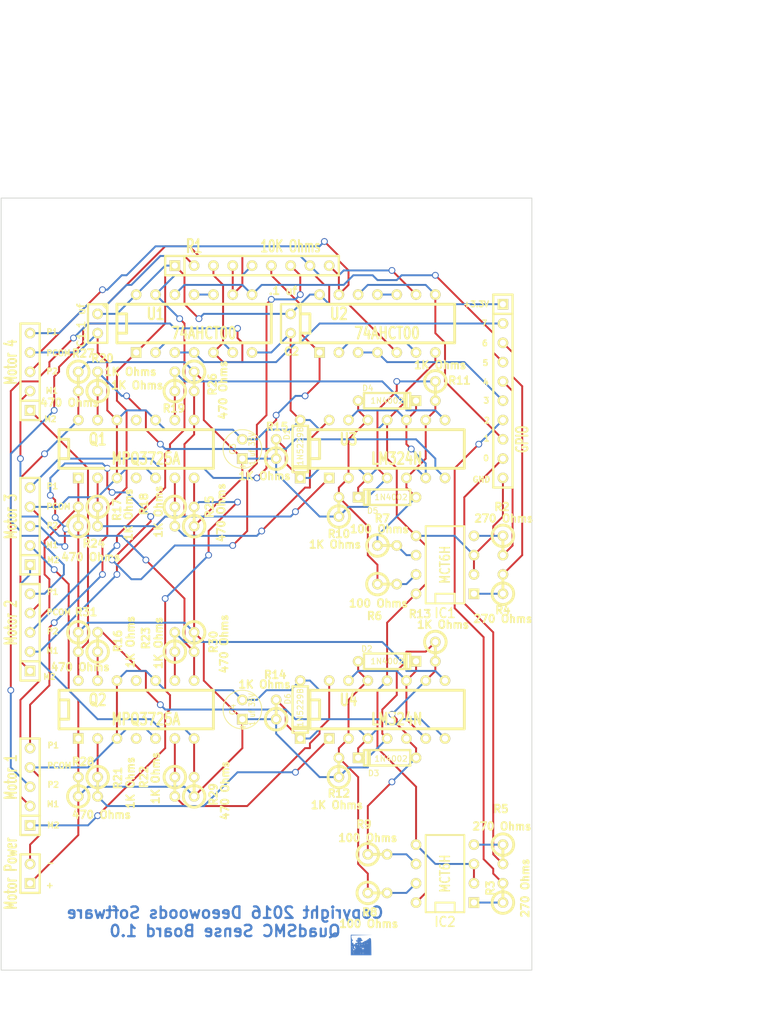
<source format=kicad_pcb>
(kicad_pcb (version 3) (host pcbnew "(2013-june-11)-stable")

  (general
    (links 156)
    (no_connects 0)
    (area 53.289999 18.740001 156.895714 155.1)
    (thickness 1.6)
    (drawings 43)
    (tracks 664)
    (zones 0)
    (modules 60)
    (nets 62)
  )

  (page A3)
  (layers
    (15 F.Cu signal)
    (0 B.Cu signal)
    (16 B.Adhes user)
    (17 F.Adhes user)
    (18 B.Paste user)
    (19 F.Paste user)
    (20 B.SilkS user)
    (21 F.SilkS user)
    (22 B.Mask user)
    (23 F.Mask user)
    (24 Dwgs.User user)
    (25 Cmts.User user)
    (26 Eco1.User user)
    (27 Eco2.User user hide)
    (28 Edge.Cuts user)
  )

  (setup
    (last_trace_width 0.254)
    (trace_clearance 0.254)
    (zone_clearance 0.508)
    (zone_45_only no)
    (trace_min 0.254)
    (segment_width 0.2)
    (edge_width 0.1)
    (via_size 0.889)
    (via_drill 0.635)
    (via_min_size 0.889)
    (via_min_drill 0.508)
    (uvia_size 0.508)
    (uvia_drill 0.127)
    (uvias_allowed no)
    (uvia_min_size 0.508)
    (uvia_min_drill 0.127)
    (pcb_text_width 0.3)
    (pcb_text_size 1.5 1.5)
    (mod_edge_width 0.15)
    (mod_text_size 1 1)
    (mod_text_width 0.15)
    (pad_size 1.5 1.5)
    (pad_drill 0.6)
    (pad_to_mask_clearance 0)
    (aux_axis_origin 0 0)
    (visible_elements FFFFFFBF)
    (pcbplotparams
      (layerselection 1)
      (usegerberextensions true)
      (excludeedgelayer false)
      (linewidth 0.150000)
      (plotframeref false)
      (viasonmask false)
      (mode 1)
      (useauxorigin false)
      (hpglpennumber 1)
      (hpglpenspeed 20)
      (hpglpendiameter 15)
      (hpglpenoverlay 2)
      (psnegative false)
      (psa4output false)
      (plotreference true)
      (plotvalue true)
      (plotothertext false)
      (plotinvisibletext false)
      (padsonsilk true)
      (subtractmaskfromsilk false)
      (outputformat 1)
      (mirror false)
      (drillshape 0)
      (scaleselection 1)
      (outputdirectory ""))
  )

  (net 0 "")
  (net 1 +12V)
  (net 2 +3.3V)
  (net 3 /GPIO0)
  (net 4 /GPIO1)
  (net 5 /GPIO2)
  (net 6 /GPIO3)
  (net 7 /GPIO4)
  (net 8 /GPIO5)
  (net 9 /GPIO6)
  (net 10 /GPIO7)
  (net 11 /P1-1)
  (net 12 /P1-2)
  (net 13 /P2-1)
  (net 14 /P2-2)
  (net 15 /P3-1)
  (net 16 /P3-2)
  (net 17 /P4-1)
  (net 18 /P4-2)
  (net 19 GND)
  (net 20 M1A)
  (net 21 M1B)
  (net 22 M2A)
  (net 23 M2B)
  (net 24 M3A)
  (net 25 M3B)
  (net 26 M4A)
  (net 27 M4B)
  (net 28 N-000001)
  (net 29 N-0000010)
  (net 30 N-0000011)
  (net 31 N-0000012)
  (net 32 N-0000013)
  (net 33 N-0000016)
  (net 34 N-0000017)
  (net 35 N-0000018)
  (net 36 N-0000019)
  (net 37 N-000002)
  (net 38 N-0000020)
  (net 39 N-0000021)
  (net 40 N-0000022)
  (net 41 N-0000023)
  (net 42 N-0000024)
  (net 43 N-0000025)
  (net 44 N-0000026)
  (net 45 N-0000027)
  (net 46 N-0000028)
  (net 47 N-000003)
  (net 48 N-0000036)
  (net 49 N-0000038)
  (net 50 N-0000039)
  (net 51 N-000004)
  (net 52 N-0000040)
  (net 53 N-0000041)
  (net 54 N-0000042)
  (net 55 N-0000044)
  (net 56 N-0000046)
  (net 57 N-000005)
  (net 58 N-000006)
  (net 59 N-000007)
  (net 60 N-000008)
  (net 61 N-000009)

  (net_class Default "This is the default net class."
    (clearance 0.254)
    (trace_width 0.254)
    (via_dia 0.889)
    (via_drill 0.635)
    (uvia_dia 0.508)
    (uvia_drill 0.127)
    (add_net "")
    (add_net +12V)
    (add_net +3.3V)
    (add_net /GPIO0)
    (add_net /GPIO1)
    (add_net /GPIO2)
    (add_net /GPIO3)
    (add_net /GPIO4)
    (add_net /GPIO5)
    (add_net /GPIO6)
    (add_net /GPIO7)
    (add_net /P1-1)
    (add_net /P1-2)
    (add_net /P2-1)
    (add_net /P2-2)
    (add_net /P3-1)
    (add_net /P3-2)
    (add_net /P4-1)
    (add_net /P4-2)
    (add_net GND)
    (add_net M1A)
    (add_net M1B)
    (add_net M2A)
    (add_net M2B)
    (add_net M3A)
    (add_net M3B)
    (add_net M4A)
    (add_net M4B)
    (add_net N-000001)
    (add_net N-0000010)
    (add_net N-0000011)
    (add_net N-0000012)
    (add_net N-0000013)
    (add_net N-0000016)
    (add_net N-0000017)
    (add_net N-0000018)
    (add_net N-0000019)
    (add_net N-000002)
    (add_net N-0000020)
    (add_net N-0000021)
    (add_net N-0000022)
    (add_net N-0000023)
    (add_net N-0000024)
    (add_net N-0000025)
    (add_net N-0000026)
    (add_net N-0000027)
    (add_net N-0000028)
    (add_net N-000003)
    (add_net N-0000036)
    (add_net N-0000038)
    (add_net N-0000039)
    (add_net N-000004)
    (add_net N-0000040)
    (add_net N-0000041)
    (add_net N-0000042)
    (add_net N-0000044)
    (add_net N-0000046)
    (add_net N-000005)
    (add_net N-000006)
    (add_net N-000007)
    (add_net N-000008)
    (add_net N-000009)
  )

  (module RPi_Hat:RPi_Hat_Mounting_Hole   locked (layer B.Cu) (tedit 580FABD5) (tstamp 582102D8)
    (at 57.15 142.24)
    (descr "Mounting hole, Befestigungsbohrung, 2,7mm, No Annular, Kein Restring,")
    (tags "Mounting hole, Befestigungsbohrung, 2,7mm, No Annular, Kein Restring,")
    (fp_text reference H2 (at 0 -4.0005) (layer B.SilkS) hide
      (effects (font (size 1 1) (thickness 0.15)) (justify mirror))
    )
    (fp_text value "" (at 0.09906 3.59918) (layer B.SilkS) hide
      (effects (font (size 1 1) (thickness 0.15)) (justify mirror))
    )
    (fp_circle (center 0 0) (end 1.375 0) (layer Cmts.User) (width 0.15))
    (fp_circle (center 0 0) (end 3.1 0) (layer Cmts.User) (width 0.15))
    (fp_circle (center 0 0) (end 3.1 0) (layer Cmts.User) (width 0.15))
    (fp_circle (center 0 0) (end 1.375 0) (layer Cmts.User) (width 0.15))
    (fp_circle (center 0 0) (end 3.1 0) (layer Cmts.User) (width 0.15))
    (fp_circle (center 0 0) (end 3.1 0) (layer Cmts.User) (width 0.15))
    (pad "" np_thru_hole circle (at 0 0) (size 2.75 2.75) (drill 2.75)
      (layers *.Cu *.Mask)
      (solder_mask_margin 1.725)
      (clearance 1.725)
    )
  )

  (module RPi_Hat:RPi_Hat_Mounting_Hole   locked (layer B.Cu) (tedit 580FABD5) (tstamp 582102B3)
    (at 57.15 48.26)
    (descr "Mounting hole, Befestigungsbohrung, 2,7mm, No Annular, Kein Restring,")
    (tags "Mounting hole, Befestigungsbohrung, 2,7mm, No Annular, Kein Restring,")
    (fp_text reference H2 (at 0 -4.0005) (layer B.SilkS) hide
      (effects (font (size 1 1) (thickness 0.15)) (justify mirror))
    )
    (fp_text value "" (at 0.09906 3.59918) (layer B.SilkS) hide
      (effects (font (size 1 1) (thickness 0.15)) (justify mirror))
    )
    (fp_circle (center 0 0) (end 1.375 0) (layer Cmts.User) (width 0.15))
    (fp_circle (center 0 0) (end 3.1 0) (layer Cmts.User) (width 0.15))
    (fp_circle (center 0 0) (end 3.1 0) (layer Cmts.User) (width 0.15))
    (fp_circle (center 0 0) (end 1.375 0) (layer Cmts.User) (width 0.15))
    (fp_circle (center 0 0) (end 3.1 0) (layer Cmts.User) (width 0.15))
    (fp_circle (center 0 0) (end 3.1 0) (layer Cmts.User) (width 0.15))
    (pad "" np_thru_hole circle (at 0 0) (size 2.75 2.75) (drill 2.75)
      (layers *.Cu *.Mask)
      (solder_mask_margin 1.725)
      (clearance 1.725)
    )
  )

  (module RPi_Hat:RPi_Hat_Mounting_Hole   locked (layer B.Cu) (tedit 580FABD5) (tstamp 58210294)
    (at 119.38 48.26)
    (descr "Mounting hole, Befestigungsbohrung, 2,7mm, No Annular, Kein Restring,")
    (tags "Mounting hole, Befestigungsbohrung, 2,7mm, No Annular, Kein Restring,")
    (fp_text reference H2 (at 0 -4.0005) (layer B.SilkS) hide
      (effects (font (size 1 1) (thickness 0.15)) (justify mirror))
    )
    (fp_text value "" (at 0.09906 3.59918) (layer B.SilkS) hide
      (effects (font (size 1 1) (thickness 0.15)) (justify mirror))
    )
    (fp_circle (center 0 0) (end 1.375 0) (layer Cmts.User) (width 0.15))
    (fp_circle (center 0 0) (end 3.1 0) (layer Cmts.User) (width 0.15))
    (fp_circle (center 0 0) (end 3.1 0) (layer Cmts.User) (width 0.15))
    (fp_circle (center 0 0) (end 1.375 0) (layer Cmts.User) (width 0.15))
    (fp_circle (center 0 0) (end 3.1 0) (layer Cmts.User) (width 0.15))
    (fp_circle (center 0 0) (end 3.1 0) (layer Cmts.User) (width 0.15))
    (pad "" np_thru_hole circle (at 0 0) (size 2.75 2.75) (drill 2.75)
      (layers *.Cu *.Mask)
      (solder_mask_margin 1.725)
      (clearance 1.725)
    )
  )

  (module SIL-5   locked (layer F.Cu) (tedit 5821DA4B) (tstamp 5820DB7A)
    (at 57.15 120.65 90)
    (descr "Connecteur 5 pins")
    (tags "CONN DEV")
    (path /5820BB6B)
    (fp_text reference T1 (at -0.635 -2.54 90) (layer F.SilkS) hide
      (effects (font (size 1.72974 1.08712) (thickness 0.27178)))
    )
    (fp_text value "Motor 1" (at 0 -2.54 90) (layer F.SilkS)
      (effects (font (size 1.524 1.016) (thickness 0.254)))
    )
    (fp_line (start -7.62 1.27) (end -7.62 -1.27) (layer F.SilkS) (width 0.3048))
    (fp_line (start -7.62 -1.27) (end 5.08 -1.27) (layer F.SilkS) (width 0.3048))
    (fp_line (start 5.08 -1.27) (end 5.08 1.27) (layer F.SilkS) (width 0.3048))
    (fp_line (start 5.08 1.27) (end -7.62 1.27) (layer F.SilkS) (width 0.3048))
    (fp_line (start -5.08 1.27) (end -5.08 -1.27) (layer F.SilkS) (width 0.3048))
    (pad 1 thru_hole rect (at -6.35 0 90) (size 1.397 1.397) (drill 0.8128)
      (layers *.Cu *.Mask F.SilkS)
      (net 21 M1B)
    )
    (pad 2 thru_hole circle (at -3.81 0 90) (size 1.397 1.397) (drill 0.8128)
      (layers *.Cu *.Mask F.SilkS)
      (net 20 M1A)
    )
    (pad 3 thru_hole circle (at -1.27 0 90) (size 1.397 1.397) (drill 0.8128)
      (layers *.Cu *.Mask F.SilkS)
      (net 12 /P1-2)
    )
    (pad 4 thru_hole circle (at 1.27 0 90) (size 1.397 1.397) (drill 0.8128)
      (layers *.Cu *.Mask F.SilkS)
      (net 19 GND)
    )
    (pad 5 thru_hole circle (at 3.81 0 90) (size 1.397 1.397) (drill 0.8128)
      (layers *.Cu *.Mask F.SilkS)
      (net 11 /P1-1)
    )
    (model device/bornier_5.wrl
      (at (xyz -0.05 0 0))
      (scale (xyz 0.5 0.5 0.5))
      (rotate (xyz 0 0 0))
    )
  )

  (module SIL-5   locked (layer F.Cu) (tedit 5821DA11) (tstamp 5820DB88)
    (at 57.15 100.33 90)
    (descr "Connecteur 5 pins")
    (tags "CONN DEV")
    (path /5820BB84)
    (fp_text reference T2 (at -0.635 -2.54 90) (layer F.SilkS) hide
      (effects (font (size 1.72974 1.08712) (thickness 0.27178)))
    )
    (fp_text value "Motor 2" (at 0 -2.54 90) (layer F.SilkS)
      (effects (font (size 1.524 1.016) (thickness 0.254)))
    )
    (fp_line (start -7.62 1.27) (end -7.62 -1.27) (layer F.SilkS) (width 0.3048))
    (fp_line (start -7.62 -1.27) (end 5.08 -1.27) (layer F.SilkS) (width 0.3048))
    (fp_line (start 5.08 -1.27) (end 5.08 1.27) (layer F.SilkS) (width 0.3048))
    (fp_line (start 5.08 1.27) (end -7.62 1.27) (layer F.SilkS) (width 0.3048))
    (fp_line (start -5.08 1.27) (end -5.08 -1.27) (layer F.SilkS) (width 0.3048))
    (pad 1 thru_hole rect (at -6.35 0 90) (size 1.397 1.397) (drill 0.8128)
      (layers *.Cu *.Mask F.SilkS)
      (net 23 M2B)
    )
    (pad 2 thru_hole circle (at -3.81 0 90) (size 1.397 1.397) (drill 0.8128)
      (layers *.Cu *.Mask F.SilkS)
      (net 22 M2A)
    )
    (pad 3 thru_hole circle (at -1.27 0 90) (size 1.397 1.397) (drill 0.8128)
      (layers *.Cu *.Mask F.SilkS)
      (net 14 /P2-2)
    )
    (pad 4 thru_hole circle (at 1.27 0 90) (size 1.397 1.397) (drill 0.8128)
      (layers *.Cu *.Mask F.SilkS)
      (net 19 GND)
    )
    (pad 5 thru_hole circle (at 3.81 0 90) (size 1.397 1.397) (drill 0.8128)
      (layers *.Cu *.Mask F.SilkS)
      (net 13 /P2-1)
    )
    (model device/bornier_5.wrl
      (at (xyz -0.05 0 0))
      (scale (xyz 0.5 0.5 0.5))
      (rotate (xyz 0 0 0))
    )
  )

  (module SIL-5   locked (layer F.Cu) (tedit 5821D9AD) (tstamp 5820DB96)
    (at 57.15 86.36 90)
    (descr "Connecteur 5 pins")
    (tags "CONN DEV")
    (path /5820BB96)
    (fp_text reference T3 (at -0.635 -2.54 90) (layer F.SilkS) hide
      (effects (font (size 1.72974 1.08712) (thickness 0.27178)))
    )
    (fp_text value "Motor 3" (at 0 -2.54 90) (layer F.SilkS)
      (effects (font (size 1.524 1.016) (thickness 0.254)))
    )
    (fp_line (start -7.62 1.27) (end -7.62 -1.27) (layer F.SilkS) (width 0.3048))
    (fp_line (start -7.62 -1.27) (end 5.08 -1.27) (layer F.SilkS) (width 0.3048))
    (fp_line (start 5.08 -1.27) (end 5.08 1.27) (layer F.SilkS) (width 0.3048))
    (fp_line (start 5.08 1.27) (end -7.62 1.27) (layer F.SilkS) (width 0.3048))
    (fp_line (start -5.08 1.27) (end -5.08 -1.27) (layer F.SilkS) (width 0.3048))
    (pad 1 thru_hole rect (at -6.35 0 90) (size 1.397 1.397) (drill 0.8128)
      (layers *.Cu *.Mask F.SilkS)
      (net 25 M3B)
    )
    (pad 2 thru_hole circle (at -3.81 0 90) (size 1.397 1.397) (drill 0.8128)
      (layers *.Cu *.Mask F.SilkS)
      (net 24 M3A)
    )
    (pad 3 thru_hole circle (at -1.27 0 90) (size 1.397 1.397) (drill 0.8128)
      (layers *.Cu *.Mask F.SilkS)
      (net 16 /P3-2)
    )
    (pad 4 thru_hole circle (at 1.27 0 90) (size 1.397 1.397) (drill 0.8128)
      (layers *.Cu *.Mask F.SilkS)
      (net 19 GND)
    )
    (pad 5 thru_hole circle (at 3.81 0 90) (size 1.397 1.397) (drill 0.8128)
      (layers *.Cu *.Mask F.SilkS)
      (net 15 /P3-1)
    )
    (model device/bornier_5.wrl
      (at (xyz -0.05 0 0))
      (scale (xyz 0.5 0.5 0.5))
      (rotate (xyz 0 0 0))
    )
  )

  (module SIL-5   locked (layer F.Cu) (tedit 5821D884) (tstamp 5820DBA4)
    (at 57.15 66.04 90)
    (descr "Connecteur 5 pins")
    (tags "CONN DEV")
    (path /5820BB9C)
    (fp_text reference T4 (at -0.635 -2.54 90) (layer F.SilkS) hide
      (effects (font (size 1.72974 1.08712) (thickness 0.27178)))
    )
    (fp_text value "Motor 4" (at 0 -2.54 90) (layer F.SilkS)
      (effects (font (size 1.524 1.016) (thickness 0.254)))
    )
    (fp_line (start -7.62 1.27) (end -7.62 -1.27) (layer F.SilkS) (width 0.3048))
    (fp_line (start -7.62 -1.27) (end 5.08 -1.27) (layer F.SilkS) (width 0.3048))
    (fp_line (start 5.08 -1.27) (end 5.08 1.27) (layer F.SilkS) (width 0.3048))
    (fp_line (start 5.08 1.27) (end -7.62 1.27) (layer F.SilkS) (width 0.3048))
    (fp_line (start -5.08 1.27) (end -5.08 -1.27) (layer F.SilkS) (width 0.3048))
    (pad 1 thru_hole rect (at -6.35 0 90) (size 1.397 1.397) (drill 0.8128)
      (layers *.Cu *.Mask F.SilkS)
      (net 27 M4B)
    )
    (pad 2 thru_hole circle (at -3.81 0 90) (size 1.397 1.397) (drill 0.8128)
      (layers *.Cu *.Mask F.SilkS)
      (net 26 M4A)
    )
    (pad 3 thru_hole circle (at -1.27 0 90) (size 1.397 1.397) (drill 0.8128)
      (layers *.Cu *.Mask F.SilkS)
      (net 18 /P4-2)
    )
    (pad 4 thru_hole circle (at 1.27 0 90) (size 1.397 1.397) (drill 0.8128)
      (layers *.Cu *.Mask F.SilkS)
      (net 19 GND)
    )
    (pad 5 thru_hole circle (at 3.81 0 90) (size 1.397 1.397) (drill 0.8128)
      (layers *.Cu *.Mask F.SilkS)
      (net 17 /P4-1)
    )
    (model device/bornier_5.wrl
      (at (xyz -0.05 0 0))
      (scale (xyz 0.5 0.5 0.5))
      (rotate (xyz 0 0 0))
    )
  )

  (module SIL-10   locked (layer F.Cu) (tedit 5821DC74) (tstamp 5820DBB7)
    (at 119.38 69.85 270)
    (descr "Connecteur 10 pins")
    (tags "CONN DEV")
    (path /58211125)
    (fp_text reference T0 (at -6.35 -2.54 270) (layer F.SilkS) hide
      (effects (font (size 1.72974 1.08712) (thickness 0.27178)))
    )
    (fp_text value GPIO (at 6.35 -2.54 270) (layer F.SilkS)
      (effects (font (size 1.524 1.016) (thickness 0.254)))
    )
    (fp_line (start -12.7 1.27) (end -12.7 -1.27) (layer F.SilkS) (width 0.3048))
    (fp_line (start -12.7 -1.27) (end 12.7 -1.27) (layer F.SilkS) (width 0.3048))
    (fp_line (start 12.7 -1.27) (end 12.7 1.27) (layer F.SilkS) (width 0.3048))
    (fp_line (start 12.7 1.27) (end -12.7 1.27) (layer F.SilkS) (width 0.3048))
    (fp_line (start -10.16 1.27) (end -10.16 -1.27) (layer F.SilkS) (width 0.3048))
    (pad 1 thru_hole rect (at -11.43 0 270) (size 1.397 1.397) (drill 0.8128)
      (layers *.Cu *.Mask F.SilkS)
      (net 2 +3.3V)
    )
    (pad 2 thru_hole circle (at -8.89 0 270) (size 1.397 1.397) (drill 0.8128)
      (layers *.Cu *.Mask F.SilkS)
      (net 10 /GPIO7)
    )
    (pad 3 thru_hole circle (at -6.35 0 270) (size 1.397 1.397) (drill 0.8128)
      (layers *.Cu *.Mask F.SilkS)
      (net 9 /GPIO6)
    )
    (pad 4 thru_hole circle (at -3.81 0 270) (size 1.397 1.397) (drill 0.8128)
      (layers *.Cu *.Mask F.SilkS)
      (net 8 /GPIO5)
    )
    (pad 5 thru_hole circle (at -1.27 0 270) (size 1.397 1.397) (drill 0.8128)
      (layers *.Cu *.Mask F.SilkS)
      (net 7 /GPIO4)
    )
    (pad 6 thru_hole circle (at 1.27 0 270) (size 1.397 1.397) (drill 0.8128)
      (layers *.Cu *.Mask F.SilkS)
      (net 6 /GPIO3)
    )
    (pad 7 thru_hole circle (at 3.81 0 270) (size 1.397 1.397) (drill 0.8128)
      (layers *.Cu *.Mask F.SilkS)
      (net 5 /GPIO2)
    )
    (pad 8 thru_hole circle (at 6.35 0 270) (size 1.397 1.397) (drill 0.8128)
      (layers *.Cu *.Mask F.SilkS)
      (net 4 /GPIO1)
    )
    (pad 9 thru_hole circle (at 8.89 0 270) (size 1.397 1.397) (drill 0.8128)
      (layers *.Cu *.Mask F.SilkS)
      (net 3 /GPIO0)
    )
    (pad 10 thru_hole circle (at 11.43 0 270) (size 1.397 1.397) (drill 0.8128)
      (layers *.Cu *.Mask F.SilkS)
      (net 19 GND)
    )
    (model device/bornier_5.wrl
      (at (xyz 0.25 0 0))
      (scale (xyz 0.5 0.5 0.5))
      (rotate (xyz 0 0 0))
    )
    (model device/bornier_5.wrl
      (at (xyz -0.25 0 0))
      (scale (xyz 0.5 0.5 0.5))
      (rotate (xyz 0 0 0))
    )
  )

  (module SIL-2   locked (layer F.Cu) (tedit 5821DAAD) (tstamp 5820E9BE)
    (at 57.15 133.35 90)
    (descr "Connecteurs 2 pins")
    (tags "CONN DEV")
    (path /582120F0)
    (fp_text reference T5 (at 0 -2.54 90) (layer F.SilkS) hide
      (effects (font (size 1.72974 1.08712) (thickness 0.27178)))
    )
    (fp_text value "Motor Power" (at 0 -2.54 90) (layer F.SilkS)
      (effects (font (size 1.524 1.016) (thickness 0.254)))
    )
    (fp_line (start -2.54 1.27) (end -2.54 -1.27) (layer F.SilkS) (width 0.3048))
    (fp_line (start -2.54 -1.27) (end 2.54 -1.27) (layer F.SilkS) (width 0.3048))
    (fp_line (start 2.54 -1.27) (end 2.54 1.27) (layer F.SilkS) (width 0.3048))
    (fp_line (start 2.54 1.27) (end -2.54 1.27) (layer F.SilkS) (width 0.3048))
    (pad 1 thru_hole rect (at -1.27 0 90) (size 1.397 1.397) (drill 0.8128)
      (layers *.Cu *.Mask F.SilkS)
      (net 1 +12V)
    )
    (pad 2 thru_hole circle (at 1.27 0 90) (size 1.397 1.397) (drill 0.8128)
      (layers *.Cu *.Mask F.SilkS)
      (net 19 GND)
    )
    (model device/bornier_2.wrl
      (at (xyz 0 0 0))
      (scale (xyz 0.5 0.5 0.5))
      (rotate (xyz 0 0 0))
    )
  )

  (module RPi_Hat:RPi_Hat_Mounting_Hole   locked (layer B.Cu) (tedit 580FABD5) (tstamp 5515DEA9)
    (at 119.38 142.24)
    (descr "Mounting hole, Befestigungsbohrung, 2,7mm, No Annular, Kein Restring,")
    (tags "Mounting hole, Befestigungsbohrung, 2,7mm, No Annular, Kein Restring,")
    (fp_text reference H2 (at 0 -4.0005) (layer B.SilkS) hide
      (effects (font (size 1 1) (thickness 0.15)) (justify mirror))
    )
    (fp_text value "" (at 0.09906 3.59918) (layer B.SilkS) hide
      (effects (font (size 1 1) (thickness 0.15)) (justify mirror))
    )
    (fp_circle (center 0 0) (end 1.375 0) (layer Cmts.User) (width 0.15))
    (fp_circle (center 0 0) (end 3.1 0) (layer Cmts.User) (width 0.15))
    (fp_circle (center 0 0) (end 3.1 0) (layer Cmts.User) (width 0.15))
    (fp_circle (center 0 0) (end 1.375 0) (layer Cmts.User) (width 0.15))
    (fp_circle (center 0 0) (end 3.1 0) (layer Cmts.User) (width 0.15))
    (fp_circle (center 0 0) (end 3.1 0) (layer Cmts.User) (width 0.15))
    (pad "" np_thru_hole circle (at 0 0) (size 2.75 2.75) (drill 2.75)
      (layers *.Cu *.Mask)
      (solder_mask_margin 1.725)
      (clearance 1.725)
    )
  )

  (module SIL-9   locked (layer F.Cu) (tedit 200000) (tstamp 58238C00)
    (at 86.36 53.34)
    (descr "Connecteur 9 pins")
    (tags "CONN DEV")
    (path /5820B5B3)
    (fp_text reference R1 (at -7.62 -2.54) (layer F.SilkS)
      (effects (font (size 1.72974 1.08712) (thickness 0.3048)))
    )
    (fp_text value "10K Ohms" (at 5.08 -2.54) (layer F.SilkS)
      (effects (font (size 1.524 1.016) (thickness 0.3048)))
    )
    (fp_line (start 11.43 -1.27) (end 11.43 1.27) (layer F.SilkS) (width 0.3048))
    (fp_line (start 11.43 1.27) (end -11.43 1.27) (layer F.SilkS) (width 0.3048))
    (fp_line (start -11.43 1.27) (end -11.43 -1.27) (layer F.SilkS) (width 0.3048))
    (fp_line (start 11.43 -1.27) (end -11.43 -1.27) (layer F.SilkS) (width 0.3048))
    (fp_line (start -8.89 -1.27) (end -8.89 1.27) (layer F.SilkS) (width 0.3048))
    (pad 1 thru_hole rect (at -10.16 0) (size 1.397 1.397) (drill 0.8128)
      (layers *.Cu *.Mask F.SilkS)
      (net 2 +3.3V)
    )
    (pad 2 thru_hole circle (at -7.62 0) (size 1.397 1.397) (drill 0.8128)
      (layers *.Cu *.Mask F.SilkS)
      (net 11 /P1-1)
    )
    (pad 3 thru_hole circle (at -5.08 0) (size 1.397 1.397) (drill 0.8128)
      (layers *.Cu *.Mask F.SilkS)
      (net 12 /P1-2)
    )
    (pad 4 thru_hole circle (at -2.54 0) (size 1.397 1.397) (drill 0.8128)
      (layers *.Cu *.Mask F.SilkS)
      (net 13 /P2-1)
    )
    (pad 5 thru_hole circle (at 0 0) (size 1.397 1.397) (drill 0.8128)
      (layers *.Cu *.Mask F.SilkS)
      (net 14 /P2-2)
    )
    (pad 6 thru_hole circle (at 2.54 0) (size 1.397 1.397) (drill 0.8128)
      (layers *.Cu *.Mask F.SilkS)
      (net 15 /P3-1)
    )
    (pad 7 thru_hole circle (at 5.08 0) (size 1.397 1.397) (drill 0.8128)
      (layers *.Cu *.Mask F.SilkS)
      (net 16 /P3-2)
    )
    (pad 8 thru_hole circle (at 7.62 0) (size 1.397 1.397) (drill 0.8128)
      (layers *.Cu *.Mask F.SilkS)
      (net 17 /P4-1)
    )
    (pad 9 thru_hole circle (at 10.16 0) (size 1.397 1.397) (drill 0.8128)
      (layers *.Cu *.Mask F.SilkS)
      (net 18 /P4-2)
    )
    (model walter/pth_resistors/r-sil_9.wrl
      (at (xyz 0 0 0))
      (scale (xyz 1 1 1))
      (rotate (xyz 0 0 0))
    )
  )

  (module R1   locked (layer F.Cu) (tedit 5823B244) (tstamp 58238C08)
    (at 119.38 135.89 90)
    (descr "Resistance verticale")
    (tags R)
    (path /5820CB44)
    (autoplace_cost90 10)
    (autoplace_cost180 10)
    (fp_text reference R3 (at 0.635 -1.651 90) (layer F.SilkS)
      (effects (font (size 1 1) (thickness 0.25)))
    )
    (fp_text value "270 Ohms" (at 0.635 2.921 90) (layer F.SilkS)
      (effects (font (size 1 1) (thickness 0.25)))
    )
    (fp_line (start -1.27 0) (end 1.27 0) (layer F.SilkS) (width 0.381))
    (fp_circle (center -1.27 0) (end -0.635 1.27) (layer F.SilkS) (width 0.381))
    (pad 1 thru_hole circle (at -1.27 0 90) (size 1.397 1.397) (drill 0.8128)
      (layers *.Cu *.Mask F.SilkS)
      (net 52 N-0000040)
    )
    (pad 2 thru_hole circle (at 1.27 0 90) (size 1.397 1.397) (drill 0.8128)
      (layers *.Cu *.Mask F.SilkS)
      (net 5 /GPIO2)
    )
    (model discret/verti_resistor.wrl
      (at (xyz 0 0 0))
      (scale (xyz 1 1 1))
      (rotate (xyz 0 0 0))
    )
  )

  (module R1   locked (layer F.Cu) (tedit 5823B23D) (tstamp 58238C10)
    (at 119.38 130.81 270)
    (descr "Resistance verticale")
    (tags R)
    (path /5820CB4C)
    (autoplace_cost90 10)
    (autoplace_cost180 10)
    (fp_text reference R5 (at -5.969 0.254 360) (layer F.SilkS)
      (effects (font (size 1 1) (thickness 0.25)))
    )
    (fp_text value "270 Ohms" (at -3.683 0.127 360) (layer F.SilkS)
      (effects (font (size 1 1) (thickness 0.25)))
    )
    (fp_line (start -1.27 0) (end 1.27 0) (layer F.SilkS) (width 0.381))
    (fp_circle (center -1.27 0) (end -0.635 1.27) (layer F.SilkS) (width 0.381))
    (pad 1 thru_hole circle (at -1.27 0 270) (size 1.397 1.397) (drill 0.8128)
      (layers *.Cu *.Mask F.SilkS)
      (net 48 N-0000036)
    )
    (pad 2 thru_hole circle (at 1.27 0 270) (size 1.397 1.397) (drill 0.8128)
      (layers *.Cu *.Mask F.SilkS)
      (net 3 /GPIO0)
    )
    (model discret/verti_resistor.wrl
      (at (xyz 0 0 0))
      (scale (xyz 1 1 1))
      (rotate (xyz 0 0 0))
    )
  )

  (module R1   locked (layer F.Cu) (tedit 5823B144) (tstamp 58238C18)
    (at 97.79 85.09 90)
    (descr "Resistance verticale")
    (tags R)
    (path /5820CB6F)
    (autoplace_cost90 10)
    (autoplace_cost180 10)
    (fp_text reference R10 (at -3.556 0 180) (layer F.SilkS)
      (effects (font (size 1 1) (thickness 0.25)))
    )
    (fp_text value "1K Ohms" (at -4.953 -0.508 180) (layer F.SilkS)
      (effects (font (size 1 1) (thickness 0.25)))
    )
    (fp_line (start -1.27 0) (end 1.27 0) (layer F.SilkS) (width 0.381))
    (fp_circle (center -1.27 0) (end -0.635 1.27) (layer F.SilkS) (width 0.381))
    (pad 1 thru_hole circle (at -1.27 0 90) (size 1.397 1.397) (drill 0.8128)
      (layers *.Cu *.Mask F.SilkS)
      (net 1 +12V)
    )
    (pad 2 thru_hole circle (at 1.27 0 90) (size 1.397 1.397) (drill 0.8128)
      (layers *.Cu *.Mask F.SilkS)
      (net 57 N-000005)
    )
    (model discret/verti_resistor.wrl
      (at (xyz 0 0 0))
      (scale (xyz 1 1 1))
      (rotate (xyz 0 0 0))
    )
  )

  (module R1   locked (layer F.Cu) (tedit 5823B05D) (tstamp 58238C20)
    (at 110.49 69.85 270)
    (descr "Resistance verticale")
    (tags R)
    (path /5820CB8F)
    (autoplace_cost90 10)
    (autoplace_cost180 10)
    (fp_text reference R11 (at -1.397 -3.175 360) (layer F.SilkS)
      (effects (font (size 1 1) (thickness 0.25)))
    )
    (fp_text value "1K Ohms" (at -3.429 -0.635 360) (layer F.SilkS)
      (effects (font (size 1 1) (thickness 0.25)))
    )
    (fp_line (start -1.27 0) (end 1.27 0) (layer F.SilkS) (width 0.381))
    (fp_circle (center -1.27 0) (end -0.635 1.27) (layer F.SilkS) (width 0.381))
    (pad 1 thru_hole circle (at -1.27 0 270) (size 1.397 1.397) (drill 0.8128)
      (layers *.Cu *.Mask F.SilkS)
      (net 1 +12V)
    )
    (pad 2 thru_hole circle (at 1.27 0 270) (size 1.397 1.397) (drill 0.8128)
      (layers *.Cu *.Mask F.SilkS)
      (net 60 N-000008)
    )
    (model discret/verti_resistor.wrl
      (at (xyz 0 0 0))
      (scale (xyz 1 1 1))
      (rotate (xyz 0 0 0))
    )
  )

  (module R1   locked (layer F.Cu) (tedit 5823B230) (tstamp 58238C28)
    (at 97.79 119.38 90)
    (descr "Resistance verticale")
    (tags R)
    (path /5820CB96)
    (autoplace_cost90 10)
    (autoplace_cost180 10)
    (fp_text reference R12 (at -3.429 0 180) (layer F.SilkS)
      (effects (font (size 1 1) (thickness 0.25)))
    )
    (fp_text value "1K Ohms" (at -4.953 -0.254 180) (layer F.SilkS)
      (effects (font (size 1 1) (thickness 0.25)))
    )
    (fp_line (start -1.27 0) (end 1.27 0) (layer F.SilkS) (width 0.381))
    (fp_circle (center -1.27 0) (end -0.635 1.27) (layer F.SilkS) (width 0.381))
    (pad 1 thru_hole circle (at -1.27 0 90) (size 1.397 1.397) (drill 0.8128)
      (layers *.Cu *.Mask F.SilkS)
      (net 1 +12V)
    )
    (pad 2 thru_hole circle (at 1.27 0 90) (size 1.397 1.397) (drill 0.8128)
      (layers *.Cu *.Mask F.SilkS)
      (net 31 N-0000012)
    )
    (model discret/verti_resistor.wrl
      (at (xyz 0 0 0))
      (scale (xyz 1 1 1))
      (rotate (xyz 0 0 0))
    )
  )

  (module R1   locked (layer F.Cu) (tedit 5823B157) (tstamp 58238C30)
    (at 110.49 104.14 270)
    (descr "Resistance verticale")
    (tags R)
    (path /5820CB9F)
    (autoplace_cost90 10)
    (autoplace_cost180 10)
    (fp_text reference R13 (at -4.953 2.032 360) (layer F.SilkS)
      (effects (font (size 1 1) (thickness 0.25)))
    )
    (fp_text value "1K Ohms" (at -3.556 -1.016 360) (layer F.SilkS)
      (effects (font (size 1 1) (thickness 0.25)))
    )
    (fp_line (start -1.27 0) (end 1.27 0) (layer F.SilkS) (width 0.381))
    (fp_circle (center -1.27 0) (end -0.635 1.27) (layer F.SilkS) (width 0.381))
    (pad 1 thru_hole circle (at -1.27 0 270) (size 1.397 1.397) (drill 0.8128)
      (layers *.Cu *.Mask F.SilkS)
      (net 1 +12V)
    )
    (pad 2 thru_hole circle (at 1.27 0 270) (size 1.397 1.397) (drill 0.8128)
      (layers *.Cu *.Mask F.SilkS)
      (net 33 N-0000016)
    )
    (model discret/verti_resistor.wrl
      (at (xyz 0 0 0))
      (scale (xyz 1 1 1))
      (rotate (xyz 0 0 0))
    )
  )

  (module R1   locked (layer F.Cu) (tedit 5823B0ED) (tstamp 58238C38)
    (at 89.535 77.47 90)
    (descr "Resistance verticale")
    (tags R)
    (path /5820CBB0)
    (autoplace_cost90 10)
    (autoplace_cost180 10)
    (fp_text reference R15 (at 2.921 0.127 180) (layer F.SilkS)
      (effects (font (size 1 1) (thickness 0.25)))
    )
    (fp_text value "1K Ohms" (at -3.556 -1.524 180) (layer F.SilkS)
      (effects (font (size 1 1) (thickness 0.25)))
    )
    (fp_line (start -1.27 0) (end 1.27 0) (layer F.SilkS) (width 0.381))
    (fp_circle (center -1.27 0) (end -0.635 1.27) (layer F.SilkS) (width 0.381))
    (pad 1 thru_hole circle (at -1.27 0 90) (size 1.397 1.397) (drill 0.8128)
      (layers *.Cu *.Mask F.SilkS)
      (net 1 +12V)
    )
    (pad 2 thru_hole circle (at 1.27 0 90) (size 1.397 1.397) (drill 0.8128)
      (layers *.Cu *.Mask F.SilkS)
      (net 34 N-0000017)
    )
    (model discret/verti_resistor.wrl
      (at (xyz 0 0 0))
      (scale (xyz 1 1 1))
      (rotate (xyz 0 0 0))
    )
  )

  (module R1   locked (layer F.Cu) (tedit 5823B1EC) (tstamp 58238C40)
    (at 89.535 111.76 90)
    (descr "Resistance verticale")
    (tags R)
    (path /5820CBD1)
    (autoplace_cost90 10)
    (autoplace_cost180 10)
    (fp_text reference R14 (at 4.572 -0.127 180) (layer F.SilkS)
      (effects (font (size 1 1) (thickness 0.25)))
    )
    (fp_text value "1K Ohms" (at 3.302 -1.524 180) (layer F.SilkS)
      (effects (font (size 1 1) (thickness 0.25)))
    )
    (fp_line (start -1.27 0) (end 1.27 0) (layer F.SilkS) (width 0.381))
    (fp_circle (center -1.27 0) (end -0.635 1.27) (layer F.SilkS) (width 0.381))
    (pad 1 thru_hole circle (at -1.27 0 90) (size 1.397 1.397) (drill 0.8128)
      (layers *.Cu *.Mask F.SilkS)
      (net 1 +12V)
    )
    (pad 2 thru_hole circle (at 1.27 0 90) (size 1.397 1.397) (drill 0.8128)
      (layers *.Cu *.Mask F.SilkS)
      (net 35 N-0000018)
    )
    (model discret/verti_resistor.wrl
      (at (xyz 0 0 0))
      (scale (xyz 1 1 1))
      (rotate (xyz 0 0 0))
    )
  )

  (module R1   locked (layer F.Cu) (tedit 5823B0CC) (tstamp 58238C48)
    (at 66.04 86.36 270)
    (descr "Resistance verticale")
    (tags R)
    (path /5820CBFA)
    (autoplace_cost90 10)
    (autoplace_cost180 10)
    (fp_text reference R17 (at -0.889 -2.54 270) (layer F.SilkS)
      (effects (font (size 1 1) (thickness 0.25)))
    )
    (fp_text value "1K Ohms" (at -0.254 -4.064 270) (layer F.SilkS)
      (effects (font (size 1 1) (thickness 0.25)))
    )
    (fp_line (start -1.27 0) (end 1.27 0) (layer F.SilkS) (width 0.381))
    (fp_circle (center -1.27 0) (end -0.635 1.27) (layer F.SilkS) (width 0.381))
    (pad 1 thru_hole circle (at -1.27 0 270) (size 1.397 1.397) (drill 0.8128)
      (layers *.Cu *.Mask F.SilkS)
      (net 41 N-0000023)
    )
    (pad 2 thru_hole circle (at 1.27 0 270) (size 1.397 1.397) (drill 0.8128)
      (layers *.Cu *.Mask F.SilkS)
      (net 42 N-0000024)
    )
    (model discret/verti_resistor.wrl
      (at (xyz 0 0 0))
      (scale (xyz 1 1 1))
      (rotate (xyz 0 0 0))
    )
  )

  (module R1   locked (layer F.Cu) (tedit 5823B0D9) (tstamp 58238C50)
    (at 76.2 86.36 270)
    (descr "Resistance verticale")
    (tags R)
    (path /5820CC09)
    (autoplace_cost90 10)
    (autoplace_cost180 10)
    (fp_text reference R18 (at -1.651 4.064 270) (layer F.SilkS)
      (effects (font (size 1 1) (thickness 0.25)))
    )
    (fp_text value "1K Ohms" (at -0.635 2.159 270) (layer F.SilkS)
      (effects (font (size 1 1) (thickness 0.25)))
    )
    (fp_line (start -1.27 0) (end 1.27 0) (layer F.SilkS) (width 0.381))
    (fp_circle (center -1.27 0) (end -0.635 1.27) (layer F.SilkS) (width 0.381))
    (pad 1 thru_hole circle (at -1.27 0 270) (size 1.397 1.397) (drill 0.8128)
      (layers *.Cu *.Mask F.SilkS)
      (net 59 N-000007)
    )
    (pad 2 thru_hole circle (at 1.27 0 270) (size 1.397 1.397) (drill 0.8128)
      (layers *.Cu *.Mask F.SilkS)
      (net 58 N-000006)
    )
    (model discret/verti_resistor.wrl
      (at (xyz 0 0 0))
      (scale (xyz 1 1 1))
      (rotate (xyz 0 0 0))
    )
  )

  (module R1   locked (layer F.Cu) (tedit 5823AF91) (tstamp 58238C58)
    (at 76.2 68.58 90)
    (descr "Resistance verticale")
    (tags R)
    (path /5820CC0F)
    (autoplace_cost90 10)
    (autoplace_cost180 10)
    (fp_text reference R19 (at -3.556 -0.127 180) (layer F.SilkS)
      (effects (font (size 1 1) (thickness 0.25)))
    )
    (fp_text value "1K Ohms" (at -0.508 -4.953 180) (layer F.SilkS)
      (effects (font (size 1 1) (thickness 0.25)))
    )
    (fp_line (start -1.27 0) (end 1.27 0) (layer F.SilkS) (width 0.381))
    (fp_circle (center -1.27 0) (end -0.635 1.27) (layer F.SilkS) (width 0.381))
    (pad 1 thru_hole circle (at -1.27 0 90) (size 1.397 1.397) (drill 0.8128)
      (layers *.Cu *.Mask F.SilkS)
      (net 44 N-0000026)
    )
    (pad 2 thru_hole circle (at 1.27 0 90) (size 1.397 1.397) (drill 0.8128)
      (layers *.Cu *.Mask F.SilkS)
      (net 43 N-0000025)
    )
    (model discret/verti_resistor.wrl
      (at (xyz 0 0 0))
      (scale (xyz 1 1 1))
      (rotate (xyz 0 0 0))
    )
  )

  (module R1   locked (layer F.Cu) (tedit 5823AF6A) (tstamp 58238C60)
    (at 66.04 68.58 90)
    (descr "Resistance verticale")
    (tags R)
    (path /5820CC15)
    (autoplace_cost90 10)
    (autoplace_cost180 10)
    (fp_text reference R20 (at 3.048 0.635 180) (layer F.SilkS)
      (effects (font (size 1 1) (thickness 0.25)))
    )
    (fp_text value "1K Ohms" (at 1.27 4.318 180) (layer F.SilkS)
      (effects (font (size 1 1) (thickness 0.25)))
    )
    (fp_line (start -1.27 0) (end 1.27 0) (layer F.SilkS) (width 0.381))
    (fp_circle (center -1.27 0) (end -0.635 1.27) (layer F.SilkS) (width 0.381))
    (pad 1 thru_hole circle (at -1.27 0 90) (size 1.397 1.397) (drill 0.8128)
      (layers *.Cu *.Mask F.SilkS)
      (net 45 N-0000027)
    )
    (pad 2 thru_hole circle (at 1.27 0 90) (size 1.397 1.397) (drill 0.8128)
      (layers *.Cu *.Mask F.SilkS)
      (net 36 N-0000019)
    )
    (model discret/verti_resistor.wrl
      (at (xyz 0 0 0))
      (scale (xyz 1 1 1))
      (rotate (xyz 0 0 0))
    )
  )

  (module R1   locked (layer F.Cu) (tedit 5823B1A2) (tstamp 58238C68)
    (at 66.04 121.92 270)
    (descr "Resistance verticale")
    (tags R)
    (path /5820CC1B)
    (autoplace_cost90 10)
    (autoplace_cost180 10)
    (fp_text reference R21 (at -1.143 -2.667 270) (layer F.SilkS)
      (effects (font (size 1 1) (thickness 0.25)))
    )
    (fp_text value "1K Ohms" (at -0.508 -4.318 270) (layer F.SilkS)
      (effects (font (size 1 1) (thickness 0.25)))
    )
    (fp_line (start -1.27 0) (end 1.27 0) (layer F.SilkS) (width 0.381))
    (fp_circle (center -1.27 0) (end -0.635 1.27) (layer F.SilkS) (width 0.381))
    (pad 1 thru_hole circle (at -1.27 0 270) (size 1.397 1.397) (drill 0.8128)
      (layers *.Cu *.Mask F.SilkS)
      (net 46 N-0000028)
    )
    (pad 2 thru_hole circle (at 1.27 0 270) (size 1.397 1.397) (drill 0.8128)
      (layers *.Cu *.Mask F.SilkS)
      (net 38 N-0000020)
    )
    (model discret/verti_resistor.wrl
      (at (xyz 0 0 0))
      (scale (xyz 1 1 1))
      (rotate (xyz 0 0 0))
    )
  )

  (module R1   locked (layer F.Cu) (tedit 5823B1B7) (tstamp 58238C70)
    (at 76.2 121.92 270)
    (descr "Resistance verticale")
    (tags R)
    (path /5820CC25)
    (autoplace_cost90 10)
    (autoplace_cost180 10)
    (fp_text reference R22 (at -1.27 4.064 270) (layer F.SilkS)
      (effects (font (size 1 1) (thickness 0.25)))
    )
    (fp_text value "1K Ohms" (at -1.143 2.54 270) (layer F.SilkS)
      (effects (font (size 1 1) (thickness 0.25)))
    )
    (fp_line (start -1.27 0) (end 1.27 0) (layer F.SilkS) (width 0.381))
    (fp_circle (center -1.27 0) (end -0.635 1.27) (layer F.SilkS) (width 0.381))
    (pad 1 thru_hole circle (at -1.27 0 270) (size 1.397 1.397) (drill 0.8128)
      (layers *.Cu *.Mask F.SilkS)
      (net 28 N-000001)
    )
    (pad 2 thru_hole circle (at 1.27 0 270) (size 1.397 1.397) (drill 0.8128)
      (layers *.Cu *.Mask F.SilkS)
      (net 39 N-0000021)
    )
    (model discret/verti_resistor.wrl
      (at (xyz 0 0 0))
      (scale (xyz 1 1 1))
      (rotate (xyz 0 0 0))
    )
  )

  (module R1   locked (layer F.Cu) (tedit 5823B171) (tstamp 58238C78)
    (at 76.2 102.87 90)
    (descr "Resistance verticale")
    (tags R)
    (path /5820CC2B)
    (autoplace_cost90 10)
    (autoplace_cost180 10)
    (fp_text reference R23 (at 0.508 -3.81 90) (layer F.SilkS)
      (effects (font (size 1 1) (thickness 0.25)))
    )
    (fp_text value "1K Ohms" (at -0.127 -2.159 90) (layer F.SilkS)
      (effects (font (size 1 1) (thickness 0.25)))
    )
    (fp_line (start -1.27 0) (end 1.27 0) (layer F.SilkS) (width 0.381))
    (fp_circle (center -1.27 0) (end -0.635 1.27) (layer F.SilkS) (width 0.381))
    (pad 1 thru_hole circle (at -1.27 0 90) (size 1.397 1.397) (drill 0.8128)
      (layers *.Cu *.Mask F.SilkS)
      (net 37 N-000002)
    )
    (pad 2 thru_hole circle (at 1.27 0 90) (size 1.397 1.397) (drill 0.8128)
      (layers *.Cu *.Mask F.SilkS)
      (net 40 N-0000022)
    )
    (model discret/verti_resistor.wrl
      (at (xyz 0 0 0))
      (scale (xyz 1 1 1))
      (rotate (xyz 0 0 0))
    )
  )

  (module R1   locked (layer F.Cu) (tedit 5823B176) (tstamp 58238C80)
    (at 66.04 102.87 90)
    (descr "Resistance verticale")
    (tags R)
    (path /5820CC31)
    (autoplace_cost90 10)
    (autoplace_cost180 10)
    (fp_text reference R16 (at 0.127 2.667 90) (layer F.SilkS)
      (effects (font (size 1 1) (thickness 0.25)))
    )
    (fp_text value "1K Ohms" (at 0 4.318 90) (layer F.SilkS)
      (effects (font (size 1 1) (thickness 0.25)))
    )
    (fp_line (start -1.27 0) (end 1.27 0) (layer F.SilkS) (width 0.381))
    (fp_circle (center -1.27 0) (end -0.635 1.27) (layer F.SilkS) (width 0.381))
    (pad 1 thru_hole circle (at -1.27 0 90) (size 1.397 1.397) (drill 0.8128)
      (layers *.Cu *.Mask F.SilkS)
      (net 47 N-000003)
    )
    (pad 2 thru_hole circle (at 1.27 0 90) (size 1.397 1.397) (drill 0.8128)
      (layers *.Cu *.Mask F.SilkS)
      (net 51 N-000004)
    )
    (model discret/verti_resistor.wrl
      (at (xyz 0 0 0))
      (scale (xyz 1 1 1))
      (rotate (xyz 0 0 0))
    )
  )

  (module R1   locked (layer F.Cu) (tedit 5823B148) (tstamp 58238C88)
    (at 119.38 90.17 270)
    (descr "Resistance verticale")
    (tags R)
    (path /5820CB30)
    (autoplace_cost90 10)
    (autoplace_cost180 10)
    (fp_text reference R2 (at -5.08 0.127 360) (layer F.SilkS)
      (effects (font (size 1 1) (thickness 0.25)))
    )
    (fp_text value "270 Ohms" (at -3.556 -0.127 360) (layer F.SilkS)
      (effects (font (size 1 1) (thickness 0.25)))
    )
    (fp_line (start -1.27 0) (end 1.27 0) (layer F.SilkS) (width 0.381))
    (fp_circle (center -1.27 0) (end -0.635 1.27) (layer F.SilkS) (width 0.381))
    (pad 1 thru_hole circle (at -1.27 0 270) (size 1.397 1.397) (drill 0.8128)
      (layers *.Cu *.Mask F.SilkS)
      (net 50 N-0000039)
    )
    (pad 2 thru_hole circle (at 1.27 0 270) (size 1.397 1.397) (drill 0.8128)
      (layers *.Cu *.Mask F.SilkS)
      (net 7 /GPIO4)
    )
    (model discret/verti_resistor.wrl
      (at (xyz 0 0 0))
      (scale (xyz 1 1 1))
      (rotate (xyz 0 0 0))
    )
  )

  (module R1   locked (layer F.Cu) (tedit 5823B14C) (tstamp 58238C90)
    (at 119.38 95.25 90)
    (descr "Resistance verticale")
    (tags R)
    (path /5820CB19)
    (autoplace_cost90 10)
    (autoplace_cost180 10)
    (fp_text reference R4 (at -3.429 0 180) (layer F.SilkS)
      (effects (font (size 1 1) (thickness 0.25)))
    )
    (fp_text value "270 Ohms" (at -4.572 0 180) (layer F.SilkS)
      (effects (font (size 1 1) (thickness 0.25)))
    )
    (fp_line (start -1.27 0) (end 1.27 0) (layer F.SilkS) (width 0.381))
    (fp_circle (center -1.27 0) (end -0.635 1.27) (layer F.SilkS) (width 0.381))
    (pad 1 thru_hole circle (at -1.27 0 90) (size 1.397 1.397) (drill 0.8128)
      (layers *.Cu *.Mask F.SilkS)
      (net 49 N-0000038)
    )
    (pad 2 thru_hole circle (at 1.27 0 90) (size 1.397 1.397) (drill 0.8128)
      (layers *.Cu *.Mask F.SilkS)
      (net 9 /GPIO6)
    )
    (model discret/verti_resistor.wrl
      (at (xyz 0 0 0))
      (scale (xyz 1 1 1))
      (rotate (xyz 0 0 0))
    )
  )

  (module R1   locked (layer F.Cu) (tedit 5823B24B) (tstamp 58238C98)
    (at 102.87 130.81)
    (descr "Resistance verticale")
    (tags R)
    (path /5820CAF0)
    (autoplace_cost90 10)
    (autoplace_cost180 10)
    (fp_text reference R9 (at -1.778 -3.937) (layer F.SilkS)
      (effects (font (size 1 1) (thickness 0.25)))
    )
    (fp_text value "100 Ohms" (at -1.27 -2.159) (layer F.SilkS)
      (effects (font (size 1 1) (thickness 0.25)))
    )
    (fp_line (start -1.27 0) (end 1.27 0) (layer F.SilkS) (width 0.381))
    (fp_circle (center -1.27 0) (end -0.635 1.27) (layer F.SilkS) (width 0.381))
    (pad 1 thru_hole circle (at -1.27 0) (size 1.397 1.397) (drill 0.8128)
      (layers *.Cu *.Mask F.SilkS)
      (net 33 N-0000016)
    )
    (pad 2 thru_hole circle (at 1.27 0) (size 1.397 1.397) (drill 0.8128)
      (layers *.Cu *.Mask F.SilkS)
      (net 32 N-0000013)
    )
    (model discret/verti_resistor.wrl
      (at (xyz 0 0 0))
      (scale (xyz 1 1 1))
      (rotate (xyz 0 0 0))
    )
  )

  (module R1   locked (layer F.Cu) (tedit 5823B247) (tstamp 58238CA0)
    (at 102.87 135.89)
    (descr "Resistance verticale")
    (tags R)
    (path /5820CAE7)
    (autoplace_cost90 10)
    (autoplace_cost180 10)
    (fp_text reference R8 (at -1.016 2.54) (layer F.SilkS)
      (effects (font (size 1 1) (thickness 0.25)))
    )
    (fp_text value "100 Ohms" (at -1.143 4.064) (layer F.SilkS)
      (effects (font (size 1 1) (thickness 0.25)))
    )
    (fp_line (start -1.27 0) (end 1.27 0) (layer F.SilkS) (width 0.381))
    (fp_circle (center -1.27 0) (end -0.635 1.27) (layer F.SilkS) (width 0.381))
    (pad 1 thru_hole circle (at -1.27 0) (size 1.397 1.397) (drill 0.8128)
      (layers *.Cu *.Mask F.SilkS)
      (net 31 N-0000012)
    )
    (pad 2 thru_hole circle (at 1.27 0) (size 1.397 1.397) (drill 0.8128)
      (layers *.Cu *.Mask F.SilkS)
      (net 30 N-0000011)
    )
    (model discret/verti_resistor.wrl
      (at (xyz 0 0 0))
      (scale (xyz 1 1 1))
      (rotate (xyz 0 0 0))
    )
  )

  (module R1   locked (layer F.Cu) (tedit 5823B141) (tstamp 58238CA8)
    (at 104.14 90.17)
    (descr "Resistance verticale")
    (tags R)
    (path /5820CAD9)
    (autoplace_cost90 10)
    (autoplace_cost180 10)
    (fp_text reference R7 (at -0.635 -3.556) (layer F.SilkS)
      (effects (font (size 1 1) (thickness 0.25)))
    )
    (fp_text value "100 Ohms" (at -1.016 -2.159) (layer F.SilkS)
      (effects (font (size 1 1) (thickness 0.25)))
    )
    (fp_line (start -1.27 0) (end 1.27 0) (layer F.SilkS) (width 0.381))
    (fp_circle (center -1.27 0) (end -0.635 1.27) (layer F.SilkS) (width 0.381))
    (pad 1 thru_hole circle (at -1.27 0) (size 1.397 1.397) (drill 0.8128)
      (layers *.Cu *.Mask F.SilkS)
      (net 60 N-000008)
    )
    (pad 2 thru_hole circle (at 1.27 0) (size 1.397 1.397) (drill 0.8128)
      (layers *.Cu *.Mask F.SilkS)
      (net 61 N-000009)
    )
    (model discret/verti_resistor.wrl
      (at (xyz 0 0 0))
      (scale (xyz 1 1 1))
      (rotate (xyz 0 0 0))
    )
  )

  (module R1   locked (layer F.Cu) (tedit 5823B15A) (tstamp 58238CB0)
    (at 104.14 95.25)
    (descr "Resistance verticale")
    (tags R)
    (path /5820CAB7)
    (autoplace_cost90 10)
    (autoplace_cost180 10)
    (fp_text reference R6 (at -1.651 4.191) (layer F.SilkS)
      (effects (font (size 1 1) (thickness 0.25)))
    )
    (fp_text value "100 Ohms" (at -1.143 2.54) (layer F.SilkS)
      (effects (font (size 1 1) (thickness 0.25)))
    )
    (fp_line (start -1.27 0) (end 1.27 0) (layer F.SilkS) (width 0.381))
    (fp_circle (center -1.27 0) (end -0.635 1.27) (layer F.SilkS) (width 0.381))
    (pad 1 thru_hole circle (at -1.27 0) (size 1.397 1.397) (drill 0.8128)
      (layers *.Cu *.Mask F.SilkS)
      (net 57 N-000005)
    )
    (pad 2 thru_hole circle (at 1.27 0) (size 1.397 1.397) (drill 0.8128)
      (layers *.Cu *.Mask F.SilkS)
      (net 29 N-0000010)
    )
    (model discret/verti_resistor.wrl
      (at (xyz 0 0 0))
      (scale (xyz 1 1 1))
      (rotate (xyz 0 0 0))
    )
  )

  (module R1   locked (layer F.Cu) (tedit 5823B0C2) (tstamp 58238CB8)
    (at 63.5 86.36 90)
    (descr "Resistance verticale")
    (tags R)
    (path /5820CC94)
    (autoplace_cost90 10)
    (autoplace_cost180 10)
    (fp_text reference R24 (at -3.556 2.032 180) (layer F.SilkS)
      (effects (font (size 1 1) (thickness 0.25)))
    )
    (fp_text value "470 Ohms" (at -5.334 1.651 180) (layer F.SilkS)
      (effects (font (size 1 1) (thickness 0.25)))
    )
    (fp_line (start -1.27 0) (end 1.27 0) (layer F.SilkS) (width 0.381))
    (fp_circle (center -1.27 0) (end -0.635 1.27) (layer F.SilkS) (width 0.381))
    (pad 1 thru_hole circle (at -1.27 0 90) (size 1.397 1.397) (drill 0.8128)
      (layers *.Cu *.Mask F.SilkS)
      (net 1 +12V)
    )
    (pad 2 thru_hole circle (at 1.27 0 90) (size 1.397 1.397) (drill 0.8128)
      (layers *.Cu *.Mask F.SilkS)
      (net 20 M1A)
    )
    (model discret/verti_resistor.wrl
      (at (xyz 0 0 0))
      (scale (xyz 1 1 1))
      (rotate (xyz 0 0 0))
    )
  )

  (module R1   locked (layer F.Cu) (tedit 5823B0DE) (tstamp 58238CC0)
    (at 78.74 86.36 90)
    (descr "Resistance verticale")
    (tags R)
    (path /5820CCB3)
    (autoplace_cost90 10)
    (autoplace_cost180 10)
    (fp_text reference R25 (at 1.27 2.032 90) (layer F.SilkS)
      (effects (font (size 1 1) (thickness 0.25)))
    )
    (fp_text value "470 Ohms" (at 0.508 3.556 90) (layer F.SilkS)
      (effects (font (size 1 1) (thickness 0.25)))
    )
    (fp_line (start -1.27 0) (end 1.27 0) (layer F.SilkS) (width 0.381))
    (fp_circle (center -1.27 0) (end -0.635 1.27) (layer F.SilkS) (width 0.381))
    (pad 1 thru_hole circle (at -1.27 0 90) (size 1.397 1.397) (drill 0.8128)
      (layers *.Cu *.Mask F.SilkS)
      (net 1 +12V)
    )
    (pad 2 thru_hole circle (at 1.27 0 90) (size 1.397 1.397) (drill 0.8128)
      (layers *.Cu *.Mask F.SilkS)
      (net 21 M1B)
    )
    (model discret/verti_resistor.wrl
      (at (xyz 0 0 0))
      (scale (xyz 1 1 1))
      (rotate (xyz 0 0 0))
    )
  )

  (module R1   locked (layer F.Cu) (tedit 5823B0A0) (tstamp 58238CC8)
    (at 78.74 68.58 270)
    (descr "Resistance verticale")
    (tags R)
    (path /5820CCC5)
    (autoplace_cost90 10)
    (autoplace_cost180 10)
    (fp_text reference R26 (at 0.381 -2.413 270) (layer F.SilkS)
      (effects (font (size 1 1) (thickness 0.25)))
    )
    (fp_text value "470 Ohms" (at 1.143 -3.81 270) (layer F.SilkS)
      (effects (font (size 1 1) (thickness 0.25)))
    )
    (fp_line (start -1.27 0) (end 1.27 0) (layer F.SilkS) (width 0.381))
    (fp_circle (center -1.27 0) (end -0.635 1.27) (layer F.SilkS) (width 0.381))
    (pad 1 thru_hole circle (at -1.27 0 270) (size 1.397 1.397) (drill 0.8128)
      (layers *.Cu *.Mask F.SilkS)
      (net 1 +12V)
    )
    (pad 2 thru_hole circle (at 1.27 0 270) (size 1.397 1.397) (drill 0.8128)
      (layers *.Cu *.Mask F.SilkS)
      (net 22 M2A)
    )
    (model discret/verti_resistor.wrl
      (at (xyz 0 0 0))
      (scale (xyz 1 1 1))
      (rotate (xyz 0 0 0))
    )
  )

  (module R1   locked (layer F.Cu) (tedit 5823B2D9) (tstamp 58238CD0)
    (at 63.5 68.58 270)
    (descr "Resistance verticale")
    (tags R)
    (path /5820CCCC)
    (autoplace_cost90 10)
    (autoplace_cost180 10)
    (fp_text reference R27 (at -3.683 -0.635 360) (layer F.SilkS)
      (effects (font (size 1 1) (thickness 0.25)))
    )
    (fp_text value "470 Ohms" (at 2.794 1.143 360) (layer F.SilkS)
      (effects (font (size 1 1) (thickness 0.25)))
    )
    (fp_line (start -1.27 0) (end 1.27 0) (layer F.SilkS) (width 0.381))
    (fp_circle (center -1.27 0) (end -0.635 1.27) (layer F.SilkS) (width 0.381))
    (pad 1 thru_hole circle (at -1.27 0 270) (size 1.397 1.397) (drill 0.8128)
      (layers *.Cu *.Mask F.SilkS)
      (net 1 +12V)
    )
    (pad 2 thru_hole circle (at 1.27 0 270) (size 1.397 1.397) (drill 0.8128)
      (layers *.Cu *.Mask F.SilkS)
      (net 23 M2B)
    )
    (model discret/verti_resistor.wrl
      (at (xyz 0 0 0))
      (scale (xyz 1 1 1))
      (rotate (xyz 0 0 0))
    )
  )

  (module R1   locked (layer F.Cu) (tedit 5823B2EB) (tstamp 58238CD8)
    (at 63.5 121.92 90)
    (descr "Resistance verticale")
    (tags R)
    (path /5820CCD4)
    (autoplace_cost90 10)
    (autoplace_cost180 10)
    (fp_text reference R28 (at 3.302 0.635 180) (layer F.SilkS)
      (effects (font (size 1 1) (thickness 0.25)))
    )
    (fp_text value "470 Ohms" (at -3.683 3.048 180) (layer F.SilkS)
      (effects (font (size 1 1) (thickness 0.25)))
    )
    (fp_line (start -1.27 0) (end 1.27 0) (layer F.SilkS) (width 0.381))
    (fp_circle (center -1.27 0) (end -0.635 1.27) (layer F.SilkS) (width 0.381))
    (pad 1 thru_hole circle (at -1.27 0 90) (size 1.397 1.397) (drill 0.8128)
      (layers *.Cu *.Mask F.SilkS)
      (net 1 +12V)
    )
    (pad 2 thru_hole circle (at 1.27 0 90) (size 1.397 1.397) (drill 0.8128)
      (layers *.Cu *.Mask F.SilkS)
      (net 24 M3A)
    )
    (model discret/verti_resistor.wrl
      (at (xyz 0 0 0))
      (scale (xyz 1 1 1))
      (rotate (xyz 0 0 0))
    )
  )

  (module R1   locked (layer F.Cu) (tedit 5823B1BD) (tstamp 58238CE0)
    (at 78.74 121.92 90)
    (descr "Resistance verticale")
    (tags R)
    (path /5820CCE3)
    (autoplace_cost90 10)
    (autoplace_cost180 10)
    (fp_text reference R29 (at -1.016 2.54 90) (layer F.SilkS)
      (effects (font (size 1 1) (thickness 0.25)))
    )
    (fp_text value "470 Ohms" (at -0.508 4.064 90) (layer F.SilkS)
      (effects (font (size 1 1) (thickness 0.25)))
    )
    (fp_line (start -1.27 0) (end 1.27 0) (layer F.SilkS) (width 0.381))
    (fp_circle (center -1.27 0) (end -0.635 1.27) (layer F.SilkS) (width 0.381))
    (pad 1 thru_hole circle (at -1.27 0 90) (size 1.397 1.397) (drill 0.8128)
      (layers *.Cu *.Mask F.SilkS)
      (net 1 +12V)
    )
    (pad 2 thru_hole circle (at 1.27 0 90) (size 1.397 1.397) (drill 0.8128)
      (layers *.Cu *.Mask F.SilkS)
      (net 25 M3B)
    )
    (model discret/verti_resistor.wrl
      (at (xyz 0 0 0))
      (scale (xyz 1 1 1))
      (rotate (xyz 0 0 0))
    )
  )

  (module R1   locked (layer F.Cu) (tedit 5823B16C) (tstamp 58238CE8)
    (at 78.74 102.87 270)
    (descr "Resistance verticale")
    (tags R)
    (path /5820CD0F)
    (autoplace_cost90 10)
    (autoplace_cost180 10)
    (fp_text reference R30 (at 0 -2.54 270) (layer F.SilkS)
      (effects (font (size 1 1) (thickness 0.25)))
    )
    (fp_text value "470 Ohms" (at 0.254 -3.937 270) (layer F.SilkS)
      (effects (font (size 1 1) (thickness 0.25)))
    )
    (fp_line (start -1.27 0) (end 1.27 0) (layer F.SilkS) (width 0.381))
    (fp_circle (center -1.27 0) (end -0.635 1.27) (layer F.SilkS) (width 0.381))
    (pad 1 thru_hole circle (at -1.27 0 270) (size 1.397 1.397) (drill 0.8128)
      (layers *.Cu *.Mask F.SilkS)
      (net 1 +12V)
    )
    (pad 2 thru_hole circle (at 1.27 0 270) (size 1.397 1.397) (drill 0.8128)
      (layers *.Cu *.Mask F.SilkS)
      (net 26 M4A)
    )
    (model discret/verti_resistor.wrl
      (at (xyz 0 0 0))
      (scale (xyz 1 1 1))
      (rotate (xyz 0 0 0))
    )
  )

  (module R1   locked (layer F.Cu) (tedit 5823B2E2) (tstamp 58238CF0)
    (at 63.5 102.87 270)
    (descr "Resistance verticale")
    (tags R)
    (path /5820CD15)
    (autoplace_cost90 10)
    (autoplace_cost180 10)
    (fp_text reference R31 (at -3.937 -1.016 360) (layer F.SilkS)
      (effects (font (size 1 1) (thickness 0.25)))
    )
    (fp_text value "470 Ohms" (at 3.302 -0.254 360) (layer F.SilkS)
      (effects (font (size 1 1) (thickness 0.25)))
    )
    (fp_line (start -1.27 0) (end 1.27 0) (layer F.SilkS) (width 0.381))
    (fp_circle (center -1.27 0) (end -0.635 1.27) (layer F.SilkS) (width 0.381))
    (pad 1 thru_hole circle (at -1.27 0 270) (size 1.397 1.397) (drill 0.8128)
      (layers *.Cu *.Mask F.SilkS)
      (net 1 +12V)
    )
    (pad 2 thru_hole circle (at 1.27 0 270) (size 1.397 1.397) (drill 0.8128)
      (layers *.Cu *.Mask F.SilkS)
      (net 27 M4B)
    )
    (model discret/verti_resistor.wrl
      (at (xyz 0 0 0))
      (scale (xyz 1 1 1))
      (rotate (xyz 0 0 0))
    )
  )

  (module DIP-8__300   locked (layer F.Cu) (tedit 43A7F843) (tstamp 58238D03)
    (at 111.76 133.35 90)
    (descr "8 pins DIL package, round pads")
    (tags DIL)
    (path /5820C691)
    (fp_text reference IC2 (at -6.35 0 180) (layer F.SilkS)
      (effects (font (size 1.27 1.143) (thickness 0.2032)))
    )
    (fp_text value MCT6H (at 0 0 90) (layer F.SilkS)
      (effects (font (size 1.27 1.016) (thickness 0.2032)))
    )
    (fp_line (start -5.08 -1.27) (end -3.81 -1.27) (layer F.SilkS) (width 0.254))
    (fp_line (start -3.81 -1.27) (end -3.81 1.27) (layer F.SilkS) (width 0.254))
    (fp_line (start -3.81 1.27) (end -5.08 1.27) (layer F.SilkS) (width 0.254))
    (fp_line (start -5.08 -2.54) (end 5.08 -2.54) (layer F.SilkS) (width 0.254))
    (fp_line (start 5.08 -2.54) (end 5.08 2.54) (layer F.SilkS) (width 0.254))
    (fp_line (start 5.08 2.54) (end -5.08 2.54) (layer F.SilkS) (width 0.254))
    (fp_line (start -5.08 2.54) (end -5.08 -2.54) (layer F.SilkS) (width 0.254))
    (pad 1 thru_hole rect (at -3.81 3.81 90) (size 1.397 1.397) (drill 0.8128)
      (layers *.Cu *.Mask F.SilkS)
      (net 52 N-0000040)
    )
    (pad 2 thru_hole circle (at -1.27 3.81 90) (size 1.397 1.397) (drill 0.8128)
      (layers *.Cu *.Mask F.SilkS)
      (net 19 GND)
    )
    (pad 3 thru_hole circle (at 1.27 3.81 90) (size 1.397 1.397) (drill 0.8128)
      (layers *.Cu *.Mask F.SilkS)
      (net 19 GND)
    )
    (pad 4 thru_hole circle (at 3.81 3.81 90) (size 1.397 1.397) (drill 0.8128)
      (layers *.Cu *.Mask F.SilkS)
      (net 48 N-0000036)
    )
    (pad 5 thru_hole circle (at 3.81 -3.81 90) (size 1.397 1.397) (drill 0.8128)
      (layers *.Cu *.Mask F.SilkS)
      (net 19 GND)
    )
    (pad 6 thru_hole circle (at 1.27 -3.81 90) (size 1.397 1.397) (drill 0.8128)
      (layers *.Cu *.Mask F.SilkS)
      (net 32 N-0000013)
    )
    (pad 7 thru_hole circle (at -1.27 -3.81 90) (size 1.397 1.397) (drill 0.8128)
      (layers *.Cu *.Mask F.SilkS)
      (net 30 N-0000011)
    )
    (pad 8 thru_hole circle (at -3.81 -3.81 90) (size 1.397 1.397) (drill 0.8128)
      (layers *.Cu *.Mask F.SilkS)
      (net 19 GND)
    )
    (model dil/dil_8.wrl
      (at (xyz 0 0 0))
      (scale (xyz 1 1 1))
      (rotate (xyz 0 0 0))
    )
  )

  (module DIP-8__300   locked (layer F.Cu) (tedit 43A7F843) (tstamp 58238D16)
    (at 111.76 92.71 90)
    (descr "8 pins DIL package, round pads")
    (tags DIL)
    (path /5820C64E)
    (fp_text reference IC1 (at -6.35 0 180) (layer F.SilkS)
      (effects (font (size 1.27 1.143) (thickness 0.2032)))
    )
    (fp_text value MCT6H (at 0 0 90) (layer F.SilkS)
      (effects (font (size 1.27 1.016) (thickness 0.2032)))
    )
    (fp_line (start -5.08 -1.27) (end -3.81 -1.27) (layer F.SilkS) (width 0.254))
    (fp_line (start -3.81 -1.27) (end -3.81 1.27) (layer F.SilkS) (width 0.254))
    (fp_line (start -3.81 1.27) (end -5.08 1.27) (layer F.SilkS) (width 0.254))
    (fp_line (start -5.08 -2.54) (end 5.08 -2.54) (layer F.SilkS) (width 0.254))
    (fp_line (start 5.08 -2.54) (end 5.08 2.54) (layer F.SilkS) (width 0.254))
    (fp_line (start 5.08 2.54) (end -5.08 2.54) (layer F.SilkS) (width 0.254))
    (fp_line (start -5.08 2.54) (end -5.08 -2.54) (layer F.SilkS) (width 0.254))
    (pad 1 thru_hole rect (at -3.81 3.81 90) (size 1.397 1.397) (drill 0.8128)
      (layers *.Cu *.Mask F.SilkS)
      (net 49 N-0000038)
    )
    (pad 2 thru_hole circle (at -1.27 3.81 90) (size 1.397 1.397) (drill 0.8128)
      (layers *.Cu *.Mask F.SilkS)
      (net 19 GND)
    )
    (pad 3 thru_hole circle (at 1.27 3.81 90) (size 1.397 1.397) (drill 0.8128)
      (layers *.Cu *.Mask F.SilkS)
      (net 19 GND)
    )
    (pad 4 thru_hole circle (at 3.81 3.81 90) (size 1.397 1.397) (drill 0.8128)
      (layers *.Cu *.Mask F.SilkS)
      (net 50 N-0000039)
    )
    (pad 5 thru_hole circle (at 3.81 -3.81 90) (size 1.397 1.397) (drill 0.8128)
      (layers *.Cu *.Mask F.SilkS)
      (net 19 GND)
    )
    (pad 6 thru_hole circle (at 1.27 -3.81 90) (size 1.397 1.397) (drill 0.8128)
      (layers *.Cu *.Mask F.SilkS)
      (net 61 N-000009)
    )
    (pad 7 thru_hole circle (at -1.27 -3.81 90) (size 1.397 1.397) (drill 0.8128)
      (layers *.Cu *.Mask F.SilkS)
      (net 29 N-0000010)
    )
    (pad 8 thru_hole circle (at -3.81 -3.81 90) (size 1.397 1.397) (drill 0.8128)
      (layers *.Cu *.Mask F.SilkS)
      (net 19 GND)
    )
    (model dil/dil_8.wrl
      (at (xyz 0 0 0))
      (scale (xyz 1 1 1))
      (rotate (xyz 0 0 0))
    )
  )

  (module DIP-14__300   locked (layer F.Cu) (tedit 200000) (tstamp 58238D2F)
    (at 71.12 111.76)
    (descr "14 pins DIL package, round pads")
    (tags DIL)
    (path /5820C5AF)
    (fp_text reference Q2 (at -5.08 -1.27) (layer F.SilkS)
      (effects (font (size 1.524 1.143) (thickness 0.3048)))
    )
    (fp_text value MPQ3725A (at 1.27 1.27) (layer F.SilkS)
      (effects (font (size 1.524 1.143) (thickness 0.3048)))
    )
    (fp_line (start -10.16 -2.54) (end 10.16 -2.54) (layer F.SilkS) (width 0.381))
    (fp_line (start 10.16 2.54) (end -10.16 2.54) (layer F.SilkS) (width 0.381))
    (fp_line (start -10.16 2.54) (end -10.16 -2.54) (layer F.SilkS) (width 0.381))
    (fp_line (start -10.16 -1.27) (end -8.89 -1.27) (layer F.SilkS) (width 0.381))
    (fp_line (start -8.89 -1.27) (end -8.89 1.27) (layer F.SilkS) (width 0.381))
    (fp_line (start -8.89 1.27) (end -10.16 1.27) (layer F.SilkS) (width 0.381))
    (fp_line (start 10.16 -2.54) (end 10.16 2.54) (layer F.SilkS) (width 0.381))
    (pad 1 thru_hole rect (at -7.62 3.81) (size 1.397 1.397) (drill 0.8128)
      (layers *.Cu *.Mask F.SilkS)
      (net 24 M3A)
    )
    (pad 2 thru_hole circle (at -5.08 3.81) (size 1.397 1.397) (drill 0.8128)
      (layers *.Cu *.Mask F.SilkS)
      (net 46 N-0000028)
    )
    (pad 3 thru_hole circle (at -2.54 3.81) (size 1.397 1.397) (drill 0.8128)
      (layers *.Cu *.Mask F.SilkS)
      (net 19 GND)
    )
    (pad 4 thru_hole circle (at 0 3.81) (size 1.397 1.397) (drill 0.8128)
      (layers *.Cu *.Mask F.SilkS)
    )
    (pad 5 thru_hole circle (at 2.54 3.81) (size 1.397 1.397) (drill 0.8128)
      (layers *.Cu *.Mask F.SilkS)
      (net 19 GND)
    )
    (pad 6 thru_hole circle (at 5.08 3.81) (size 1.397 1.397) (drill 0.8128)
      (layers *.Cu *.Mask F.SilkS)
      (net 28 N-000001)
    )
    (pad 7 thru_hole circle (at 7.62 3.81) (size 1.397 1.397) (drill 0.8128)
      (layers *.Cu *.Mask F.SilkS)
      (net 25 M3B)
    )
    (pad 8 thru_hole circle (at 7.62 -3.81) (size 1.397 1.397) (drill 0.8128)
      (layers *.Cu *.Mask F.SilkS)
      (net 26 M4A)
    )
    (pad 9 thru_hole circle (at 5.08 -3.81) (size 1.397 1.397) (drill 0.8128)
      (layers *.Cu *.Mask F.SilkS)
      (net 37 N-000002)
    )
    (pad 10 thru_hole circle (at 2.54 -3.81) (size 1.397 1.397) (drill 0.8128)
      (layers *.Cu *.Mask F.SilkS)
      (net 19 GND)
    )
    (pad 11 thru_hole circle (at 0 -3.81) (size 1.397 1.397) (drill 0.8128)
      (layers *.Cu *.Mask F.SilkS)
    )
    (pad 12 thru_hole circle (at -2.54 -3.81) (size 1.397 1.397) (drill 0.8128)
      (layers *.Cu *.Mask F.SilkS)
      (net 19 GND)
    )
    (pad 13 thru_hole circle (at -5.08 -3.81) (size 1.397 1.397) (drill 0.8128)
      (layers *.Cu *.Mask F.SilkS)
      (net 47 N-000003)
    )
    (pad 14 thru_hole circle (at -7.62 -3.81) (size 1.397 1.397) (drill 0.8128)
      (layers *.Cu *.Mask F.SilkS)
      (net 27 M4B)
    )
    (model dil/dil_14.wrl
      (at (xyz 0 0 0))
      (scale (xyz 1 1 1))
      (rotate (xyz 0 0 0))
    )
  )

  (module DIP-14__300   locked (layer F.Cu) (tedit 200000) (tstamp 58238D48)
    (at 71.12 77.47)
    (descr "14 pins DIL package, round pads")
    (tags DIL)
    (path /5820C590)
    (fp_text reference Q1 (at -5.08 -1.27) (layer F.SilkS)
      (effects (font (size 1.524 1.143) (thickness 0.3048)))
    )
    (fp_text value MPQ3725A (at 1.27 1.27) (layer F.SilkS)
      (effects (font (size 1.524 1.143) (thickness 0.3048)))
    )
    (fp_line (start -10.16 -2.54) (end 10.16 -2.54) (layer F.SilkS) (width 0.381))
    (fp_line (start 10.16 2.54) (end -10.16 2.54) (layer F.SilkS) (width 0.381))
    (fp_line (start -10.16 2.54) (end -10.16 -2.54) (layer F.SilkS) (width 0.381))
    (fp_line (start -10.16 -1.27) (end -8.89 -1.27) (layer F.SilkS) (width 0.381))
    (fp_line (start -8.89 -1.27) (end -8.89 1.27) (layer F.SilkS) (width 0.381))
    (fp_line (start -8.89 1.27) (end -10.16 1.27) (layer F.SilkS) (width 0.381))
    (fp_line (start 10.16 -2.54) (end 10.16 2.54) (layer F.SilkS) (width 0.381))
    (pad 1 thru_hole rect (at -7.62 3.81) (size 1.397 1.397) (drill 0.8128)
      (layers *.Cu *.Mask F.SilkS)
      (net 20 M1A)
    )
    (pad 2 thru_hole circle (at -5.08 3.81) (size 1.397 1.397) (drill 0.8128)
      (layers *.Cu *.Mask F.SilkS)
      (net 41 N-0000023)
    )
    (pad 3 thru_hole circle (at -2.54 3.81) (size 1.397 1.397) (drill 0.8128)
      (layers *.Cu *.Mask F.SilkS)
      (net 19 GND)
    )
    (pad 4 thru_hole circle (at 0 3.81) (size 1.397 1.397) (drill 0.8128)
      (layers *.Cu *.Mask F.SilkS)
    )
    (pad 5 thru_hole circle (at 2.54 3.81) (size 1.397 1.397) (drill 0.8128)
      (layers *.Cu *.Mask F.SilkS)
      (net 19 GND)
    )
    (pad 6 thru_hole circle (at 5.08 3.81) (size 1.397 1.397) (drill 0.8128)
      (layers *.Cu *.Mask F.SilkS)
      (net 59 N-000007)
    )
    (pad 7 thru_hole circle (at 7.62 3.81) (size 1.397 1.397) (drill 0.8128)
      (layers *.Cu *.Mask F.SilkS)
      (net 21 M1B)
    )
    (pad 8 thru_hole circle (at 7.62 -3.81) (size 1.397 1.397) (drill 0.8128)
      (layers *.Cu *.Mask F.SilkS)
      (net 22 M2A)
    )
    (pad 9 thru_hole circle (at 5.08 -3.81) (size 1.397 1.397) (drill 0.8128)
      (layers *.Cu *.Mask F.SilkS)
      (net 44 N-0000026)
    )
    (pad 10 thru_hole circle (at 2.54 -3.81) (size 1.397 1.397) (drill 0.8128)
      (layers *.Cu *.Mask F.SilkS)
      (net 19 GND)
    )
    (pad 11 thru_hole circle (at 0 -3.81) (size 1.397 1.397) (drill 0.8128)
      (layers *.Cu *.Mask F.SilkS)
    )
    (pad 12 thru_hole circle (at -2.54 -3.81) (size 1.397 1.397) (drill 0.8128)
      (layers *.Cu *.Mask F.SilkS)
      (net 19 GND)
    )
    (pad 13 thru_hole circle (at -5.08 -3.81) (size 1.397 1.397) (drill 0.8128)
      (layers *.Cu *.Mask F.SilkS)
      (net 45 N-0000027)
    )
    (pad 14 thru_hole circle (at -7.62 -3.81) (size 1.397 1.397) (drill 0.8128)
      (layers *.Cu *.Mask F.SilkS)
      (net 23 M2B)
    )
    (model dil/dil_14.wrl
      (at (xyz 0 0 0))
      (scale (xyz 1 1 1))
      (rotate (xyz 0 0 0))
    )
  )

  (module DIP-14__300   locked (layer F.Cu) (tedit 200000) (tstamp 58238D61)
    (at 104.14 111.76)
    (descr "14 pins DIL package, round pads")
    (tags DIL)
    (path /5820C523)
    (fp_text reference U4 (at -5.08 -1.27) (layer F.SilkS)
      (effects (font (size 1.524 1.143) (thickness 0.3048)))
    )
    (fp_text value LM324N (at 1.27 1.27) (layer F.SilkS)
      (effects (font (size 1.524 1.143) (thickness 0.3048)))
    )
    (fp_line (start -10.16 -2.54) (end 10.16 -2.54) (layer F.SilkS) (width 0.381))
    (fp_line (start 10.16 2.54) (end -10.16 2.54) (layer F.SilkS) (width 0.381))
    (fp_line (start -10.16 2.54) (end -10.16 -2.54) (layer F.SilkS) (width 0.381))
    (fp_line (start -10.16 -1.27) (end -8.89 -1.27) (layer F.SilkS) (width 0.381))
    (fp_line (start -8.89 -1.27) (end -8.89 1.27) (layer F.SilkS) (width 0.381))
    (fp_line (start -8.89 1.27) (end -10.16 1.27) (layer F.SilkS) (width 0.381))
    (fp_line (start 10.16 -2.54) (end 10.16 2.54) (layer F.SilkS) (width 0.381))
    (pad 1 thru_hole rect (at -7.62 3.81) (size 1.397 1.397) (drill 0.8128)
      (layers *.Cu *.Mask F.SilkS)
      (net 38 N-0000020)
    )
    (pad 2 thru_hole circle (at -5.08 3.81) (size 1.397 1.397) (drill 0.8128)
      (layers *.Cu *.Mask F.SilkS)
      (net 31 N-0000012)
    )
    (pad 3 thru_hole circle (at -2.54 3.81) (size 1.397 1.397) (drill 0.8128)
      (layers *.Cu *.Mask F.SilkS)
      (net 35 N-0000018)
    )
    (pad 4 thru_hole circle (at 0 3.81) (size 1.397 1.397) (drill 0.8128)
      (layers *.Cu *.Mask F.SilkS)
      (net 1 +12V)
    )
    (pad 5 thru_hole circle (at 2.54 3.81) (size 1.397 1.397) (drill 0.8128)
      (layers *.Cu *.Mask F.SilkS)
      (net 33 N-0000016)
    )
    (pad 6 thru_hole circle (at 5.08 3.81) (size 1.397 1.397) (drill 0.8128)
      (layers *.Cu *.Mask F.SilkS)
      (net 35 N-0000018)
    )
    (pad 7 thru_hole circle (at 7.62 3.81) (size 1.397 1.397) (drill 0.8128)
      (layers *.Cu *.Mask F.SilkS)
      (net 51 N-000004)
    )
    (pad 8 thru_hole circle (at 7.62 -3.81) (size 1.397 1.397) (drill 0.8128)
      (layers *.Cu *.Mask F.SilkS)
      (net 40 N-0000022)
    )
    (pad 9 thru_hole circle (at 5.08 -3.81) (size 1.397 1.397) (drill 0.8128)
      (layers *.Cu *.Mask F.SilkS)
      (net 33 N-0000016)
    )
    (pad 10 thru_hole circle (at 2.54 -3.81) (size 1.397 1.397) (drill 0.8128)
      (layers *.Cu *.Mask F.SilkS)
      (net 35 N-0000018)
    )
    (pad 11 thru_hole circle (at 0 -3.81) (size 1.397 1.397) (drill 0.8128)
      (layers *.Cu *.Mask F.SilkS)
      (net 19 GND)
    )
    (pad 12 thru_hole circle (at -2.54 -3.81) (size 1.397 1.397) (drill 0.8128)
      (layers *.Cu *.Mask F.SilkS)
      (net 31 N-0000012)
    )
    (pad 13 thru_hole circle (at -5.08 -3.81) (size 1.397 1.397) (drill 0.8128)
      (layers *.Cu *.Mask F.SilkS)
      (net 35 N-0000018)
    )
    (pad 14 thru_hole circle (at -7.62 -3.81) (size 1.397 1.397) (drill 0.8128)
      (layers *.Cu *.Mask F.SilkS)
      (net 39 N-0000021)
    )
    (model dil/dil_14.wrl
      (at (xyz 0 0 0))
      (scale (xyz 1 1 1))
      (rotate (xyz 0 0 0))
    )
  )

  (module DIP-14__300   locked (layer F.Cu) (tedit 200000) (tstamp 58238D7A)
    (at 104.14 77.47)
    (descr "14 pins DIL package, round pads")
    (tags DIL)
    (path /5820C357)
    (fp_text reference U3 (at -5.08 -1.27) (layer F.SilkS)
      (effects (font (size 1.524 1.143) (thickness 0.3048)))
    )
    (fp_text value LM324N (at 1.27 1.27) (layer F.SilkS)
      (effects (font (size 1.524 1.143) (thickness 0.3048)))
    )
    (fp_line (start -10.16 -2.54) (end 10.16 -2.54) (layer F.SilkS) (width 0.381))
    (fp_line (start 10.16 2.54) (end -10.16 2.54) (layer F.SilkS) (width 0.381))
    (fp_line (start -10.16 2.54) (end -10.16 -2.54) (layer F.SilkS) (width 0.381))
    (fp_line (start -10.16 -1.27) (end -8.89 -1.27) (layer F.SilkS) (width 0.381))
    (fp_line (start -8.89 -1.27) (end -8.89 1.27) (layer F.SilkS) (width 0.381))
    (fp_line (start -8.89 1.27) (end -10.16 1.27) (layer F.SilkS) (width 0.381))
    (fp_line (start 10.16 -2.54) (end 10.16 2.54) (layer F.SilkS) (width 0.381))
    (pad 1 thru_hole rect (at -7.62 3.81) (size 1.397 1.397) (drill 0.8128)
      (layers *.Cu *.Mask F.SilkS)
      (net 42 N-0000024)
    )
    (pad 2 thru_hole circle (at -5.08 3.81) (size 1.397 1.397) (drill 0.8128)
      (layers *.Cu *.Mask F.SilkS)
      (net 57 N-000005)
    )
    (pad 3 thru_hole circle (at -2.54 3.81) (size 1.397 1.397) (drill 0.8128)
      (layers *.Cu *.Mask F.SilkS)
      (net 34 N-0000017)
    )
    (pad 4 thru_hole circle (at 0 3.81) (size 1.397 1.397) (drill 0.8128)
      (layers *.Cu *.Mask F.SilkS)
      (net 1 +12V)
    )
    (pad 5 thru_hole circle (at 2.54 3.81) (size 1.397 1.397) (drill 0.8128)
      (layers *.Cu *.Mask F.SilkS)
      (net 60 N-000008)
    )
    (pad 6 thru_hole circle (at 5.08 3.81) (size 1.397 1.397) (drill 0.8128)
      (layers *.Cu *.Mask F.SilkS)
      (net 34 N-0000017)
    )
    (pad 7 thru_hole circle (at 7.62 3.81) (size 1.397 1.397) (drill 0.8128)
      (layers *.Cu *.Mask F.SilkS)
      (net 36 N-0000019)
    )
    (pad 8 thru_hole circle (at 7.62 -3.81) (size 1.397 1.397) (drill 0.8128)
      (layers *.Cu *.Mask F.SilkS)
      (net 43 N-0000025)
    )
    (pad 9 thru_hole circle (at 5.08 -3.81) (size 1.397 1.397) (drill 0.8128)
      (layers *.Cu *.Mask F.SilkS)
      (net 60 N-000008)
    )
    (pad 10 thru_hole circle (at 2.54 -3.81) (size 1.397 1.397) (drill 0.8128)
      (layers *.Cu *.Mask F.SilkS)
      (net 34 N-0000017)
    )
    (pad 11 thru_hole circle (at 0 -3.81) (size 1.397 1.397) (drill 0.8128)
      (layers *.Cu *.Mask F.SilkS)
      (net 19 GND)
    )
    (pad 12 thru_hole circle (at -2.54 -3.81) (size 1.397 1.397) (drill 0.8128)
      (layers *.Cu *.Mask F.SilkS)
      (net 57 N-000005)
    )
    (pad 13 thru_hole circle (at -5.08 -3.81) (size 1.397 1.397) (drill 0.8128)
      (layers *.Cu *.Mask F.SilkS)
      (net 34 N-0000017)
    )
    (pad 14 thru_hole circle (at -7.62 -3.81) (size 1.397 1.397) (drill 0.8128)
      (layers *.Cu *.Mask F.SilkS)
      (net 58 N-000006)
    )
    (model dil/dil_14.wrl
      (at (xyz 0 0 0))
      (scale (xyz 1 1 1))
      (rotate (xyz 0 0 0))
    )
  )

  (module DIP-14__300   locked (layer F.Cu) (tedit 200000) (tstamp 58238D93)
    (at 102.87 60.96)
    (descr "14 pins DIL package, round pads")
    (tags DIL)
    (path /5820AE88)
    (fp_text reference U2 (at -5.08 -1.27) (layer F.SilkS)
      (effects (font (size 1.524 1.143) (thickness 0.3048)))
    )
    (fp_text value 74AHCT00 (at 1.27 1.27) (layer F.SilkS)
      (effects (font (size 1.524 1.143) (thickness 0.3048)))
    )
    (fp_line (start -10.16 -2.54) (end 10.16 -2.54) (layer F.SilkS) (width 0.381))
    (fp_line (start 10.16 2.54) (end -10.16 2.54) (layer F.SilkS) (width 0.381))
    (fp_line (start -10.16 2.54) (end -10.16 -2.54) (layer F.SilkS) (width 0.381))
    (fp_line (start -10.16 -1.27) (end -8.89 -1.27) (layer F.SilkS) (width 0.381))
    (fp_line (start -8.89 -1.27) (end -8.89 1.27) (layer F.SilkS) (width 0.381))
    (fp_line (start -8.89 1.27) (end -10.16 1.27) (layer F.SilkS) (width 0.381))
    (fp_line (start 10.16 -2.54) (end 10.16 2.54) (layer F.SilkS) (width 0.381))
    (pad 1 thru_hole rect (at -7.62 3.81) (size 1.397 1.397) (drill 0.8128)
      (layers *.Cu *.Mask F.SilkS)
      (net 15 /P3-1)
    )
    (pad 2 thru_hole circle (at -5.08 3.81) (size 1.397 1.397) (drill 0.8128)
      (layers *.Cu *.Mask F.SilkS)
      (net 53 N-0000041)
    )
    (pad 3 thru_hole circle (at -2.54 3.81) (size 1.397 1.397) (drill 0.8128)
      (layers *.Cu *.Mask F.SilkS)
      (net 6 /GPIO3)
    )
    (pad 4 thru_hole circle (at 0 3.81) (size 1.397 1.397) (drill 0.8128)
      (layers *.Cu *.Mask F.SilkS)
      (net 6 /GPIO3)
    )
    (pad 5 thru_hole circle (at 2.54 3.81) (size 1.397 1.397) (drill 0.8128)
      (layers *.Cu *.Mask F.SilkS)
      (net 16 /P3-2)
    )
    (pad 6 thru_hole circle (at 5.08 3.81) (size 1.397 1.397) (drill 0.8128)
      (layers *.Cu *.Mask F.SilkS)
      (net 53 N-0000041)
    )
    (pad 7 thru_hole circle (at 7.62 3.81) (size 1.397 1.397) (drill 0.8128)
      (layers *.Cu *.Mask F.SilkS)
      (net 19 GND)
    )
    (pad 8 thru_hole circle (at 7.62 -3.81) (size 1.397 1.397) (drill 0.8128)
      (layers *.Cu *.Mask F.SilkS)
      (net 4 /GPIO1)
    )
    (pad 9 thru_hole circle (at 5.08 -3.81) (size 1.397 1.397) (drill 0.8128)
      (layers *.Cu *.Mask F.SilkS)
      (net 17 /P4-1)
    )
    (pad 10 thru_hole circle (at 2.54 -3.81) (size 1.397 1.397) (drill 0.8128)
      (layers *.Cu *.Mask F.SilkS)
      (net 54 N-0000042)
    )
    (pad 11 thru_hole circle (at 0 -3.81) (size 1.397 1.397) (drill 0.8128)
      (layers *.Cu *.Mask F.SilkS)
      (net 54 N-0000042)
    )
    (pad 12 thru_hole circle (at -2.54 -3.81) (size 1.397 1.397) (drill 0.8128)
      (layers *.Cu *.Mask F.SilkS)
      (net 4 /GPIO1)
    )
    (pad 13 thru_hole circle (at -5.08 -3.81) (size 1.397 1.397) (drill 0.8128)
      (layers *.Cu *.Mask F.SilkS)
      (net 18 /P4-2)
    )
    (pad 14 thru_hole circle (at -7.62 -3.81) (size 1.397 1.397) (drill 0.8128)
      (layers *.Cu *.Mask F.SilkS)
      (net 2 +3.3V)
    )
    (model dil/dil_14.wrl
      (at (xyz 0 0 0))
      (scale (xyz 1 1 1))
      (rotate (xyz 0 0 0))
    )
  )

  (module DIP-14__300   locked (layer F.Cu) (tedit 200000) (tstamp 58238DAC)
    (at 78.74 60.96)
    (descr "14 pins DIL package, round pads")
    (tags DIL)
    (path /5820AE5B)
    (fp_text reference U1 (at -5.08 -1.27) (layer F.SilkS)
      (effects (font (size 1.524 1.143) (thickness 0.3048)))
    )
    (fp_text value 74AHCT00 (at 1.27 1.27) (layer F.SilkS)
      (effects (font (size 1.524 1.143) (thickness 0.3048)))
    )
    (fp_line (start -10.16 -2.54) (end 10.16 -2.54) (layer F.SilkS) (width 0.381))
    (fp_line (start 10.16 2.54) (end -10.16 2.54) (layer F.SilkS) (width 0.381))
    (fp_line (start -10.16 2.54) (end -10.16 -2.54) (layer F.SilkS) (width 0.381))
    (fp_line (start -10.16 -1.27) (end -8.89 -1.27) (layer F.SilkS) (width 0.381))
    (fp_line (start -8.89 -1.27) (end -8.89 1.27) (layer F.SilkS) (width 0.381))
    (fp_line (start -8.89 1.27) (end -10.16 1.27) (layer F.SilkS) (width 0.381))
    (fp_line (start 10.16 -2.54) (end 10.16 2.54) (layer F.SilkS) (width 0.381))
    (pad 1 thru_hole rect (at -7.62 3.81) (size 1.397 1.397) (drill 0.8128)
      (layers *.Cu *.Mask F.SilkS)
      (net 11 /P1-1)
    )
    (pad 2 thru_hole circle (at -5.08 3.81) (size 1.397 1.397) (drill 0.8128)
      (layers *.Cu *.Mask F.SilkS)
      (net 55 N-0000044)
    )
    (pad 3 thru_hole circle (at -2.54 3.81) (size 1.397 1.397) (drill 0.8128)
      (layers *.Cu *.Mask F.SilkS)
      (net 10 /GPIO7)
    )
    (pad 4 thru_hole circle (at 0 3.81) (size 1.397 1.397) (drill 0.8128)
      (layers *.Cu *.Mask F.SilkS)
      (net 10 /GPIO7)
    )
    (pad 5 thru_hole circle (at 2.54 3.81) (size 1.397 1.397) (drill 0.8128)
      (layers *.Cu *.Mask F.SilkS)
      (net 12 /P1-2)
    )
    (pad 6 thru_hole circle (at 5.08 3.81) (size 1.397 1.397) (drill 0.8128)
      (layers *.Cu *.Mask F.SilkS)
      (net 55 N-0000044)
    )
    (pad 7 thru_hole circle (at 7.62 3.81) (size 1.397 1.397) (drill 0.8128)
      (layers *.Cu *.Mask F.SilkS)
      (net 19 GND)
    )
    (pad 8 thru_hole circle (at 7.62 -3.81) (size 1.397 1.397) (drill 0.8128)
      (layers *.Cu *.Mask F.SilkS)
      (net 8 /GPIO5)
    )
    (pad 9 thru_hole circle (at 5.08 -3.81) (size 1.397 1.397) (drill 0.8128)
      (layers *.Cu *.Mask F.SilkS)
      (net 13 /P2-1)
    )
    (pad 10 thru_hole circle (at 2.54 -3.81) (size 1.397 1.397) (drill 0.8128)
      (layers *.Cu *.Mask F.SilkS)
      (net 56 N-0000046)
    )
    (pad 11 thru_hole circle (at 0 -3.81) (size 1.397 1.397) (drill 0.8128)
      (layers *.Cu *.Mask F.SilkS)
      (net 56 N-0000046)
    )
    (pad 12 thru_hole circle (at -2.54 -3.81) (size 1.397 1.397) (drill 0.8128)
      (layers *.Cu *.Mask F.SilkS)
      (net 8 /GPIO5)
    )
    (pad 13 thru_hole circle (at -5.08 -3.81) (size 1.397 1.397) (drill 0.8128)
      (layers *.Cu *.Mask F.SilkS)
      (net 14 /P2-2)
    )
    (pad 14 thru_hole circle (at -7.62 -3.81) (size 1.397 1.397) (drill 0.8128)
      (layers *.Cu *.Mask F.SilkS)
      (net 2 +3.3V)
    )
    (model dil/dil_14.wrl
      (at (xyz 0 0 0))
      (scale (xyz 1 1 1))
      (rotate (xyz 0 0 0))
    )
  )

  (module D3   locked (layer F.Cu) (tedit 5823B076) (tstamp 58238DBC)
    (at 104.14 71.12)
    (descr "Diode 3 pas")
    (tags "DIODE DEV")
    (path /5820CD9C)
    (fp_text reference D4 (at -2.54 -1.651) (layer F.SilkS)
      (effects (font (size 0.75 0.75) (thickness 0.125)))
    )
    (fp_text value 1N4002 (at 0 0) (layer F.SilkS)
      (effects (font (size 0.75 0.75) (thickness 0.125)))
    )
    (fp_line (start 3.81 0) (end 3.048 0) (layer F.SilkS) (width 0.3048))
    (fp_line (start 3.048 0) (end 3.048 -1.016) (layer F.SilkS) (width 0.3048))
    (fp_line (start 3.048 -1.016) (end -3.048 -1.016) (layer F.SilkS) (width 0.3048))
    (fp_line (start -3.048 -1.016) (end -3.048 0) (layer F.SilkS) (width 0.3048))
    (fp_line (start -3.048 0) (end -3.81 0) (layer F.SilkS) (width 0.3048))
    (fp_line (start -3.048 0) (end -3.048 1.016) (layer F.SilkS) (width 0.3048))
    (fp_line (start -3.048 1.016) (end 3.048 1.016) (layer F.SilkS) (width 0.3048))
    (fp_line (start 3.048 1.016) (end 3.048 0) (layer F.SilkS) (width 0.3048))
    (fp_line (start 2.54 -1.016) (end 2.54 1.016) (layer F.SilkS) (width 0.3048))
    (fp_line (start 2.286 1.016) (end 2.286 -1.016) (layer F.SilkS) (width 0.3048))
    (pad 2 thru_hole rect (at 3.81 0) (size 1.397 1.397) (drill 0.8128)
      (layers *.Cu *.Mask F.SilkS)
      (net 34 N-0000017)
    )
    (pad 1 thru_hole circle (at -3.81 0) (size 1.397 1.397) (drill 0.8128)
      (layers *.Cu *.Mask F.SilkS)
      (net 57 N-000005)
    )
    (model discret/diode.wrl
      (at (xyz 0 0 0))
      (scale (xyz 0.3 0.3 0.3))
      (rotate (xyz 0 0 0))
    )
  )

  (module D3   locked (layer F.Cu) (tedit 5823B13D) (tstamp 58238DCC)
    (at 104.14 83.82 180)
    (descr "Diode 3 pas")
    (tags "DIODE DEV")
    (path /5820CDC9)
    (fp_text reference D5 (at 1.905 -1.778 180) (layer F.SilkS)
      (effects (font (size 0.75 0.75) (thickness 0.125)))
    )
    (fp_text value 1N4002 (at -0.508 0 180) (layer F.SilkS)
      (effects (font (size 0.75 0.75) (thickness 0.125)))
    )
    (fp_line (start 3.81 0) (end 3.048 0) (layer F.SilkS) (width 0.3048))
    (fp_line (start 3.048 0) (end 3.048 -1.016) (layer F.SilkS) (width 0.3048))
    (fp_line (start 3.048 -1.016) (end -3.048 -1.016) (layer F.SilkS) (width 0.3048))
    (fp_line (start -3.048 -1.016) (end -3.048 0) (layer F.SilkS) (width 0.3048))
    (fp_line (start -3.048 0) (end -3.81 0) (layer F.SilkS) (width 0.3048))
    (fp_line (start -3.048 0) (end -3.048 1.016) (layer F.SilkS) (width 0.3048))
    (fp_line (start -3.048 1.016) (end 3.048 1.016) (layer F.SilkS) (width 0.3048))
    (fp_line (start 3.048 1.016) (end 3.048 0) (layer F.SilkS) (width 0.3048))
    (fp_line (start 2.54 -1.016) (end 2.54 1.016) (layer F.SilkS) (width 0.3048))
    (fp_line (start 2.286 1.016) (end 2.286 -1.016) (layer F.SilkS) (width 0.3048))
    (pad 2 thru_hole rect (at 3.81 0 180) (size 1.397 1.397) (drill 0.8128)
      (layers *.Cu *.Mask F.SilkS)
      (net 34 N-0000017)
    )
    (pad 1 thru_hole circle (at -3.81 0 180) (size 1.397 1.397) (drill 0.8128)
      (layers *.Cu *.Mask F.SilkS)
      (net 60 N-000008)
    )
    (model discret/diode.wrl
      (at (xyz 0 0 0))
      (scale (xyz 0.3 0.3 0.3))
      (rotate (xyz 0 0 0))
    )
  )

  (module D3   locked (layer F.Cu) (tedit 5823B1E1) (tstamp 58238DDC)
    (at 104.14 105.41)
    (descr "Diode 3 pas")
    (tags "DIODE DEV")
    (path /5820CDD6)
    (fp_text reference D2 (at -2.667 -1.651) (layer F.SilkS)
      (effects (font (size 0.75 0.75) (thickness 0.125)))
    )
    (fp_text value 1N4002 (at 0 0) (layer F.SilkS)
      (effects (font (size 0.75 0.75) (thickness 0.125)))
    )
    (fp_line (start 3.81 0) (end 3.048 0) (layer F.SilkS) (width 0.3048))
    (fp_line (start 3.048 0) (end 3.048 -1.016) (layer F.SilkS) (width 0.3048))
    (fp_line (start 3.048 -1.016) (end -3.048 -1.016) (layer F.SilkS) (width 0.3048))
    (fp_line (start -3.048 -1.016) (end -3.048 0) (layer F.SilkS) (width 0.3048))
    (fp_line (start -3.048 0) (end -3.81 0) (layer F.SilkS) (width 0.3048))
    (fp_line (start -3.048 0) (end -3.048 1.016) (layer F.SilkS) (width 0.3048))
    (fp_line (start -3.048 1.016) (end 3.048 1.016) (layer F.SilkS) (width 0.3048))
    (fp_line (start 3.048 1.016) (end 3.048 0) (layer F.SilkS) (width 0.3048))
    (fp_line (start 2.54 -1.016) (end 2.54 1.016) (layer F.SilkS) (width 0.3048))
    (fp_line (start 2.286 1.016) (end 2.286 -1.016) (layer F.SilkS) (width 0.3048))
    (pad 2 thru_hole rect (at 3.81 0) (size 1.397 1.397) (drill 0.8128)
      (layers *.Cu *.Mask F.SilkS)
      (net 35 N-0000018)
    )
    (pad 1 thru_hole circle (at -3.81 0) (size 1.397 1.397) (drill 0.8128)
      (layers *.Cu *.Mask F.SilkS)
      (net 31 N-0000012)
    )
    (model discret/diode.wrl
      (at (xyz 0 0 0))
      (scale (xyz 0.3 0.3 0.3))
      (rotate (xyz 0 0 0))
    )
  )

  (module D3   locked (layer F.Cu) (tedit 5823B22D) (tstamp 58238DEC)
    (at 104.14 118.11 180)
    (descr "Diode 3 pas")
    (tags "DIODE DEV")
    (path /5820CDDE)
    (fp_text reference D3 (at 1.778 -2.032 180) (layer F.SilkS)
      (effects (font (size 0.75 0.75) (thickness 0.125)))
    )
    (fp_text value 1N4002 (at -0.508 -0.127 180) (layer F.SilkS)
      (effects (font (size 0.75 0.75) (thickness 0.125)))
    )
    (fp_line (start 3.81 0) (end 3.048 0) (layer F.SilkS) (width 0.3048))
    (fp_line (start 3.048 0) (end 3.048 -1.016) (layer F.SilkS) (width 0.3048))
    (fp_line (start 3.048 -1.016) (end -3.048 -1.016) (layer F.SilkS) (width 0.3048))
    (fp_line (start -3.048 -1.016) (end -3.048 0) (layer F.SilkS) (width 0.3048))
    (fp_line (start -3.048 0) (end -3.81 0) (layer F.SilkS) (width 0.3048))
    (fp_line (start -3.048 0) (end -3.048 1.016) (layer F.SilkS) (width 0.3048))
    (fp_line (start -3.048 1.016) (end 3.048 1.016) (layer F.SilkS) (width 0.3048))
    (fp_line (start 3.048 1.016) (end 3.048 0) (layer F.SilkS) (width 0.3048))
    (fp_line (start 2.54 -1.016) (end 2.54 1.016) (layer F.SilkS) (width 0.3048))
    (fp_line (start 2.286 1.016) (end 2.286 -1.016) (layer F.SilkS) (width 0.3048))
    (pad 2 thru_hole rect (at 3.81 0 180) (size 1.397 1.397) (drill 0.8128)
      (layers *.Cu *.Mask F.SilkS)
      (net 35 N-0000018)
    )
    (pad 1 thru_hole circle (at -3.81 0 180) (size 1.397 1.397) (drill 0.8128)
      (layers *.Cu *.Mask F.SilkS)
      (net 33 N-0000016)
    )
    (model discret/diode.wrl
      (at (xyz 0 0 0))
      (scale (xyz 0.3 0.3 0.3))
      (rotate (xyz 0 0 0))
    )
  )

  (module D3   locked (layer F.Cu) (tedit 5823B119) (tstamp 58238DFC)
    (at 92.71 77.47 270)
    (descr "Diode 3 pas")
    (tags "DIODE DEV")
    (path /5820CE09)
    (fp_text reference D1 (at -1.905 1.778 270) (layer F.SilkS)
      (effects (font (size 0.75 0.75) (thickness 0.125)))
    )
    (fp_text value 1N5229B (at -0.381 0 270) (layer F.SilkS)
      (effects (font (size 0.75 0.75) (thickness 0.125)))
    )
    (fp_line (start 3.81 0) (end 3.048 0) (layer F.SilkS) (width 0.3048))
    (fp_line (start 3.048 0) (end 3.048 -1.016) (layer F.SilkS) (width 0.3048))
    (fp_line (start 3.048 -1.016) (end -3.048 -1.016) (layer F.SilkS) (width 0.3048))
    (fp_line (start -3.048 -1.016) (end -3.048 0) (layer F.SilkS) (width 0.3048))
    (fp_line (start -3.048 0) (end -3.81 0) (layer F.SilkS) (width 0.3048))
    (fp_line (start -3.048 0) (end -3.048 1.016) (layer F.SilkS) (width 0.3048))
    (fp_line (start -3.048 1.016) (end 3.048 1.016) (layer F.SilkS) (width 0.3048))
    (fp_line (start 3.048 1.016) (end 3.048 0) (layer F.SilkS) (width 0.3048))
    (fp_line (start 2.54 -1.016) (end 2.54 1.016) (layer F.SilkS) (width 0.3048))
    (fp_line (start 2.286 1.016) (end 2.286 -1.016) (layer F.SilkS) (width 0.3048))
    (pad 2 thru_hole rect (at 3.81 0 270) (size 1.397 1.397) (drill 0.8128)
      (layers *.Cu *.Mask F.SilkS)
      (net 34 N-0000017)
    )
    (pad 1 thru_hole circle (at -3.81 0 270) (size 1.397 1.397) (drill 0.8128)
      (layers *.Cu *.Mask F.SilkS)
      (net 19 GND)
    )
    (model discret/diode.wrl
      (at (xyz 0 0 0))
      (scale (xyz 0.3 0.3 0.3))
      (rotate (xyz 0 0 0))
    )
  )

  (module D3   locked (layer F.Cu) (tedit 5823B210) (tstamp 58238E0C)
    (at 92.71 111.76 270)
    (descr "Diode 3 pas")
    (tags "DIODE DEV")
    (path /5820CE48)
    (fp_text reference D6 (at -1.397 1.651 270) (layer F.SilkS)
      (effects (font (size 0.75 0.75) (thickness 0.125)))
    )
    (fp_text value 1N5229B (at -0.254 0 270) (layer F.SilkS)
      (effects (font (size 0.75 0.75) (thickness 0.125)))
    )
    (fp_line (start 3.81 0) (end 3.048 0) (layer F.SilkS) (width 0.3048))
    (fp_line (start 3.048 0) (end 3.048 -1.016) (layer F.SilkS) (width 0.3048))
    (fp_line (start 3.048 -1.016) (end -3.048 -1.016) (layer F.SilkS) (width 0.3048))
    (fp_line (start -3.048 -1.016) (end -3.048 0) (layer F.SilkS) (width 0.3048))
    (fp_line (start -3.048 0) (end -3.81 0) (layer F.SilkS) (width 0.3048))
    (fp_line (start -3.048 0) (end -3.048 1.016) (layer F.SilkS) (width 0.3048))
    (fp_line (start -3.048 1.016) (end 3.048 1.016) (layer F.SilkS) (width 0.3048))
    (fp_line (start 3.048 1.016) (end 3.048 0) (layer F.SilkS) (width 0.3048))
    (fp_line (start 2.54 -1.016) (end 2.54 1.016) (layer F.SilkS) (width 0.3048))
    (fp_line (start 2.286 1.016) (end 2.286 -1.016) (layer F.SilkS) (width 0.3048))
    (pad 2 thru_hole rect (at 3.81 0 270) (size 1.397 1.397) (drill 0.8128)
      (layers *.Cu *.Mask F.SilkS)
      (net 35 N-0000018)
    )
    (pad 1 thru_hole circle (at -3.81 0 270) (size 1.397 1.397) (drill 0.8128)
      (layers *.Cu *.Mask F.SilkS)
      (net 19 GND)
    )
    (model discret/diode.wrl
      (at (xyz 0 0 0))
      (scale (xyz 0.3 0.3 0.3))
      (rotate (xyz 0 0 0))
    )
  )

  (module C1V5   locked (layer F.Cu) (tedit 3E070CF4) (tstamp 58238E14)
    (at 85.09 77.47 90)
    (descr "Condensateur e = 1 pas")
    (tags C)
    (path /5820CD4E)
    (fp_text reference C3 (at 0 -1.26746 90) (layer F.SilkS)
      (effects (font (size 0.762 0.762) (thickness 0.127)))
    )
    (fp_text value "1 uf 35V" (at 0 1.27 90) (layer F.SilkS)
      (effects (font (size 0.762 0.635) (thickness 0.127)))
    )
    (fp_text user + (at -2.286 0 90) (layer F.SilkS)
      (effects (font (size 0.762 0.762) (thickness 0.2032)))
    )
    (fp_circle (center 0 0) (end 0.127 -2.54) (layer F.SilkS) (width 0.127))
    (pad 1 thru_hole rect (at -1.27 0 90) (size 1.397 1.397) (drill 0.8128)
      (layers *.Cu *.Mask F.SilkS)
      (net 1 +12V)
    )
    (pad 2 thru_hole circle (at 1.27 0 90) (size 1.397 1.397) (drill 0.8128)
      (layers *.Cu *.Mask F.SilkS)
      (net 19 GND)
    )
    (model discret/c_vert_c1v5.wrl
      (at (xyz 0 0 0))
      (scale (xyz 1 1 1))
      (rotate (xyz 0 0 0))
    )
  )

  (module C1V5   locked (layer F.Cu) (tedit 3E070CF4) (tstamp 58238E1C)
    (at 85.09 111.76 90)
    (descr "Condensateur e = 1 pas")
    (tags C)
    (path /5820CD6F)
    (fp_text reference C4 (at 0 -1.26746 90) (layer F.SilkS)
      (effects (font (size 0.762 0.762) (thickness 0.127)))
    )
    (fp_text value "1 uf 35V" (at 0 1.27 90) (layer F.SilkS)
      (effects (font (size 0.762 0.635) (thickness 0.127)))
    )
    (fp_text user + (at -2.286 0 90) (layer F.SilkS)
      (effects (font (size 0.762 0.762) (thickness 0.2032)))
    )
    (fp_circle (center 0 0) (end 0.127 -2.54) (layer F.SilkS) (width 0.127))
    (pad 1 thru_hole rect (at -1.27 0 90) (size 1.397 1.397) (drill 0.8128)
      (layers *.Cu *.Mask F.SilkS)
      (net 1 +12V)
    )
    (pad 2 thru_hole circle (at 1.27 0 90) (size 1.397 1.397) (drill 0.8128)
      (layers *.Cu *.Mask F.SilkS)
      (net 19 GND)
    )
    (model discret/c_vert_c1v5.wrl
      (at (xyz 0 0 0))
      (scale (xyz 1 1 1))
      (rotate (xyz 0 0 0))
    )
  )

  (module C1   locked (layer F.Cu) (tedit 5823AF02) (tstamp 58238E27)
    (at 91.44 60.96 270)
    (descr "Condensateur e = 1 pas")
    (tags C)
    (path /5820C113)
    (fp_text reference C2 (at 3.683 -0.127 360) (layer F.SilkS)
      (effects (font (size 1 1) (thickness 0.25)))
    )
    (fp_text value ".1 uf" (at -4.318 1.016 360) (layer F.SilkS)
      (effects (font (size 1 1) (thickness 0.25)))
    )
    (fp_line (start -2.4892 -1.27) (end 2.54 -1.27) (layer F.SilkS) (width 0.3048))
    (fp_line (start 2.54 -1.27) (end 2.54 1.27) (layer F.SilkS) (width 0.3048))
    (fp_line (start 2.54 1.27) (end -2.54 1.27) (layer F.SilkS) (width 0.3048))
    (fp_line (start -2.54 1.27) (end -2.54 -1.27) (layer F.SilkS) (width 0.3048))
    (fp_line (start -2.54 -0.635) (end -1.905 -1.27) (layer F.SilkS) (width 0.3048))
    (pad 1 thru_hole circle (at -1.27 0 270) (size 1.397 1.397) (drill 0.8128)
      (layers *.Cu *.Mask F.SilkS)
      (net 2 +3.3V)
    )
    (pad 2 thru_hole circle (at 1.27 0 270) (size 1.397 1.397) (drill 0.8128)
      (layers *.Cu *.Mask F.SilkS)
      (net 19 GND)
    )
    (model discret/capa_1_pas.wrl
      (at (xyz 0 0 0))
      (scale (xyz 1 1 1))
      (rotate (xyz 0 0 0))
    )
  )

  (module C1   locked (layer F.Cu) (tedit 5823A3FE) (tstamp 58238E32)
    (at 66.04 60.96 270)
    (descr "Condensateur e = 1 pas")
    (tags C)
    (path /5820C106)
    (fp_text reference C1 (at 2.159 2.159 270) (layer F.SilkS)
      (effects (font (size 1.016 1.016) (thickness 0.2032)))
    )
    (fp_text value ".1 uf" (at -0.762 2.159 270) (layer F.SilkS)
      (effects (font (size 1.016 1.016) (thickness 0.2032)))
    )
    (fp_line (start -2.4892 -1.27) (end 2.54 -1.27) (layer F.SilkS) (width 0.3048))
    (fp_line (start 2.54 -1.27) (end 2.54 1.27) (layer F.SilkS) (width 0.3048))
    (fp_line (start 2.54 1.27) (end -2.54 1.27) (layer F.SilkS) (width 0.3048))
    (fp_line (start -2.54 1.27) (end -2.54 -1.27) (layer F.SilkS) (width 0.3048))
    (fp_line (start -2.54 -0.635) (end -1.905 -1.27) (layer F.SilkS) (width 0.3048))
    (pad 1 thru_hole circle (at -1.27 0 270) (size 1.397 1.397) (drill 0.8128)
      (layers *.Cu *.Mask F.SilkS)
      (net 2 +3.3V)
    )
    (pad 2 thru_hole circle (at 1.27 0 270) (size 1.397 1.397) (drill 0.8128)
      (layers *.Cu *.Mask F.SilkS)
      (net 19 GND)
    )
    (model discret/capa_1_pas.wrl
      (at (xyz 0 0 0))
      (scale (xyz 1 1 1))
      (rotate (xyz 0 0 0))
    )
  )

  (module DWSLogoBCU (layer F.Cu) (tedit 0) (tstamp 583B3C0E)
    (at 100.711 142.748)
    (fp_text reference "" (at 0 0) (layer F.SilkS)
      (effects (font (size 1.524 1.524) (thickness 0.15)))
    )
    (fp_text value "" (at 0 0) (layer F.SilkS)
      (effects (font (size 1.524 1.524) (thickness 0.15)))
    )
    (fp_poly (pts (xy 1.397 -1.31826) (xy 0.0635 -1.29286) (xy -1.27 -1.26492) (xy -1.27 -1.01854)
      (xy -1.2192 -0.79502) (xy -1.12268 -0.6858) (xy -1.04648 -0.61722) (xy -1.0795 -0.5969)
      (xy -1.16586 -0.52324) (xy -1.18618 -0.42418) (xy -1.15824 -0.28956) (xy -1.12268 -0.26416)
      (xy -0.9779 -0.26416) (xy -0.97028 -0.20828) (xy -1.016 -0.17018) (xy -1.06934 -0.11176)
      (xy -0.9779 -0.0889) (xy -0.889 -0.0889) (xy -0.72898 -0.09906) (xy -0.7239 -0.1397)
      (xy -0.762 -0.17018) (xy -0.83312 -0.23368) (xy -0.75184 -0.254) (xy -0.71882 -0.254)
      (xy -0.51054 -0.30226) (xy -0.42418 -0.34798) (xy -0.34544 -0.41402) (xy -0.41148 -0.40386)
      (xy -0.43688 -0.3937) (xy -0.58166 -0.41656) (xy -0.62738 -0.47752) (xy -0.6731 -0.62738)
      (xy -0.635 -0.67564) (xy -0.58928 -0.67818) (xy -0.54102 -0.62484) (xy -0.5588 -0.57912)
      (xy -0.56896 -0.5207) (xy -0.52832 -0.53848) (xy -0.47244 -0.65532) (xy -0.48006 -0.75184)
      (xy -0.4572 -0.90424) (xy -0.30988 -0.9779) (xy -0.09144 -0.95758) (xy 0.04572 -0.86614)
      (xy 0.0635 -0.77216) (xy 0.09652 -0.66802) (xy 0.15494 -0.65786) (xy 0.22352 -0.63246)
      (xy 0.21336 -0.59436) (xy 0.0889 -0.51562) (xy 0.0381 -0.508) (xy -0.07366 -0.46482)
      (xy -0.05588 -0.37338) (xy 0.04318 -0.30734) (xy 0.19304 -0.32512) (xy 0.3429 -0.42926)
      (xy 0.49276 -0.53594) (xy 0.5969 -0.54864) (xy 0.69088 -0.56896) (xy 0.72898 -0.62992)
      (xy 0.80772 -0.71882) (xy 0.85598 -0.71374) (xy 0.94488 -0.7366) (xy 0.98298 -0.8001)
      (xy 1.08966 -0.91694) (xy 1.22428 -0.90678) (xy 1.2954 -0.81788) (xy 1.31318 -0.69088)
      (xy 1.32842 -0.43434) (xy 1.34112 -0.08382) (xy 1.34874 0.32512) (xy 1.35636 1.35382)
      (xy 0.84582 1.35382) (xy 0.84582 -0.21082) (xy 0.80518 -0.254) (xy 0.762 -0.21082)
      (xy 0.80518 -0.17018) (xy 0.84582 -0.21082) (xy 0.84582 1.35382) (xy 0.508 1.35382)
      (xy 0.508 -0.127) (xy 0.508 -0.381) (xy 0.46482 -0.42418) (xy 0.42418 -0.381)
      (xy 0.46482 -0.33782) (xy 0.508 -0.381) (xy 0.508 -0.127) (xy 0.46482 -0.17018)
      (xy 0.42418 -0.127) (xy 0.46482 -0.08382) (xy 0.508 -0.127) (xy 0.508 1.35382)
      (xy 0.33782 1.35382) (xy 0.33782 0.46482) (xy 0.2921 0.35306) (xy 0.254 0.33782)
      (xy 0.1778 0.4064) (xy 0.17018 0.46482) (xy 0.21336 0.57912) (xy 0.254 0.59182)
      (xy 0.32766 0.52324) (xy 0.33782 0.46482) (xy 0.33782 1.35382) (xy 0.32258 1.35382)
      (xy 0.32258 1.06934) (xy 0.30988 1.04394) (xy 0.20828 1.03378) (xy 0.19812 1.04394)
      (xy 0.20828 1.09474) (xy 0.254 1.09982) (xy 0.32258 1.06934) (xy 0.32258 1.35382)
      (xy 0.14986 1.35382) (xy 0.14986 -0.12954) (xy 0.1397 -0.14224) (xy 0.09144 -0.12954)
      (xy 0.08382 -0.08382) (xy 0.1143 -0.01524) (xy 0.1397 -0.02794) (xy 0.14986 -0.12954)
      (xy 0.14986 1.35382) (xy 0.06858 1.35382) (xy 0.06858 0.30734) (xy 0.05588 0.28194)
      (xy -0.04572 0.27178) (xy -0.05588 0.28194) (xy -0.04572 0.33274) (xy 0 0.33782)
      (xy 0.06858 0.30734) (xy 0.06858 1.35382) (xy 0 1.35382) (xy 0 1.05918)
      (xy -0.04318 1.016) (xy -0.08382 1.05918) (xy -0.04318 1.09982) (xy 0 1.05918)
      (xy 0 1.35382) (xy -0.17018 1.35382) (xy -0.17018 -0.29718) (xy -0.21082 -0.33782)
      (xy -0.254 -0.29718) (xy -0.21082 -0.254) (xy -0.17018 -0.29718) (xy -0.17018 1.35382)
      (xy -0.18796 1.35382) (xy -0.18796 -0.04572) (xy -0.19812 -0.05588) (xy -0.24892 -0.04572)
      (xy -0.254 0) (xy -0.22352 0.06858) (xy -0.19812 0.05588) (xy -0.18796 -0.04572)
      (xy -0.18796 1.35382) (xy -0.37846 1.35382) (xy -0.37846 -0.1524) (xy -0.4699 -0.14478)
      (xy -0.53086 -0.09652) (xy -0.5842 -0.0254) (xy -0.50038 -0.04318) (xy -0.4826 -0.04826)
      (xy -0.381 -0.1143) (xy -0.37846 -0.1524) (xy -0.37846 1.35382) (xy -0.6985 1.35382)
      (xy -0.6985 0.4953) (xy -0.70612 0.44958) (xy -0.75946 0.38354) (xy -0.81534 0.23368)
      (xy -0.8001 0.16002) (xy -0.78486 0.09652) (xy -0.83312 0.11938) (xy -0.92456 0.24638)
      (xy -0.89916 0.39116) (xy -0.8255 0.45212) (xy -0.6985 0.4953) (xy -0.6985 1.35382)
      (xy -0.84582 1.35382) (xy -0.84582 0.59436) (xy -0.90932 0.54864) (xy -0.97282 0.56134)
      (xy -1.08458 0.6223) (xy -1.09982 0.64262) (xy -1.03124 0.6731) (xy -0.97282 0.67818)
      (xy -0.86106 0.63246) (xy -0.84582 0.59436) (xy -0.84582 1.35382) (xy -0.93218 1.35382)
      (xy -0.93218 1.05918) (xy -0.97282 1.016) (xy -1.016 1.05918) (xy -1.016 0.889)
      (xy -1.05918 0.84582) (xy -1.09982 0.889) (xy -1.05918 0.93218) (xy -1.016 0.889)
      (xy -1.016 1.05918) (xy -0.97282 1.09982) (xy -0.93218 1.05918) (xy -0.93218 1.35382)
      (xy -1.11506 1.35382) (xy -1.11506 0.22352) (xy -1.1303 0.19812) (xy -1.22936 0.18796)
      (xy -1.24206 0.19812) (xy -1.22936 0.24638) (xy -1.18618 0.254) (xy -1.11506 0.22352)
      (xy -1.11506 1.35382) (xy -1.12014 1.35382) (xy -1.12014 0.37846) (xy -1.1303 0.36576)
      (xy -1.17856 0.37846) (xy -1.18618 0.42418) (xy -1.1557 0.49276) (xy -1.1303 0.48006)
      (xy -1.12014 0.37846) (xy -1.12014 1.35382) (xy -1.35382 1.35382) (xy -1.35382 0)
      (xy -1.35382 -1.35382) (xy 0.02032 -1.33604) (xy 1.397 -1.31826) (xy 1.397 -1.31826)) (layer B.Cu) (width 0.00254))
  )

  (gr_text "Copyright 2016 Deeowoods Software\nQuadSMC Sense Board 1.0" (at 82.804 139.7) (layer B.Cu)
    (effects (font (size 1.5 1.5) (thickness 0.3)) (justify mirror))
  )
  (gr_text PCOM (at 60.8838 64.8462) (layer F.SilkS) (tstamp 58237C21)
    (effects (font (size 0.75 0.75) (thickness 0.1875)))
  )
  (gr_text GND (at 116.5479 81.4959) (layer F.SilkS)
    (effects (font (size 0.75 0.75) (thickness 0.1875)))
  )
  (gr_text 0 (at 117.1575 78.6765) (layer F.SilkS)
    (effects (font (size 0.75 0.75) (thickness 0.1875)))
  )
  (gr_text 1 (at 117.2337 76.0857) (layer F.SilkS)
    (effects (font (size 0.75 0.75) (thickness 0.1875)))
  )
  (gr_text 2 (at 117.2718 73.7235) (layer F.SilkS)
    (effects (font (size 0.75 0.75) (thickness 0.1875)))
  )
  (gr_text 3 (at 117.1956 71.0946) (layer F.SilkS)
    (effects (font (size 0.75 0.75) (thickness 0.1875)))
  )
  (gr_text 4 (at 117.1194 68.6943) (layer F.SilkS)
    (effects (font (size 0.75 0.75) (thickness 0.1875)))
  )
  (gr_text 5 (at 117.0813 66.1416) (layer F.SilkS)
    (effects (font (size 0.75 0.75) (thickness 0.1875)))
  )
  (gr_text "6\n" (at 117.0051 63.5508) (layer F.SilkS)
    (effects (font (size 0.75 0.75) (thickness 0.1875)))
  )
  (gr_text 7 (at 116.9289 60.9219) (layer F.SilkS)
    (effects (font (size 0.75 0.75) (thickness 0.1875)))
  )
  (gr_text +3.3V (at 115.8621 58.4073) (layer F.SilkS)
    (effects (font (size 0.75 0.75) (thickness 0.1875)))
  )
  (gr_text + (at 59.7408 134.874) (layer F.SilkS)
    (effects (font (size 0.75 0.75) (thickness 0.1875)))
  )
  (gr_text - (at 59.8551 131.9403) (layer F.SilkS)
    (effects (font (size 0.75 0.75) (thickness 0.1875)))
  )
  (gr_text P1 (at 60.198 116.4717) (layer F.SilkS) (tstamp 5821DA42)
    (effects (font (size 0.75 0.75) (thickness 0.1875)))
  )
  (gr_text PCOM (at 60.9981 119.1387) (layer F.SilkS) (tstamp 5821DA41)
    (effects (font (size 0.75 0.75) (thickness 0.1875)))
  )
  (gr_text P2 (at 60.198 121.6533) (layer F.SilkS) (tstamp 5821DA40)
    (effects (font (size 0.75 0.75) (thickness 0.1875)))
  )
  (gr_text M1 (at 60.1599 124.206) (layer F.SilkS) (tstamp 5821DA3F)
    (effects (font (size 0.75 0.75) (thickness 0.1875)))
  )
  (gr_text M2 (at 60.198 126.9873) (layer F.SilkS) (tstamp 5821DA3E)
    (effects (font (size 0.75 0.75) (thickness 0.1875)))
  )
  (gr_text M2 (at 59.69 107.442) (layer F.SilkS) (tstamp 5821DA05)
    (effects (font (size 0.75 0.75) (thickness 0.1875)))
  )
  (gr_text M1 (at 60.0837 104.013) (layer F.SilkS) (tstamp 5821DA04)
    (effects (font (size 0.75 0.75) (thickness 0.1875)))
  )
  (gr_text P2 (at 60.1218 101.4603) (layer F.SilkS) (tstamp 5821DA03)
    (effects (font (size 0.75 0.75) (thickness 0.1875)))
  )
  (gr_text PCOM (at 60.9219 98.9457) (layer F.SilkS) (tstamp 5821DA02)
    (effects (font (size 0.75 0.75) (thickness 0.1875)))
  )
  (gr_text P1 (at 60.1218 96.2787) (layer F.SilkS) (tstamp 5821DA01)
    (effects (font (size 0.75 0.75) (thickness 0.1875)))
  )
  (gr_text P1 (at 60.0837 82.3722) (layer F.SilkS) (tstamp 5821D99E)
    (effects (font (size 0.75 0.75) (thickness 0.1875)))
  )
  (gr_text PCOM (at 60.8838 85.0392) (layer F.SilkS) (tstamp 5821D99D)
    (effects (font (size 0.75 0.75) (thickness 0.1875)))
  )
  (gr_text P2 (at 60.0837 87.5538) (layer F.SilkS) (tstamp 5821D99C)
    (effects (font (size 0.75 0.75) (thickness 0.1875)))
  )
  (gr_text M1 (at 60.0456 90.1065) (layer F.SilkS) (tstamp 5821D99B)
    (effects (font (size 0.75 0.75) (thickness 0.1875)))
  )
  (gr_text M2 (at 60.198 92.075) (layer F.SilkS) (tstamp 5821D99A)
    (effects (font (size 0.75 0.75) (thickness 0.1875)))
  )
  (gr_text M2 (at 59.817 73.533) (layer F.SilkS)
    (effects (font (size 0.75 0.75) (thickness 0.1875)))
  )
  (gr_text M1 (at 60.0075 69.7992) (layer F.SilkS)
    (effects (font (size 0.75 0.75) (thickness 0.1875)))
  )
  (gr_text P2 (at 60.0456 67.2465) (layer F.SilkS)
    (effects (font (size 0.75 0.75) (thickness 0.1875)))
  )
  (gr_text P1 (at 60.0456 62.0649) (layer F.SilkS)
    (effects (font (size 0.75 0.75) (thickness 0.1875)))
  )
  (dimension 3.81 (width 0.3) (layer Cmts.User)
    (gr_text "3.810 mm" (at 121.285 153.749999) (layer Cmts.User)
      (effects (font (size 1.5 1.5) (thickness 0.3)))
    )
    (feature1 (pts (xy 123.19 148.59) (xy 123.19 155.099999)))
    (feature2 (pts (xy 119.38 148.59) (xy 119.38 155.099999)))
    (crossbar (pts (xy 119.38 152.399999) (xy 123.19 152.399999)))
    (arrow1a (pts (xy 123.19 152.399999) (xy 122.063497 152.986419)))
    (arrow1b (pts (xy 123.19 152.399999) (xy 122.063497 151.813579)))
    (arrow2a (pts (xy 119.38 152.399999) (xy 120.506503 152.986419)))
    (arrow2b (pts (xy 119.38 152.399999) (xy 120.506503 151.813579)))
  )
  (dimension 3.81 (width 0.3) (layer Cmts.User)
    (gr_text "3.810 mm" (at 138.509999 144.145 270) (layer Cmts.User)
      (effects (font (size 1.5 1.5) (thickness 0.3)))
    )
    (feature1 (pts (xy 128.27 146.05) (xy 139.859999 146.05)))
    (feature2 (pts (xy 128.27 142.24) (xy 139.859999 142.24)))
    (crossbar (pts (xy 137.159999 142.24) (xy 137.159999 146.05)))
    (arrow1a (pts (xy 137.159999 146.05) (xy 136.573579 144.923497)))
    (arrow1b (pts (xy 137.159999 146.05) (xy 137.746419 144.923497)))
    (arrow2a (pts (xy 137.159999 142.24) (xy 136.573579 143.366503)))
    (arrow2b (pts (xy 137.159999 142.24) (xy 137.746419 143.366503)))
  )
  (gr_line (start 53.34 44.45) (end 53.34 146.05) (angle 90) (layer Edge.Cuts) (width 0.1))
  (gr_line (start 123.19 146.05) (end 53.34 146.05) (angle 90) (layer Edge.Cuts) (width 0.1))
  (gr_line (start 123.19 44.45) (end 123.19 146.05) (angle 90) (layer Edge.Cuts) (width 0.1))
  (gr_line (start 123.19 44.45) (end 53.34 44.45) (angle 90) (layer Edge.Cuts) (width 0.1))
  (dimension 69.85 (width 0.3) (layer Cmts.User)
    (gr_text "2.7500 in" (at 88.265 20.240001) (layer Cmts.User)
      (effects (font (size 1.5 1.5) (thickness 0.3)))
    )
    (feature1 (pts (xy 123.19 27.94) (xy 123.19 18.890001)))
    (feature2 (pts (xy 53.34 27.94) (xy 53.34 18.890001)))
    (crossbar (pts (xy 53.34 21.590001) (xy 123.19 21.590001)))
    (arrow1a (pts (xy 123.19 21.590001) (xy 122.063497 22.176421)))
    (arrow1b (pts (xy 123.19 21.590001) (xy 122.063497 21.003581)))
    (arrow2a (pts (xy 53.34 21.590001) (xy 54.466503 22.176421)))
    (arrow2b (pts (xy 53.34 21.590001) (xy 54.466503 21.003581)))
  )
  (dimension 101.6 (width 0.3) (layer Cmts.User)
    (gr_text "4.0000 in" (at 151.209999 95.25 270) (layer Cmts.User)
      (effects (font (size 1.5 1.5) (thickness 0.3)))
    )
    (feature1 (pts (xy 140.97 146.05) (xy 152.559999 146.05)))
    (feature2 (pts (xy 140.97 44.45) (xy 152.559999 44.45)))
    (crossbar (pts (xy 149.859999 44.45) (xy 149.859999 146.05)))
    (arrow1a (pts (xy 149.859999 146.05) (xy 149.273579 144.923497)))
    (arrow1b (pts (xy 149.859999 146.05) (xy 150.446419 144.923497)))
    (arrow2a (pts (xy 149.859999 44.45) (xy 149.273579 45.576503)))
    (arrow2b (pts (xy 149.859999 44.45) (xy 150.446419 45.576503)))
  )
  (dimension 101.6 (width 0.3) (layer Cmts.User)
    (gr_text "101.600 mm" (at 133.429999 95.25 270) (layer Cmts.User)
      (effects (font (size 1.5 1.5) (thickness 0.3)))
    )
    (feature1 (pts (xy 123.19 146.05) (xy 134.779999 146.05)))
    (feature2 (pts (xy 123.19 44.45) (xy 134.779999 44.45)))
    (crossbar (pts (xy 132.079999 44.45) (xy 132.079999 146.05)))
    (arrow1a (pts (xy 132.079999 146.05) (xy 131.493579 144.923497)))
    (arrow1b (pts (xy 132.079999 146.05) (xy 132.666419 144.923497)))
    (arrow2a (pts (xy 132.079999 44.45) (xy 131.493579 45.576503)))
    (arrow2b (pts (xy 132.079999 44.45) (xy 132.666419 45.576503)))
  )
  (dimension 69.85 (width 0.3) (layer Cmts.User)
    (gr_text "69.850 mm" (at 88.265 32.940001) (layer Cmts.User)
      (effects (font (size 1.5 1.5) (thickness 0.3)))
    )
    (feature1 (pts (xy 123.19 41.91) (xy 123.19 31.590001)))
    (feature2 (pts (xy 53.34 41.91) (xy 53.34 31.590001)))
    (crossbar (pts (xy 53.34 34.290001) (xy 123.19 34.290001)))
    (arrow1a (pts (xy 123.19 34.290001) (xy 122.063497 34.876421)))
    (arrow1b (pts (xy 123.19 34.290001) (xy 122.063497 33.703581)))
    (arrow2a (pts (xy 53.34 34.290001) (xy 54.466503 34.876421)))
    (arrow2b (pts (xy 53.34 34.290001) (xy 54.466503 33.703581)))
  )

  (segment (start 89.535 78.74) (end 89.535 80.645) (width 0.254) (layer B.Cu) (net 1) (status 80000))
  (segment (start 89.535 80.645) (end 95.25 86.36) (width 0.254) (layer B.Cu) (net 1) (status 80000))
  (segment (start 95.25 86.36) (end 97.79 86.36) (width 0.254) (layer B.Cu) (net 1) (status 80000))
  (segment (start 89.535 113.03) (end 89.535 114.935) (width 0.254) (layer B.Cu) (net 1) (status 80000))
  (segment (start 89.535 114.935) (end 95.25 120.65) (width 0.254) (layer B.Cu) (net 1) (status 80000))
  (segment (start 95.25 120.65) (end 97.79 120.65) (width 0.254) (layer B.Cu) (net 1) (status 80000))
  (segment (start 104.14 81.28) (end 102.87 80.01) (width 0.254) (layer F.Cu) (net 1) (status 80000))
  (segment (start 102.87 80.01) (end 102.87 72.39) (width 0.254) (layer F.Cu) (net 1) (status 80000))
  (segment (start 102.87 72.39) (end 105.41 69.85) (width 0.254) (layer F.Cu) (net 1) (status 80000))
  (segment (start 105.41 69.85) (end 105.41 68.58) (width 0.254) (layer F.Cu) (net 1) (status 80000))
  (via (at 105.41 68.58) (size 0.889) (layers F.Cu B.Cu) (net 1) (status 80000))
  (segment (start 105.41 68.58) (end 110.49 68.58) (width 0.254) (layer B.Cu) (net 1) (status 80000))
  (segment (start 104.14 115.57) (end 103.505 114.935) (width 0.254) (layer F.Cu) (net 1) (status 80000))
  (segment (start 103.505 114.935) (end 103.505 111.76) (width 0.254) (layer F.Cu) (net 1) (status 80000))
  (segment (start 103.505 111.76) (end 105.41 109.855) (width 0.254) (layer F.Cu) (net 1) (status 80000))
  (segment (start 105.41 109.855) (end 105.41 106.68) (width 0.254) (layer F.Cu) (net 1) (status 80000))
  (segment (start 105.41 106.68) (end 106.68 105.41) (width 0.254) (layer F.Cu) (net 1) (status 80000))
  (segment (start 106.68 105.41) (end 106.68 104.14) (width 0.254) (layer F.Cu) (net 1) (status 80000))
  (segment (start 106.68 104.14) (end 109.22 104.14) (width 0.254) (layer F.Cu) (net 1) (status 80000))
  (segment (start 109.22 104.14) (end 110.49 102.87) (width 0.254) (layer F.Cu) (net 1) (status 80000))
  (segment (start 57.15 134.62) (end 63.5 128.27) (width 0.254) (layer F.Cu) (net 1) (status 80000))
  (segment (start 63.5 128.27) (end 63.5 123.19) (width 0.254) (layer F.Cu) (net 1) (status 80000))
  (segment (start 85.09 78.74) (end 80.01 73.66) (width 0.254) (layer F.Cu) (net 1) (status 80000))
  (segment (start 80.01 73.66) (end 80.01 68.58) (width 0.254) (layer F.Cu) (net 1) (status 80000))
  (segment (start 80.01 68.58) (end 78.74 67.31) (width 0.254) (layer F.Cu) (net 1) (status 80000))
  (segment (start 85.09 113.03) (end 80.01 107.95) (width 0.254) (layer F.Cu) (net 1) (status 80000))
  (segment (start 80.01 107.95) (end 80.01 102.87) (width 0.254) (layer F.Cu) (net 1) (status 80000))
  (segment (start 80.01 102.87) (end 78.74 101.6) (width 0.254) (layer F.Cu) (net 1) (status 80000))
  (segment (start 78.74 123.19) (end 85.09 116.84) (width 0.254) (layer F.Cu) (net 1) (status 80000))
  (segment (start 85.09 116.84) (end 85.09 113.03) (width 0.254) (layer F.Cu) (net 1) (status 80000))
  (segment (start 78.74 87.63) (end 85.09 81.28) (width 0.254) (layer F.Cu) (net 1) (status 80000))
  (segment (start 85.09 81.28) (end 85.09 78.74) (width 0.254) (layer F.Cu) (net 1) (status 80000))
  (segment (start 97.79 86.36) (end 99.06 85.09) (width 0.254) (layer B.Cu) (net 1) (status 80000))
  (segment (start 99.06 85.09) (end 101.6 85.09) (width 0.254) (layer B.Cu) (net 1) (status 80000))
  (segment (start 101.6 85.09) (end 101.6 83.82) (width 0.254) (layer B.Cu) (net 1) (status 80000))
  (segment (start 101.6 83.82) (end 104.14 81.28) (width 0.254) (layer B.Cu) (net 1) (status 80000))
  (segment (start 97.79 120.65) (end 99.06 119.38) (width 0.254) (layer B.Cu) (net 1) (status 80000))
  (segment (start 99.06 119.38) (end 101.6 119.38) (width 0.254) (layer B.Cu) (net 1) (status 80000))
  (segment (start 101.6 119.38) (end 101.6 118.11) (width 0.254) (layer B.Cu) (net 1) (status 80000))
  (segment (start 101.6 118.11) (end 104.14 115.57) (width 0.254) (layer B.Cu) (net 1) (status 80000))
  (segment (start 78.74 101.6) (end 77.47 100.33) (width 0.254) (layer B.Cu) (net 1) (status 80000))
  (segment (start 77.47 100.33) (end 64.77 100.33) (width 0.254) (layer B.Cu) (net 1) (status 80000))
  (segment (start 64.77 100.33) (end 63.5 101.6) (width 0.254) (layer B.Cu) (net 1) (status 80000))
  (segment (start 78.74 67.31) (end 77.47 66.04) (width 0.254) (layer B.Cu) (net 1) (status 80000))
  (segment (start 77.47 66.04) (end 64.77 66.04) (width 0.254) (layer B.Cu) (net 1) (status 80000))
  (segment (start 64.77 66.04) (end 63.5 67.31) (width 0.254) (layer B.Cu) (net 1) (status 80000))
  (segment (start 63.5 123.19) (end 64.77 121.92) (width 0.254) (layer B.Cu) (net 1) (status 80000))
  (segment (start 64.77 121.92) (end 77.47 121.92) (width 0.254) (layer B.Cu) (net 1) (status 80000))
  (segment (start 77.47 121.92) (end 78.74 123.19) (width 0.254) (layer B.Cu) (net 1) (status 80000))
  (segment (start 63.5 101.6) (end 63.5 87.63) (width 0.254) (layer F.Cu) (net 1) (status 80000))
  (segment (start 78.74 101.6) (end 78.74 87.63) (width 0.254) (layer F.Cu) (net 1) (status 80000))
  (segment (start 85.09 113.03) (end 89.535 113.03) (width 0.254) (layer B.Cu) (net 1) (status 80000))
  (segment (start 85.09 78.74) (end 89.535 78.74) (width 0.254) (layer B.Cu) (net 1) (status 80000))
  (segment (start 76.2 53.34) (end 77.47 54.61) (width 0.254) (layer F.Cu) (net 2) (status 80000))
  (segment (start 77.47 54.61) (end 77.47 58.42) (width 0.254) (layer F.Cu) (net 2) (status 80000))
  (segment (start 77.47 58.42) (end 79.375 60.325) (width 0.254) (layer F.Cu) (net 2) (status 80000))
  (via (at 79.375 60.325) (size 0.889) (layers F.Cu B.Cu) (net 2) (status 80000))
  (segment (start 79.375 60.325) (end 80.01 59.69) (width 0.254) (layer B.Cu) (net 2) (status 80000))
  (segment (start 80.01 59.69) (end 91.44 59.69) (width 0.254) (layer B.Cu) (net 2) (status 80000))
  (segment (start 95.25 57.15) (end 96.52 58.42) (width 0.254) (layer B.Cu) (net 2) (status 80000))
  (segment (start 96.52 58.42) (end 119.38 58.42) (width 0.254) (layer B.Cu) (net 2) (status 80000))
  (segment (start 71.12 57.15) (end 74.93 53.34) (width 0.254) (layer B.Cu) (net 2) (status 80000))
  (segment (start 74.93 53.34) (end 76.2 53.34) (width 0.254) (layer B.Cu) (net 2) (status 80000))
  (segment (start 71.12 57.15) (end 68.58 59.69) (width 0.254) (layer B.Cu) (net 2) (status 80000))
  (segment (start 68.58 59.69) (end 66.04 59.69) (width 0.254) (layer B.Cu) (net 2) (status 80000))
  (segment (start 91.44 59.69) (end 93.98 57.15) (width 0.254) (layer B.Cu) (net 2) (status 80000))
  (segment (start 93.98 57.15) (end 95.25 57.15) (width 0.254) (layer B.Cu) (net 2) (status 80000))
  (segment (start 119.38 78.74) (end 114.3 83.82) (width 0.254) (layer F.Cu) (net 3) (status 80000))
  (segment (start 114.3 83.82) (end 114.3 97.79) (width 0.254) (layer F.Cu) (net 3) (status 80000))
  (segment (start 114.3 97.79) (end 118.11 101.6) (width 0.254) (layer F.Cu) (net 3) (status 80000))
  (segment (start 118.11 101.6) (end 118.11 130.81) (width 0.254) (layer F.Cu) (net 3) (status 80000))
  (segment (start 118.11 130.81) (end 119.38 132.08) (width 0.254) (layer F.Cu) (net 3) (status 80000))
  (segment (start 119.38 76.2) (end 111.76 68.58) (width 0.254) (layer F.Cu) (net 4) (status 80000))
  (segment (start 111.76 68.58) (end 111.76 63.5) (width 0.254) (layer F.Cu) (net 4) (status 80000))
  (segment (start 111.76 63.5) (end 110.49 62.23) (width 0.254) (layer F.Cu) (net 4) (status 80000))
  (segment (start 110.49 62.23) (end 110.49 57.15) (width 0.254) (layer F.Cu) (net 4) (status 80000))
  (segment (start 110.49 57.15) (end 109.22 55.88) (width 0.254) (layer B.Cu) (net 4) (status 80000))
  (segment (start 109.22 55.88) (end 101.6 55.88) (width 0.254) (layer B.Cu) (net 4) (status 80000))
  (segment (start 101.6 55.88) (end 100.33 57.15) (width 0.254) (layer B.Cu) (net 4) (status 80000))
  (segment (start 119.38 73.66) (end 116.205 76.835) (width 0.254) (layer B.Cu) (net 5) (status 80000))
  (via (at 116.205 76.835) (size 0.889) (layers F.Cu B.Cu) (net 5) (status 80000))
  (segment (start 116.205 76.835) (end 113.03 80.01) (width 0.254) (layer F.Cu) (net 5) (status 80000))
  (segment (start 113.03 80.01) (end 113.03 98.425) (width 0.254) (layer F.Cu) (net 5) (status 80000))
  (segment (start 113.03 98.425) (end 116.84 102.235) (width 0.254) (layer F.Cu) (net 5) (status 80000))
  (segment (start 116.84 102.235) (end 116.84 131.445) (width 0.254) (layer F.Cu) (net 5) (status 80000))
  (segment (start 116.84 131.445) (end 118.11 132.715) (width 0.254) (layer F.Cu) (net 5) (status 80000))
  (segment (start 118.11 132.715) (end 118.11 133.35) (width 0.254) (layer F.Cu) (net 5) (status 80000))
  (segment (start 118.11 133.35) (end 119.38 134.62) (width 0.254) (layer F.Cu) (net 5) (status 80000))
  (segment (start 119.38 71.12) (end 114.3 66.04) (width 0.254) (layer B.Cu) (net 6) (status 80000))
  (segment (start 114.3 66.04) (end 104.14 66.04) (width 0.254) (layer B.Cu) (net 6) (status 80000))
  (segment (start 104.14 66.04) (end 102.87 64.77) (width 0.254) (layer B.Cu) (net 6) (status 80000))
  (segment (start 102.87 64.77) (end 100.33 64.77) (width 0.254) (layer B.Cu) (net 6) (status 80000))
  (segment (start 119.38 91.44) (end 120.65 90.17) (width 0.254) (layer F.Cu) (net 7) (status 80000))
  (segment (start 120.65 90.17) (end 120.65 69.85) (width 0.254) (layer F.Cu) (net 7) (status 80000))
  (segment (start 120.65 69.85) (end 119.38 68.58) (width 0.254) (layer F.Cu) (net 7) (status 80000))
  (segment (start 86.36 57.15) (end 87.63 55.88) (width 0.254) (layer B.Cu) (net 8) (status 80000))
  (segment (start 87.63 55.88) (end 98.425 55.88) (width 0.254) (layer B.Cu) (net 8) (status 80000))
  (segment (start 98.425 55.88) (end 99.695 54.61) (width 0.254) (layer B.Cu) (net 8) (status 80000))
  (segment (start 99.695 54.61) (end 102.235 54.61) (width 0.254) (layer B.Cu) (net 8) (status 80000))
  (segment (start 102.235 54.61) (end 102.87 55.245) (width 0.254) (layer B.Cu) (net 8) (status 80000))
  (segment (start 102.87 55.245) (end 105.41 55.245) (width 0.254) (layer B.Cu) (net 8) (status 80000))
  (segment (start 105.41 55.245) (end 106.045 54.61) (width 0.254) (layer B.Cu) (net 8) (status 80000))
  (segment (start 106.045 54.61) (end 110.49 54.61) (width 0.254) (layer B.Cu) (net 8) (status 80000))
  (via (at 110.49 54.61) (size 0.889) (layers F.Cu B.Cu) (net 8) (status 80000))
  (segment (start 110.49 54.61) (end 118.11 62.23) (width 0.254) (layer F.Cu) (net 8) (status 80000))
  (segment (start 118.11 62.23) (end 118.11 64.77) (width 0.254) (layer F.Cu) (net 8) (status 80000))
  (segment (start 118.11 64.77) (end 119.38 66.04) (width 0.254) (layer F.Cu) (net 8) (status 80000))
  (segment (start 76.2 57.15) (end 77.47 55.88) (width 0.254) (layer B.Cu) (net 8) (status 80000))
  (segment (start 77.47 55.88) (end 85.09 55.88) (width 0.254) (layer B.Cu) (net 8) (status 80000))
  (segment (start 85.09 55.88) (end 86.36 57.15) (width 0.254) (layer B.Cu) (net 8) (status 80000))
  (segment (start 119.38 93.98) (end 121.92 91.44) (width 0.254) (layer F.Cu) (net 9) (status 80000))
  (segment (start 121.92 91.44) (end 121.92 69.215) (width 0.254) (layer F.Cu) (net 9) (status 80000))
  (segment (start 121.92 69.215) (end 120.65 67.945) (width 0.254) (layer F.Cu) (net 9) (status 80000))
  (segment (start 120.65 67.945) (end 120.65 64.77) (width 0.254) (layer F.Cu) (net 9) (status 80000))
  (segment (start 120.65 64.77) (end 119.38 63.5) (width 0.254) (layer F.Cu) (net 9) (status 80000))
  (segment (start 78.74 64.77) (end 80.01 66.04) (width 0.254) (layer B.Cu) (net 10) (status 80000))
  (segment (start 80.01 66.04) (end 89.535 66.04) (width 0.254) (layer B.Cu) (net 10) (status 80000))
  (segment (start 89.535 66.04) (end 92.075 63.5) (width 0.254) (layer B.Cu) (net 10) (status 80000))
  (segment (start 92.075 63.5) (end 92.71 63.5) (width 0.254) (layer B.Cu) (net 10) (status 80000))
  (segment (start 92.71 63.5) (end 95.25 60.96) (width 0.254) (layer B.Cu) (net 10) (status 80000))
  (segment (start 95.25 60.96) (end 119.38 60.96) (width 0.254) (layer B.Cu) (net 10) (status 80000))
  (segment (start 76.2 64.77) (end 78.74 64.77) (width 0.254) (layer B.Cu) (net 10) (status 80000))
  (segment (start 71.12 64.77) (end 68.58 67.31) (width 0.254) (layer F.Cu) (net 11) (status 80000))
  (segment (start 68.58 67.31) (end 68.58 71.12) (width 0.254) (layer F.Cu) (net 11) (status 80000))
  (segment (start 68.58 71.12) (end 69.85 72.39) (width 0.254) (layer F.Cu) (net 11) (status 80000))
  (segment (start 69.85 72.39) (end 69.85 82.55) (width 0.254) (layer F.Cu) (net 11) (status 80000))
  (segment (start 69.85 82.55) (end 67.31 85.09) (width 0.254) (layer F.Cu) (net 11) (status 80000))
  (segment (start 67.31 85.09) (end 67.31 88.9) (width 0.254) (layer F.Cu) (net 11) (status 80000))
  (segment (start 67.31 88.9) (end 66.675 89.535) (width 0.254) (layer F.Cu) (net 11) (status 80000))
  (segment (start 66.675 89.535) (end 66.675 93.98) (width 0.254) (layer F.Cu) (net 11) (status 80000))
  (via (at 66.675 93.98) (size 0.889) (layers F.Cu B.Cu) (net 11) (status 80000))
  (segment (start 66.675 93.98) (end 60.325 100.33) (width 0.254) (layer B.Cu) (net 11) (status 80000))
  (via (at 60.325 100.33) (size 0.889) (layers F.Cu B.Cu) (net 11) (status 80000))
  (segment (start 60.325 100.33) (end 59.69 100.965) (width 0.254) (layer F.Cu) (net 11) (status 80000))
  (segment (start 59.69 100.965) (end 59.69 108.585) (width 0.254) (layer F.Cu) (net 11) (status 80000))
  (segment (start 59.69 108.585) (end 57.15 111.125) (width 0.254) (layer F.Cu) (net 11) (status 80000))
  (segment (start 57.15 111.125) (end 57.15 116.84) (width 0.254) (layer F.Cu) (net 11) (status 80000))
  (segment (start 71.12 64.77) (end 74.93 60.96) (width 0.254) (layer F.Cu) (net 11) (status 80000))
  (segment (start 74.93 60.96) (end 74.93 52.07) (width 0.254) (layer F.Cu) (net 11) (status 80000))
  (segment (start 74.93 52.07) (end 77.47 52.07) (width 0.254) (layer F.Cu) (net 11) (status 80000))
  (segment (start 77.47 52.07) (end 78.74 53.34) (width 0.254) (layer F.Cu) (net 11) (status 80000))
  (segment (start 81.28 64.77) (end 82.55 66.04) (width 0.254) (layer F.Cu) (net 12) (status 80000))
  (segment (start 82.55 66.04) (end 85.09 66.04) (width 0.254) (layer F.Cu) (net 12) (status 80000))
  (segment (start 85.09 66.04) (end 85.09 63.5) (width 0.254) (layer F.Cu) (net 12) (status 80000))
  (segment (start 85.09 63.5) (end 84.455 62.865) (width 0.254) (layer F.Cu) (net 12) (status 80000))
  (segment (start 84.455 62.865) (end 84.455 61.595) (width 0.254) (layer F.Cu) (net 12) (status 80000))
  (via (at 84.455 61.595) (size 0.889) (layers F.Cu B.Cu) (net 12) (status 80000))
  (segment (start 84.455 61.595) (end 76.2 61.595) (width 0.254) (layer B.Cu) (net 12) (status 80000))
  (segment (start 76.2 61.595) (end 75.565 60.96) (width 0.254) (layer B.Cu) (net 12) (status 80000))
  (segment (start 75.565 60.96) (end 64.77 60.96) (width 0.254) (layer B.Cu) (net 12) (status 80000))
  (segment (start 64.77 60.96) (end 62.865 62.865) (width 0.254) (layer B.Cu) (net 12) (status 80000))
  (via (at 62.865 62.865) (size 0.889) (layers F.Cu B.Cu) (net 12) (status 80000))
  (segment (start 62.865 62.865) (end 59.69 66.04) (width 0.254) (layer F.Cu) (net 12) (status 80000))
  (segment (start 59.69 66.04) (end 59.69 66.675) (width 0.254) (layer F.Cu) (net 12) (status 80000))
  (segment (start 59.69 66.675) (end 58.42 67.945) (width 0.254) (layer F.Cu) (net 12) (status 80000))
  (segment (start 58.42 67.945) (end 58.42 68.58) (width 0.254) (layer F.Cu) (net 12) (status 80000))
  (segment (start 58.42 68.58) (end 55.88 68.58) (width 0.254) (layer F.Cu) (net 12) (status 80000))
  (segment (start 55.88 68.58) (end 54.61 69.85) (width 0.254) (layer F.Cu) (net 12) (status 80000))
  (segment (start 54.61 69.85) (end 54.61 109.22) (width 0.254) (layer F.Cu) (net 12) (status 80000))
  (via (at 54.61 109.22) (size 0.889) (layers F.Cu B.Cu) (net 12) (status 80000))
  (segment (start 54.61 109.22) (end 54.61 119.38) (width 0.254) (layer B.Cu) (net 12) (status 80000))
  (segment (start 54.61 119.38) (end 57.15 121.92) (width 0.254) (layer B.Cu) (net 12) (status 80000))
  (segment (start 81.28 64.77) (end 82.55 63.5) (width 0.254) (layer F.Cu) (net 12) (status 80000))
  (segment (start 82.55 63.5) (end 82.55 55.88) (width 0.254) (layer F.Cu) (net 12) (status 80000))
  (segment (start 82.55 55.88) (end 81.28 54.61) (width 0.254) (layer F.Cu) (net 12) (status 80000))
  (segment (start 81.28 54.61) (end 81.28 53.34) (width 0.254) (layer F.Cu) (net 12) (status 80000))
  (segment (start 83.82 57.15) (end 85.09 55.88) (width 0.254) (layer F.Cu) (net 13) (status 80000))
  (segment (start 85.09 55.88) (end 85.09 52.07) (width 0.254) (layer F.Cu) (net 13) (status 80000))
  (segment (start 85.09 52.07) (end 79.375 52.07) (width 0.254) (layer F.Cu) (net 13) (status 80000))
  (segment (start 79.375 52.07) (end 78.105 50.8) (width 0.254) (layer F.Cu) (net 13) (status 80000))
  (segment (start 78.105 50.8) (end 74.93 50.8) (width 0.254) (layer F.Cu) (net 13) (status 80000))
  (segment (start 74.93 50.8) (end 67.31 58.42) (width 0.254) (layer F.Cu) (net 13) (status 80000))
  (segment (start 67.31 58.42) (end 67.31 60.96) (width 0.254) (layer F.Cu) (net 13) (status 80000))
  (segment (start 67.31 60.96) (end 64.77 60.96) (width 0.254) (layer F.Cu) (net 13) (status 80000))
  (segment (start 64.77 60.96) (end 64.135 61.595) (width 0.254) (layer F.Cu) (net 13) (status 80000))
  (segment (start 64.135 61.595) (end 64.135 63.5) (width 0.254) (layer F.Cu) (net 13) (status 80000))
  (segment (start 64.135 63.5) (end 60.96 66.675) (width 0.254) (layer F.Cu) (net 13) (status 80000))
  (segment (start 60.96 66.675) (end 60.96 67.31) (width 0.254) (layer F.Cu) (net 13) (status 80000))
  (segment (start 60.96 67.31) (end 60.325 67.945) (width 0.254) (layer F.Cu) (net 13) (status 80000))
  (segment (start 60.325 67.945) (end 60.325 72.39) (width 0.254) (layer F.Cu) (net 13) (status 80000))
  (via (at 60.325 72.39) (size 0.889) (layers F.Cu B.Cu) (net 13) (status 80000))
  (segment (start 60.325 72.39) (end 54.61 78.105) (width 0.254) (layer B.Cu) (net 13) (status 80000))
  (segment (start 54.61 78.105) (end 54.61 86.995) (width 0.254) (layer B.Cu) (net 13) (status 80000))
  (segment (start 54.61 86.995) (end 55.88 88.265) (width 0.254) (layer B.Cu) (net 13) (status 80000))
  (segment (start 55.88 88.265) (end 55.88 88.9) (width 0.254) (layer B.Cu) (net 13) (status 80000))
  (segment (start 55.88 88.9) (end 58.42 88.9) (width 0.254) (layer B.Cu) (net 13) (status 80000))
  (segment (start 58.42 88.9) (end 58.42 89.535) (width 0.254) (layer B.Cu) (net 13) (status 80000))
  (segment (start 58.42 89.535) (end 61.595 92.71) (width 0.254) (layer B.Cu) (net 13) (status 80000))
  (segment (start 61.595 92.71) (end 61.595 93.98) (width 0.254) (layer B.Cu) (net 13) (status 80000))
  (segment (start 61.595 93.98) (end 59.055 96.52) (width 0.254) (layer B.Cu) (net 13) (status 80000))
  (segment (start 59.055 96.52) (end 57.15 96.52) (width 0.254) (layer B.Cu) (net 13) (status 80000))
  (segment (start 83.82 53.34) (end 83.82 57.15) (width 0.254) (layer F.Cu) (net 13) (status 80000))
  (segment (start 73.66 57.15) (end 76.835 60.325) (width 0.254) (layer B.Cu) (net 14) (status 80000))
  (via (at 76.835 60.325) (size 0.889) (layers F.Cu B.Cu) (net 14) (status 80000))
  (segment (start 76.835 60.325) (end 77.47 60.96) (width 0.254) (layer F.Cu) (net 14) (status 80000))
  (segment (start 77.47 60.96) (end 77.47 74.93) (width 0.254) (layer F.Cu) (net 14) (status 80000))
  (segment (start 77.47 74.93) (end 75.565 76.835) (width 0.254) (layer F.Cu) (net 14) (status 80000))
  (segment (start 75.565 76.835) (end 75.565 77.47) (width 0.254) (layer F.Cu) (net 14) (status 80000))
  (segment (start 75.565 77.47) (end 74.93 78.105) (width 0.254) (layer F.Cu) (net 14) (status 80000))
  (segment (start 74.93 78.105) (end 74.93 82.55) (width 0.254) (layer F.Cu) (net 14) (status 80000))
  (segment (start 74.93 82.55) (end 68.58 88.9) (width 0.254) (layer F.Cu) (net 14) (status 80000))
  (segment (start 68.58 88.9) (end 68.58 90.17) (width 0.254) (layer F.Cu) (net 14) (status 80000))
  (via (at 68.58 90.17) (size 0.889) (layers F.Cu B.Cu) (net 14) (status 80000))
  (segment (start 68.58 90.17) (end 57.15 101.6) (width 0.254) (layer B.Cu) (net 14) (status 80000))
  (segment (start 73.66 57.15) (end 76.2 54.61) (width 0.254) (layer B.Cu) (net 14) (status 80000))
  (segment (start 76.2 54.61) (end 85.09 54.61) (width 0.254) (layer B.Cu) (net 14) (status 80000))
  (segment (start 85.09 54.61) (end 86.36 53.34) (width 0.254) (layer B.Cu) (net 14) (status 80000))
  (segment (start 57.15 82.55) (end 60.96 78.74) (width 0.254) (layer B.Cu) (net 15) (status 80000))
  (segment (start 60.96 78.74) (end 73.025 78.74) (width 0.254) (layer B.Cu) (net 15) (status 80000))
  (segment (start 73.025 78.74) (end 74.295 80.01) (width 0.254) (layer B.Cu) (net 15) (status 80000))
  (segment (start 74.295 80.01) (end 80.01 80.01) (width 0.254) (layer B.Cu) (net 15) (status 80000))
  (segment (start 80.01 80.01) (end 81.28 81.28) (width 0.254) (layer B.Cu) (net 15) (status 80000))
  (segment (start 81.28 81.28) (end 86.995 81.28) (width 0.254) (layer B.Cu) (net 15) (status 80000))
  (via (at 86.995 81.28) (size 0.889) (layers F.Cu B.Cu) (net 15) (status 80000))
  (segment (start 86.995 81.28) (end 88.265 80.01) (width 0.254) (layer F.Cu) (net 15) (status 80000))
  (segment (start 88.265 80.01) (end 88.265 74.93) (width 0.254) (layer F.Cu) (net 15) (status 80000))
  (segment (start 88.265 74.93) (end 89.535 73.66) (width 0.254) (layer F.Cu) (net 15) (status 80000))
  (segment (start 89.535 73.66) (end 89.535 73.025) (width 0.254) (layer F.Cu) (net 15) (status 80000))
  (via (at 89.535 73.025) (size 0.889) (layers F.Cu B.Cu) (net 15) (status 80000))
  (segment (start 89.535 73.025) (end 92.075 70.485) (width 0.254) (layer B.Cu) (net 15) (status 80000))
  (segment (start 92.075 70.485) (end 93.345 70.485) (width 0.254) (layer B.Cu) (net 15) (status 80000))
  (via (at 93.345 70.485) (size 0.889) (layers F.Cu B.Cu) (net 15) (status 80000))
  (segment (start 93.345 70.485) (end 95.25 68.58) (width 0.254) (layer F.Cu) (net 15) (status 80000))
  (segment (start 95.25 68.58) (end 95.25 64.77) (width 0.254) (layer F.Cu) (net 15) (status 80000))
  (segment (start 95.25 64.77) (end 92.71 62.23) (width 0.254) (layer F.Cu) (net 15) (status 80000))
  (segment (start 92.71 62.23) (end 92.71 58.42) (width 0.254) (layer F.Cu) (net 15) (status 80000))
  (segment (start 92.71 58.42) (end 88.9 54.61) (width 0.254) (layer F.Cu) (net 15) (status 80000))
  (segment (start 88.9 54.61) (end 88.9 53.34) (width 0.254) (layer F.Cu) (net 15) (status 80000))
  (segment (start 62.865 79.375) (end 61.722 79.375) (width 0.254) (layer B.Cu) (net 16))
  (via (at 92.71 57.15) (size 0.889) (layers F.Cu B.Cu) (net 16))
  (segment (start 92.71 57.15) (end 92.075 57.785) (width 0.254) (layer B.Cu) (net 16) (tstamp 5823A200))
  (segment (start 92.075 57.785) (end 88.9 57.785) (width 0.254) (layer B.Cu) (net 16) (tstamp 5823A201))
  (via (at 88.9 57.785) (size 0.889) (layers F.Cu B.Cu) (net 16))
  (segment (start 88.9 57.785) (end 88.265 58.42) (width 0.254) (layer F.Cu) (net 16) (tstamp 5823A203))
  (segment (start 88.265 58.42) (end 88.265 73.025) (width 0.254) (layer F.Cu) (net 16) (tstamp 5823A204))
  (segment (start 88.265 73.025) (end 86.995 74.295) (width 0.254) (layer F.Cu) (net 16) (tstamp 5823A205))
  (segment (start 86.995 74.295) (end 86.995 79.375) (width 0.254) (layer F.Cu) (net 16) (tstamp 5823A207))
  (segment (start 86.995 79.375) (end 85.725 80.645) (width 0.254) (layer F.Cu) (net 16) (tstamp 5823A209))
  (segment (start 85.725 80.645) (end 85.725 88.265) (width 0.254) (layer F.Cu) (net 16) (tstamp 5823A20A))
  (segment (start 85.725 88.265) (end 83.82 90.17) (width 0.254) (layer F.Cu) (net 16) (tstamp 5823A20B))
  (via (at 83.82 90.17) (size 0.889) (layers F.Cu B.Cu) (net 16))
  (segment (start 83.82 90.17) (end 76.2 90.17) (width 0.254) (layer B.Cu) (net 16) (tstamp 5823A20E))
  (segment (start 76.2 90.17) (end 71.755 94.615) (width 0.254) (layer B.Cu) (net 16) (tstamp 5823A20F))
  (segment (start 71.755 94.615) (end 70.485 94.615) (width 0.254) (layer B.Cu) (net 16) (tstamp 5823A210))
  (segment (start 70.485 94.615) (end 67.945 92.075) (width 0.254) (layer B.Cu) (net 16) (tstamp 5823A211))
  (via (at 67.945 92.075) (size 0.889) (layers F.Cu B.Cu) (net 16))
  (segment (start 67.945 92.075) (end 73.025 86.995) (width 0.254) (layer F.Cu) (net 16) (tstamp 5823A217))
  (segment (start 73.025 86.995) (end 73.025 86.36) (width 0.254) (layer F.Cu) (net 16) (tstamp 5823A218))
  (via (at 73.025 86.36) (size 0.889) (layers F.Cu B.Cu) (net 16))
  (segment (start 73.025 86.36) (end 69.85 83.185) (width 0.254) (layer B.Cu) (net 16) (tstamp 5823A24E))
  (segment (start 69.85 83.185) (end 67.945 83.185) (width 0.254) (layer B.Cu) (net 16) (tstamp 5823A24F))
  (via (at 67.945 83.185) (size 0.889) (layers F.Cu B.Cu) (net 16))
  (segment (start 67.945 83.185) (end 67.31 82.55) (width 0.254) (layer F.Cu) (net 16) (tstamp 5823A264))
  (segment (start 67.31 82.55) (end 67.31 80.01) (width 0.254) (layer F.Cu) (net 16) (tstamp 5823A265))
  (via (at 67.31 80.01) (size 0.889) (layers F.Cu B.Cu) (net 16))
  (segment (start 67.31 80.01) (end 66.675 79.375) (width 0.254) (layer B.Cu) (net 16) (tstamp 5823A278))
  (segment (start 66.675 79.375) (end 62.865 79.375) (width 0.254) (layer B.Cu) (net 16) (tstamp 5823A279))
  (segment (start 92.71 54.61) (end 92.71 57.15) (width 0.254) (layer F.Cu) (net 16))
  (segment (start 58.42 87.63) (end 57.15 87.63) (width 0.254) (layer B.Cu) (net 16) (tstamp 5823A2E5))
  (segment (start 60.833 90.043) (end 58.42 87.63) (width 0.254) (layer B.Cu) (net 16) (tstamp 5823A2E1))
  (segment (start 61.468 90.043) (end 60.833 90.043) (width 0.254) (layer B.Cu) (net 16) (tstamp 5823A2DD))
  (segment (start 61.722 90.297) (end 61.468 90.043) (width 0.254) (layer B.Cu) (net 16) (tstamp 5823A2DC))
  (via (at 61.722 90.297) (size 0.889) (layers F.Cu B.Cu) (net 16))
  (segment (start 61.722 88.138) (end 61.722 90.297) (width 0.254) (layer F.Cu) (net 16) (tstamp 5823A2D7))
  (segment (start 61.849 88.011) (end 61.722 88.138) (width 0.254) (layer F.Cu) (net 16) (tstamp 5823A2D6))
  (via (at 61.849 88.011) (size 0.889) (layers F.Cu B.Cu) (net 16))
  (segment (start 61.849 87.884) (end 61.849 88.011) (width 0.254) (layer B.Cu) (net 16) (tstamp 5823A2D1))
  (segment (start 60.452 86.487) (end 61.849 87.884) (width 0.254) (layer B.Cu) (net 16) (tstamp 5823A2D0))
  (via (at 60.452 86.487) (size 0.889) (layers F.Cu B.Cu) (net 16))
  (segment (start 60.452 84.201) (end 60.452 86.487) (width 0.254) (layer F.Cu) (net 16) (tstamp 5823A2BC))
  (segment (start 59.817 83.566) (end 60.452 84.201) (width 0.254) (layer F.Cu) (net 16) (tstamp 5823A2BB))
  (via (at 59.817 83.566) (size 0.889) (layers F.Cu B.Cu) (net 16))
  (segment (start 59.817 81.28) (end 59.817 83.566) (width 0.254) (layer B.Cu) (net 16) (tstamp 5823A2A1))
  (segment (start 61.722 79.375) (end 59.817 81.28) (width 0.254) (layer B.Cu) (net 16) (tstamp 5823A29F))
  (segment (start 91.44 53.34) (end 92.71 54.61) (width 0.254) (layer F.Cu) (net 16) (status 80000))
  (segment (start 92.71 54.61) (end 94.615 54.61) (width 0.254) (layer F.Cu) (net 16) (status 80000))
  (segment (start 94.615 54.61) (end 95.885 55.88) (width 0.254) (layer F.Cu) (net 16) (status 80000))
  (segment (start 95.885 55.88) (end 96.52 55.88) (width 0.254) (layer F.Cu) (net 16) (status 80000))
  (segment (start 96.52 55.88) (end 96.52 58.42) (width 0.254) (layer F.Cu) (net 16) (status 80000))
  (segment (start 96.52 58.42) (end 99.06 58.42) (width 0.254) (layer F.Cu) (net 16) (status 80000))
  (segment (start 99.06 58.42) (end 105.41 64.77) (width 0.254) (layer F.Cu) (net 16) (status 80000))
  (segment (start 93.98 53.34) (end 92.71 52.07) (width 0.254) (layer B.Cu) (net 17) (status 80000))
  (segment (start 92.71 52.07) (end 74.295 52.07) (width 0.254) (layer B.Cu) (net 17) (status 80000))
  (segment (start 74.295 52.07) (end 70.485 55.88) (width 0.254) (layer B.Cu) (net 17) (status 80000))
  (segment (start 70.485 55.88) (end 69.85 55.88) (width 0.254) (layer B.Cu) (net 17) (status 80000))
  (segment (start 69.85 55.88) (end 67.31 58.42) (width 0.254) (layer B.Cu) (net 17) (status 80000))
  (segment (start 67.31 58.42) (end 64.77 58.42) (width 0.254) (layer B.Cu) (net 17) (status 80000))
  (segment (start 64.77 58.42) (end 60.96 62.23) (width 0.254) (layer B.Cu) (net 17) (status 80000))
  (segment (start 60.96 62.23) (end 57.15 62.23) (width 0.254) (layer B.Cu) (net 17) (status 80000))
  (segment (start 93.98 53.34) (end 95.25 54.61) (width 0.254) (layer B.Cu) (net 17) (status 80000))
  (segment (start 95.25 54.61) (end 97.79 54.61) (width 0.254) (layer B.Cu) (net 17) (status 80000))
  (segment (start 97.79 54.61) (end 98.425 53.975) (width 0.254) (layer B.Cu) (net 17) (status 80000))
  (segment (start 98.425 53.975) (end 104.775 53.975) (width 0.254) (layer B.Cu) (net 17) (status 80000))
  (via (at 104.775 53.975) (size 0.889) (layers F.Cu B.Cu) (net 17) (status 80000))
  (segment (start 104.775 53.975) (end 107.95 57.15) (width 0.254) (layer F.Cu) (net 17) (status 80000))
  (segment (start 97.79 57.15) (end 99.06 55.88) (width 0.254) (layer F.Cu) (net 18) (status 80000))
  (segment (start 99.06 55.88) (end 99.06 53.975) (width 0.254) (layer F.Cu) (net 18) (status 80000))
  (segment (start 99.06 53.975) (end 97.79 52.705) (width 0.254) (layer F.Cu) (net 18) (status 80000))
  (segment (start 97.79 52.705) (end 97.79 52.07) (width 0.254) (layer F.Cu) (net 18) (status 80000))
  (segment (start 97.79 52.07) (end 95.885 50.165) (width 0.254) (layer F.Cu) (net 18) (status 80000))
  (via (at 95.885 50.165) (size 0.889) (layers F.Cu B.Cu) (net 18) (status 80000))
  (segment (start 95.885 50.165) (end 95.25 50.8) (width 0.254) (layer B.Cu) (net 18) (status 80000))
  (segment (start 95.25 50.8) (end 73.66 50.8) (width 0.254) (layer B.Cu) (net 18) (status 80000))
  (segment (start 73.66 50.8) (end 69.85 54.61) (width 0.254) (layer B.Cu) (net 18) (status 80000))
  (segment (start 69.85 54.61) (end 69.215 54.61) (width 0.254) (layer B.Cu) (net 18) (status 80000))
  (segment (start 69.215 54.61) (end 67.31 56.515) (width 0.254) (layer B.Cu) (net 18) (status 80000))
  (segment (start 67.31 56.515) (end 66.675 56.515) (width 0.254) (layer B.Cu) (net 18) (status 80000))
  (via (at 66.675 56.515) (size 0.889) (layers F.Cu B.Cu) (net 18) (status 80000))
  (segment (start 66.675 56.515) (end 58.42 64.77) (width 0.254) (layer F.Cu) (net 18) (status 80000))
  (segment (start 58.42 64.77) (end 58.42 66.04) (width 0.254) (layer F.Cu) (net 18) (status 80000))
  (segment (start 58.42 66.04) (end 57.15 67.31) (width 0.254) (layer F.Cu) (net 18) (status 80000))
  (segment (start 96.52 53.34) (end 97.79 54.61) (width 0.254) (layer F.Cu) (net 18) (status 80000))
  (segment (start 97.79 54.61) (end 97.79 57.15) (width 0.254) (layer F.Cu) (net 18) (status 80000))
  (segment (start 104.14 73.66) (end 106.68 71.12) (width 0.254) (layer F.Cu) (net 19) (status 80000))
  (segment (start 106.68 71.12) (end 106.68 69.85) (width 0.254) (layer F.Cu) (net 19) (status 80000))
  (segment (start 106.68 69.85) (end 110.49 66.04) (width 0.254) (layer F.Cu) (net 19) (status 80000))
  (segment (start 110.49 66.04) (end 110.49 64.77) (width 0.254) (layer F.Cu) (net 19) (status 80000))
  (segment (start 104.14 107.95) (end 102.87 109.22) (width 0.254) (layer F.Cu) (net 19) (status 80000))
  (segment (start 102.87 109.22) (end 102.87 116.84) (width 0.254) (layer F.Cu) (net 19) (status 80000))
  (segment (start 102.87 116.84) (end 107.95 121.92) (width 0.254) (layer F.Cu) (net 19) (status 80000))
  (segment (start 107.95 121.92) (end 107.95 129.54) (width 0.254) (layer F.Cu) (net 19) (status 80000))
  (segment (start 107.95 88.9) (end 105.41 86.36) (width 0.254) (layer F.Cu) (net 19) (status 80000))
  (segment (start 105.41 86.36) (end 105.41 80.01) (width 0.254) (layer F.Cu) (net 19) (status 80000))
  (segment (start 105.41 80.01) (end 104.14 78.74) (width 0.254) (layer F.Cu) (net 19) (status 80000))
  (segment (start 104.14 78.74) (end 104.14 73.66) (width 0.254) (layer F.Cu) (net 19) (status 80000))
  (segment (start 68.58 81.28) (end 66.04 83.82) (width 0.254) (layer B.Cu) (net 19) (status 80000))
  (segment (start 66.04 83.82) (end 62.23 83.82) (width 0.254) (layer B.Cu) (net 19) (status 80000))
  (segment (start 62.23 83.82) (end 60.96 85.09) (width 0.254) (layer B.Cu) (net 19) (status 80000))
  (segment (start 60.96 85.09) (end 57.15 85.09) (width 0.254) (layer B.Cu) (net 19) (status 80000))
  (segment (start 68.58 115.57) (end 64.77 119.38) (width 0.254) (layer B.Cu) (net 19) (status 80000))
  (segment (start 64.77 119.38) (end 57.15 119.38) (width 0.254) (layer B.Cu) (net 19) (status 80000))
  (segment (start 107.95 96.52) (end 104.14 100.33) (width 0.254) (layer F.Cu) (net 19) (status 80000))
  (segment (start 104.14 100.33) (end 104.14 107.95) (width 0.254) (layer F.Cu) (net 19) (status 80000))
  (segment (start 115.57 91.44) (end 118.11 88.9) (width 0.254) (layer F.Cu) (net 19) (status 80000))
  (segment (start 118.11 88.9) (end 118.11 87.63) (width 0.254) (layer F.Cu) (net 19) (status 80000))
  (segment (start 118.11 87.63) (end 119.38 86.36) (width 0.254) (layer F.Cu) (net 19) (status 80000))
  (segment (start 119.38 86.36) (end 119.38 81.28) (width 0.254) (layer F.Cu) (net 19) (status 80000))
  (segment (start 85.09 76.2) (end 83.82 74.93) (width 0.254) (layer B.Cu) (net 19) (status 80000))
  (segment (start 83.82 74.93) (end 74.93 74.93) (width 0.254) (layer B.Cu) (net 19) (status 80000))
  (segment (start 74.93 74.93) (end 73.66 73.66) (width 0.254) (layer B.Cu) (net 19) (status 80000))
  (segment (start 85.09 110.49) (end 83.82 109.22) (width 0.254) (layer B.Cu) (net 19) (status 80000))
  (segment (start 83.82 109.22) (end 74.93 109.22) (width 0.254) (layer B.Cu) (net 19) (status 80000))
  (segment (start 74.93 109.22) (end 73.66 107.95) (width 0.254) (layer B.Cu) (net 19) (status 80000))
  (segment (start 68.58 73.66) (end 67.31 72.39) (width 0.254) (layer F.Cu) (net 19) (status 80000))
  (segment (start 67.31 72.39) (end 67.31 66.04) (width 0.254) (layer F.Cu) (net 19) (status 80000))
  (segment (start 67.31 66.04) (end 66.04 64.77) (width 0.254) (layer F.Cu) (net 19) (status 80000))
  (segment (start 66.04 64.77) (end 66.04 62.23) (width 0.254) (layer F.Cu) (net 19) (status 80000))
  (segment (start 66.04 62.23) (end 63.5 64.77) (width 0.254) (layer B.Cu) (net 19) (status 80000))
  (segment (start 63.5 64.77) (end 57.15 64.77) (width 0.254) (layer B.Cu) (net 19) (status 80000))
  (segment (start 92.71 73.66) (end 91.44 74.93) (width 0.254) (layer B.Cu) (net 19) (status 80000))
  (segment (start 91.44 74.93) (end 88.265 74.93) (width 0.254) (layer B.Cu) (net 19) (status 80000))
  (segment (start 88.265 74.93) (end 86.995 76.2) (width 0.254) (layer B.Cu) (net 19) (status 80000))
  (segment (start 86.995 76.2) (end 85.09 76.2) (width 0.254) (layer B.Cu) (net 19) (status 80000))
  (segment (start 107.95 129.54) (end 110.49 132.08) (width 0.254) (layer B.Cu) (net 19) (status 80000))
  (segment (start 110.49 132.08) (end 115.57 132.08) (width 0.254) (layer B.Cu) (net 19) (status 80000))
  (segment (start 115.57 91.44) (end 113.03 88.9) (width 0.254) (layer B.Cu) (net 19) (status 80000))
  (segment (start 113.03 88.9) (end 107.95 88.9) (width 0.254) (layer B.Cu) (net 19) (status 80000))
  (segment (start 92.71 107.95) (end 91.44 109.22) (width 0.254) (layer B.Cu) (net 19) (status 80000))
  (segment (start 91.44 109.22) (end 88.265 109.22) (width 0.254) (layer B.Cu) (net 19) (status 80000))
  (segment (start 88.265 109.22) (end 86.995 110.49) (width 0.254) (layer B.Cu) (net 19) (status 80000))
  (segment (start 86.995 110.49) (end 85.09 110.49) (width 0.254) (layer B.Cu) (net 19) (status 80000))
  (segment (start 92.71 73.66) (end 91.44 72.39) (width 0.254) (layer F.Cu) (net 19) (status 80000))
  (segment (start 91.44 72.39) (end 91.44 62.23) (width 0.254) (layer F.Cu) (net 19) (status 80000))
  (segment (start 91.44 62.23) (end 88.9 64.77) (width 0.254) (layer B.Cu) (net 19) (status 80000))
  (segment (start 88.9 64.77) (end 86.36 64.77) (width 0.254) (layer B.Cu) (net 19) (status 80000))
  (segment (start 57.15 85.09) (end 58.42 86.36) (width 0.254) (layer F.Cu) (net 19) (status 80000))
  (segment (start 58.42 86.36) (end 58.42 97.79) (width 0.254) (layer F.Cu) (net 19) (status 80000))
  (segment (start 58.42 97.79) (end 57.15 99.06) (width 0.254) (layer F.Cu) (net 19) (status 80000))
  (segment (start 57.15 119.38) (end 58.42 120.65) (width 0.254) (layer F.Cu) (net 19) (status 80000))
  (segment (start 58.42 120.65) (end 58.42 128.27) (width 0.254) (layer F.Cu) (net 19) (status 80000))
  (segment (start 58.42 128.27) (end 57.15 129.54) (width 0.254) (layer F.Cu) (net 19) (status 80000))
  (segment (start 57.15 129.54) (end 57.15 132.08) (width 0.254) (layer F.Cu) (net 19) (status 80000))
  (segment (start 104.14 107.95) (end 102.87 109.22) (width 0.254) (layer B.Cu) (net 19) (status 80000))
  (segment (start 102.87 109.22) (end 95.25 109.22) (width 0.254) (layer B.Cu) (net 19) (status 80000))
  (segment (start 95.25 109.22) (end 93.98 107.95) (width 0.254) (layer B.Cu) (net 19) (status 80000))
  (segment (start 93.98 107.95) (end 92.71 107.95) (width 0.254) (layer B.Cu) (net 19) (status 80000))
  (segment (start 104.14 73.66) (end 102.87 74.93) (width 0.254) (layer B.Cu) (net 19) (status 80000))
  (segment (start 102.87 74.93) (end 95.25 74.93) (width 0.254) (layer B.Cu) (net 19) (status 80000))
  (segment (start 95.25 74.93) (end 93.98 73.66) (width 0.254) (layer B.Cu) (net 19) (status 80000))
  (segment (start 93.98 73.66) (end 92.71 73.66) (width 0.254) (layer B.Cu) (net 19) (status 80000))
  (segment (start 68.58 73.66) (end 68.58 81.28) (width 0.254) (layer F.Cu) (net 19) (status 80000))
  (segment (start 68.58 107.95) (end 68.58 115.57) (width 0.254) (layer F.Cu) (net 19) (status 80000))
  (segment (start 107.95 129.54) (end 109.22 130.81) (width 0.254) (layer F.Cu) (net 19) (status 80000))
  (segment (start 109.22 130.81) (end 109.22 135.89) (width 0.254) (layer F.Cu) (net 19) (status 80000))
  (segment (start 109.22 135.89) (end 107.95 137.16) (width 0.254) (layer F.Cu) (net 19) (status 80000))
  (segment (start 107.95 88.9) (end 109.22 90.17) (width 0.254) (layer F.Cu) (net 19) (status 80000))
  (segment (start 109.22 90.17) (end 109.22 95.25) (width 0.254) (layer F.Cu) (net 19) (status 80000))
  (segment (start 109.22 95.25) (end 107.95 96.52) (width 0.254) (layer F.Cu) (net 19) (status 80000))
  (segment (start 68.58 115.57) (end 69.85 114.3) (width 0.254) (layer B.Cu) (net 19) (status 80000))
  (segment (start 69.85 114.3) (end 72.39 114.3) (width 0.254) (layer B.Cu) (net 19) (status 80000))
  (segment (start 72.39 114.3) (end 73.66 115.57) (width 0.254) (layer B.Cu) (net 19) (status 80000))
  (segment (start 73.66 107.95) (end 72.39 106.68) (width 0.254) (layer B.Cu) (net 19) (status 80000))
  (segment (start 72.39 106.68) (end 69.85 106.68) (width 0.254) (layer B.Cu) (net 19) (status 80000))
  (segment (start 69.85 106.68) (end 68.58 107.95) (width 0.254) (layer B.Cu) (net 19) (status 80000))
  (segment (start 68.58 81.28) (end 69.85 80.01) (width 0.254) (layer B.Cu) (net 19) (status 80000))
  (segment (start 69.85 80.01) (end 72.39 80.01) (width 0.254) (layer B.Cu) (net 19) (status 80000))
  (segment (start 72.39 80.01) (end 73.66 81.28) (width 0.254) (layer B.Cu) (net 19) (status 80000))
  (segment (start 73.66 73.66) (end 72.39 72.39) (width 0.254) (layer B.Cu) (net 19) (status 80000))
  (segment (start 72.39 72.39) (end 69.85 72.39) (width 0.254) (layer B.Cu) (net 19) (status 80000))
  (segment (start 69.85 72.39) (end 68.58 73.66) (width 0.254) (layer B.Cu) (net 19) (status 80000))
  (segment (start 115.57 132.08) (end 115.57 134.62) (width 0.254) (layer F.Cu) (net 19) (status 80000))
  (segment (start 115.57 91.44) (end 115.57 93.98) (width 0.254) (layer F.Cu) (net 19) (status 80000))
  (segment (start 63.5 85.09) (end 59.055 89.535) (width 0.254) (layer F.Cu) (net 20) (status 80000))
  (segment (start 59.055 89.535) (end 59.055 93.98) (width 0.254) (layer F.Cu) (net 20) (status 80000))
  (segment (start 59.055 93.98) (end 59.69 94.615) (width 0.254) (layer F.Cu) (net 20) (status 80000))
  (segment (start 59.69 94.615) (end 59.69 98.425) (width 0.254) (layer F.Cu) (net 20) (status 80000))
  (segment (start 59.69 98.425) (end 58.42 99.695) (width 0.254) (layer F.Cu) (net 20) (status 80000))
  (segment (start 58.42 99.695) (end 58.42 107.95) (width 0.254) (layer F.Cu) (net 20) (status 80000))
  (segment (start 58.42 107.95) (end 55.88 110.49) (width 0.254) (layer F.Cu) (net 20) (status 80000))
  (segment (start 55.88 110.49) (end 55.88 123.19) (width 0.254) (layer F.Cu) (net 20) (status 80000))
  (segment (start 55.88 123.19) (end 57.15 124.46) (width 0.254) (layer F.Cu) (net 20) (status 80000))
  (segment (start 63.5 81.28) (end 63.5 85.09) (width 0.254) (layer F.Cu) (net 20) (status 80000))
  (segment (start 78.74 85.09) (end 79.375 84.455) (width 0.254) (layer B.Cu) (net 21) (status 80000))
  (segment (start 79.375 84.455) (end 84.455 84.455) (width 0.254) (layer B.Cu) (net 21) (status 80000))
  (via (at 84.455 84.455) (size 0.889) (layers F.Cu B.Cu) (net 21) (status 80000))
  (segment (start 84.455 84.455) (end 80.645 88.265) (width 0.254) (layer F.Cu) (net 21) (status 80000))
  (segment (start 80.645 88.265) (end 80.645 91.44) (width 0.254) (layer F.Cu) (net 21) (status 80000))
  (via (at 80.645 91.44) (size 0.889) (layers F.Cu B.Cu) (net 21) (status 80000))
  (segment (start 80.645 91.44) (end 74.93 97.155) (width 0.254) (layer B.Cu) (net 21) (status 80000))
  (via (at 74.93 97.155) (size 0.889) (layers F.Cu B.Cu) (net 21) (status 80000))
  (segment (start 74.93 97.155) (end 74.93 109.22) (width 0.254) (layer F.Cu) (net 21) (status 80000))
  (segment (start 74.93 109.22) (end 75.565 109.855) (width 0.254) (layer F.Cu) (net 21) (status 80000))
  (segment (start 75.565 109.855) (end 75.565 111.76) (width 0.254) (layer F.Cu) (net 21) (status 80000))
  (segment (start 75.565 111.76) (end 74.93 112.395) (width 0.254) (layer F.Cu) (net 21) (status 80000))
  (segment (start 74.93 112.395) (end 74.93 116.84) (width 0.254) (layer F.Cu) (net 21) (status 80000))
  (segment (start 74.93 116.84) (end 66.04 125.73) (width 0.254) (layer F.Cu) (net 21) (status 80000))
  (via (at 66.04 125.73) (size 0.889) (layers F.Cu B.Cu) (net 21) (status 80000))
  (segment (start 66.04 125.73) (end 64.77 127) (width 0.254) (layer B.Cu) (net 21) (status 80000))
  (segment (start 64.77 127) (end 57.15 127) (width 0.254) (layer B.Cu) (net 21) (status 80000))
  (segment (start 78.74 81.28) (end 78.74 85.09) (width 0.254) (layer F.Cu) (net 21) (status 80000))
  (segment (start 78.74 73.66) (end 78.74 75.565) (width 0.254) (layer F.Cu) (net 22) (status 80000))
  (segment (start 78.74 75.565) (end 77.47 76.835) (width 0.254) (layer F.Cu) (net 22) (status 80000))
  (segment (start 77.47 76.835) (end 77.47 86.36) (width 0.254) (layer F.Cu) (net 22) (status 80000))
  (segment (start 77.47 86.36) (end 74.93 86.36) (width 0.254) (layer F.Cu) (net 22) (status 80000))
  (segment (start 74.93 86.36) (end 68.58 92.71) (width 0.254) (layer F.Cu) (net 22) (status 80000))
  (segment (start 68.58 92.71) (end 68.58 93.98) (width 0.254) (layer F.Cu) (net 22) (status 80000))
  (via (at 68.58 93.98) (size 0.889) (layers F.Cu B.Cu) (net 22) (status 80000))
  (segment (start 68.58 93.98) (end 58.42 104.14) (width 0.254) (layer B.Cu) (net 22) (status 80000))
  (segment (start 58.42 104.14) (end 57.15 104.14) (width 0.254) (layer B.Cu) (net 22) (status 80000))
  (segment (start 78.74 69.85) (end 78.74 73.66) (width 0.254) (layer F.Cu) (net 22) (status 80000))
  (segment (start 63.5 73.66) (end 59.055 78.105) (width 0.254) (layer B.Cu) (net 23) (status 80000))
  (via (at 59.055 78.105) (size 0.889) (layers F.Cu B.Cu) (net 23) (status 80000))
  (segment (start 59.055 78.105) (end 55.88 81.28) (width 0.254) (layer F.Cu) (net 23) (status 80000))
  (segment (start 55.88 81.28) (end 55.88 105.41) (width 0.254) (layer F.Cu) (net 23) (status 80000))
  (segment (start 55.88 105.41) (end 57.15 106.68) (width 0.254) (layer F.Cu) (net 23) (status 80000))
  (segment (start 63.5 69.85) (end 63.5 73.66) (width 0.254) (layer F.Cu) (net 23) (status 80000))
  (segment (start 57.15 90.17) (end 60.325 93.345) (width 0.254) (layer B.Cu) (net 24) (status 80000))
  (via (at 60.325 93.345) (size 0.889) (layers F.Cu B.Cu) (net 24) (status 80000))
  (segment (start 60.325 93.345) (end 62.23 95.25) (width 0.254) (layer F.Cu) (net 24) (status 80000))
  (segment (start 62.23 95.25) (end 62.23 109.22) (width 0.254) (layer F.Cu) (net 24) (status 80000))
  (segment (start 62.23 109.22) (end 63.5 110.49) (width 0.254) (layer F.Cu) (net 24) (status 80000))
  (segment (start 63.5 110.49) (end 63.5 115.57) (width 0.254) (layer F.Cu) (net 24) (status 80000))
  (segment (start 63.5 115.57) (end 63.5 120.65) (width 0.254) (layer F.Cu) (net 24) (status 80000))
  (segment (start 57.15 92.71) (end 57.15 93.98) (width 0.254) (layer B.Cu) (net 25) (status 80000))
  (segment (start 57.15 93.98) (end 55.88 95.25) (width 0.254) (layer B.Cu) (net 25) (status 80000))
  (segment (start 55.88 95.25) (end 55.88 105.41) (width 0.254) (layer B.Cu) (net 25) (status 80000))
  (segment (start 55.88 105.41) (end 58.42 105.41) (width 0.254) (layer B.Cu) (net 25) (status 80000))
  (segment (start 58.42 105.41) (end 66.04 113.03) (width 0.254) (layer B.Cu) (net 25) (status 80000))
  (segment (start 66.04 113.03) (end 73.025 113.03) (width 0.254) (layer B.Cu) (net 25) (status 80000))
  (segment (start 73.025 113.03) (end 74.295 114.3) (width 0.254) (layer B.Cu) (net 25) (status 80000))
  (segment (start 74.295 114.3) (end 77.47 114.3) (width 0.254) (layer B.Cu) (net 25) (status 80000))
  (segment (start 77.47 114.3) (end 78.74 115.57) (width 0.254) (layer B.Cu) (net 25) (status 80000))
  (segment (start 78.74 115.57) (end 78.74 120.65) (width 0.254) (layer F.Cu) (net 25) (status 80000))
  (segment (start 57.15 69.85) (end 55.88 71.12) (width 0.254) (layer F.Cu) (net 26) (status 80000))
  (segment (start 55.88 71.12) (end 55.88 78.74) (width 0.254) (layer F.Cu) (net 26) (status 80000))
  (via (at 55.88 78.74) (size 0.889) (layers F.Cu B.Cu) (net 26) (status 80000))
  (segment (start 55.88 78.74) (end 55.88 86.36) (width 0.254) (layer B.Cu) (net 26) (status 80000))
  (segment (start 55.88 86.36) (end 58.42 86.36) (width 0.254) (layer B.Cu) (net 26) (status 80000))
  (segment (start 58.42 86.36) (end 60.96 88.9) (width 0.254) (layer B.Cu) (net 26) (status 80000))
  (segment (start 60.96 88.9) (end 69.215 88.9) (width 0.254) (layer B.Cu) (net 26) (status 80000))
  (segment (start 69.215 88.9) (end 72.39 92.075) (width 0.254) (layer B.Cu) (net 26) (status 80000))
  (via (at 72.39 92.075) (size 0.889) (layers F.Cu B.Cu) (net 26) (status 80000))
  (segment (start 72.39 92.075) (end 77.47 97.155) (width 0.254) (layer F.Cu) (net 26) (status 80000))
  (segment (start 77.47 97.155) (end 77.47 102.87) (width 0.254) (layer F.Cu) (net 26) (status 80000))
  (segment (start 77.47 102.87) (end 78.74 104.14) (width 0.254) (layer F.Cu) (net 26) (status 80000))
  (segment (start 78.74 104.14) (end 78.74 107.95) (width 0.254) (layer F.Cu) (net 26) (status 80000))
  (segment (start 57.15 72.39) (end 64.77 80.01) (width 0.254) (layer F.Cu) (net 27) (status 80000))
  (segment (start 64.77 80.01) (end 64.77 102.87) (width 0.254) (layer F.Cu) (net 27) (status 80000))
  (segment (start 64.77 102.87) (end 63.5 104.14) (width 0.254) (layer F.Cu) (net 27) (status 80000))
  (segment (start 63.5 104.14) (end 63.5 107.95) (width 0.254) (layer F.Cu) (net 27) (status 80000))
  (segment (start 76.2 120.65) (end 76.2 115.57) (width 0.254) (layer F.Cu) (net 28) (status 80000))
  (segment (start 107.95 93.98) (end 106.68 95.25) (width 0.254) (layer B.Cu) (net 29) (status 80000))
  (segment (start 106.68 95.25) (end 105.41 95.25) (width 0.254) (layer B.Cu) (net 29) (status 80000))
  (segment (start 107.95 134.62) (end 106.68 135.89) (width 0.254) (layer B.Cu) (net 30) (status 80000))
  (segment (start 106.68 135.89) (end 104.14 135.89) (width 0.254) (layer B.Cu) (net 30) (status 80000))
  (segment (start 97.79 118.11) (end 100.33 120.65) (width 0.254) (layer F.Cu) (net 31) (status 80000))
  (segment (start 100.33 120.65) (end 100.33 132.08) (width 0.254) (layer F.Cu) (net 31) (status 80000))
  (segment (start 100.33 132.08) (end 101.6 133.35) (width 0.254) (layer F.Cu) (net 31) (status 80000))
  (segment (start 101.6 133.35) (end 101.6 135.89) (width 0.254) (layer F.Cu) (net 31) (status 80000))
  (segment (start 101.6 107.95) (end 99.06 110.49) (width 0.254) (layer F.Cu) (net 31) (status 80000))
  (segment (start 99.06 110.49) (end 99.06 115.57) (width 0.254) (layer F.Cu) (net 31) (status 80000))
  (segment (start 99.06 115.57) (end 97.79 116.84) (width 0.254) (layer F.Cu) (net 31) (status 80000))
  (segment (start 97.79 116.84) (end 97.79 118.11) (width 0.254) (layer F.Cu) (net 31) (status 80000))
  (segment (start 101.6 107.95) (end 100.33 106.68) (width 0.254) (layer F.Cu) (net 31) (status 80000))
  (segment (start 100.33 106.68) (end 100.33 105.41) (width 0.254) (layer F.Cu) (net 31) (status 80000))
  (segment (start 107.95 132.08) (end 106.68 130.81) (width 0.254) (layer B.Cu) (net 32) (status 80000))
  (segment (start 106.68 130.81) (end 104.14 130.81) (width 0.254) (layer B.Cu) (net 32) (status 80000))
  (segment (start 107.95 118.11) (end 104.775 121.285) (width 0.254) (layer B.Cu) (net 33) (status 80000))
  (via (at 104.775 121.285) (size 0.889) (layers F.Cu B.Cu) (net 33) (status 80000))
  (segment (start 104.775 121.285) (end 101.6 124.46) (width 0.254) (layer F.Cu) (net 33) (status 80000))
  (segment (start 101.6 124.46) (end 101.6 130.81) (width 0.254) (layer F.Cu) (net 33) (status 80000))
  (segment (start 109.22 107.95) (end 104.775 112.395) (width 0.254) (layer B.Cu) (net 33) (status 80000))
  (via (at 104.775 112.395) (size 0.889) (layers F.Cu B.Cu) (net 33) (status 80000))
  (segment (start 104.775 112.395) (end 105.41 113.03) (width 0.254) (layer F.Cu) (net 33) (status 80000))
  (segment (start 105.41 113.03) (end 105.41 113.665) (width 0.254) (layer F.Cu) (net 33) (status 80000))
  (segment (start 105.41 113.665) (end 106.68 114.935) (width 0.254) (layer F.Cu) (net 33) (status 80000))
  (segment (start 106.68 114.935) (end 106.68 115.57) (width 0.254) (layer F.Cu) (net 33) (status 80000))
  (segment (start 109.22 107.95) (end 110.49 106.68) (width 0.254) (layer F.Cu) (net 33) (status 80000))
  (segment (start 110.49 106.68) (end 110.49 105.41) (width 0.254) (layer F.Cu) (net 33) (status 80000))
  (segment (start 106.68 115.57) (end 107.95 116.84) (width 0.254) (layer F.Cu) (net 33) (status 80000))
  (segment (start 107.95 116.84) (end 107.95 118.11) (width 0.254) (layer F.Cu) (net 33) (status 80000))
  (segment (start 92.71 81.28) (end 90.805 79.375) (width 0.254) (layer F.Cu) (net 34) (status 80000))
  (segment (start 90.805 79.375) (end 90.805 77.47) (width 0.254) (layer F.Cu) (net 34) (status 80000))
  (segment (start 90.805 77.47) (end 89.535 76.2) (width 0.254) (layer F.Cu) (net 34) (status 80000))
  (segment (start 109.22 81.28) (end 109.22 79.375) (width 0.254) (layer B.Cu) (net 34) (status 80000))
  (segment (start 109.22 79.375) (end 107.315 77.47) (width 0.254) (layer B.Cu) (net 34) (status 80000))
  (via (at 107.315 77.47) (size 0.889) (layers F.Cu B.Cu) (net 34) (status 80000))
  (segment (start 107.315 77.47) (end 106.68 76.835) (width 0.254) (layer F.Cu) (net 34) (status 80000))
  (segment (start 106.68 76.835) (end 106.68 73.66) (width 0.254) (layer F.Cu) (net 34) (status 80000))
  (segment (start 101.6 81.28) (end 100.33 80.01) (width 0.254) (layer B.Cu) (net 34) (status 80000))
  (segment (start 100.33 80.01) (end 95.25 80.01) (width 0.254) (layer B.Cu) (net 34) (status 80000))
  (segment (start 95.25 80.01) (end 93.98 81.28) (width 0.254) (layer B.Cu) (net 34) (status 80000))
  (segment (start 93.98 81.28) (end 92.71 81.28) (width 0.254) (layer B.Cu) (net 34) (status 80000))
  (segment (start 109.22 81.28) (end 107.95 80.01) (width 0.254) (layer B.Cu) (net 34) (status 80000))
  (segment (start 107.95 80.01) (end 102.87 80.01) (width 0.254) (layer B.Cu) (net 34) (status 80000))
  (segment (start 102.87 80.01) (end 101.6 81.28) (width 0.254) (layer B.Cu) (net 34) (status 80000))
  (segment (start 106.68 73.66) (end 107.95 72.39) (width 0.254) (layer F.Cu) (net 34) (status 80000))
  (segment (start 107.95 72.39) (end 107.95 71.12) (width 0.254) (layer F.Cu) (net 34) (status 80000))
  (segment (start 101.6 81.28) (end 100.33 82.55) (width 0.254) (layer F.Cu) (net 34) (status 80000))
  (segment (start 100.33 82.55) (end 100.33 83.82) (width 0.254) (layer F.Cu) (net 34) (status 80000))
  (segment (start 106.68 73.66) (end 105.41 72.39) (width 0.254) (layer B.Cu) (net 34) (status 80000))
  (segment (start 105.41 72.39) (end 100.33 72.39) (width 0.254) (layer B.Cu) (net 34) (status 80000))
  (segment (start 100.33 72.39) (end 99.06 73.66) (width 0.254) (layer B.Cu) (net 34) (status 80000))
  (segment (start 92.71 115.57) (end 90.805 113.665) (width 0.254) (layer F.Cu) (net 35) (status 80000))
  (segment (start 90.805 113.665) (end 90.805 111.76) (width 0.254) (layer F.Cu) (net 35) (status 80000))
  (segment (start 90.805 111.76) (end 89.535 110.49) (width 0.254) (layer F.Cu) (net 35) (status 80000))
  (segment (start 109.22 115.57) (end 106.68 113.03) (width 0.254) (layer F.Cu) (net 35) (status 80000))
  (segment (start 106.68 113.03) (end 106.68 107.95) (width 0.254) (layer F.Cu) (net 35) (status 80000))
  (segment (start 101.6 115.57) (end 100.33 114.3) (width 0.254) (layer B.Cu) (net 35) (status 80000))
  (segment (start 100.33 114.3) (end 95.25 114.3) (width 0.254) (layer B.Cu) (net 35) (status 80000))
  (segment (start 95.25 114.3) (end 93.98 115.57) (width 0.254) (layer B.Cu) (net 35) (status 80000))
  (segment (start 93.98 115.57) (end 92.71 115.57) (width 0.254) (layer B.Cu) (net 35) (status 80000))
  (segment (start 106.68 107.95) (end 105.41 106.68) (width 0.254) (layer B.Cu) (net 35) (status 80000))
  (segment (start 105.41 106.68) (end 100.33 106.68) (width 0.254) (layer B.Cu) (net 35) (status 80000))
  (segment (start 100.33 106.68) (end 99.06 107.95) (width 0.254) (layer B.Cu) (net 35) (status 80000))
  (segment (start 106.68 107.95) (end 107.95 106.68) (width 0.254) (layer F.Cu) (net 35) (status 80000))
  (segment (start 107.95 106.68) (end 107.95 105.41) (width 0.254) (layer F.Cu) (net 35) (status 80000))
  (segment (start 109.22 115.57) (end 107.95 114.3) (width 0.254) (layer B.Cu) (net 35) (status 80000))
  (segment (start 107.95 114.3) (end 102.87 114.3) (width 0.254) (layer B.Cu) (net 35) (status 80000))
  (segment (start 102.87 114.3) (end 101.6 115.57) (width 0.254) (layer B.Cu) (net 35) (status 80000))
  (segment (start 101.6 115.57) (end 100.33 116.84) (width 0.254) (layer F.Cu) (net 35) (status 80000))
  (segment (start 100.33 116.84) (end 100.33 118.11) (width 0.254) (layer F.Cu) (net 35) (status 80000))
  (segment (start 66.04 67.31) (end 69.215 70.485) (width 0.254) (layer B.Cu) (net 36) (status 80000))
  (segment (start 69.215 70.485) (end 69.85 70.485) (width 0.254) (layer B.Cu) (net 36) (status 80000))
  (via (at 69.85 70.485) (size 0.889) (layers F.Cu B.Cu) (net 36) (status 80000))
  (segment (start 69.85 70.485) (end 71.755 72.39) (width 0.254) (layer F.Cu) (net 36) (status 80000))
  (segment (start 71.755 72.39) (end 72.39 72.39) (width 0.254) (layer F.Cu) (net 36) (status 80000))
  (segment (start 72.39 72.39) (end 72.39 74.93) (width 0.254) (layer F.Cu) (net 36) (status 80000))
  (segment (start 72.39 74.93) (end 74.295 76.835) (width 0.254) (layer F.Cu) (net 36) (status 80000))
  (via (at 74.295 76.835) (size 0.889) (layers F.Cu B.Cu) (net 36) (status 80000))
  (segment (start 74.295 76.835) (end 74.93 77.47) (width 0.254) (layer B.Cu) (net 36) (status 80000))
  (segment (start 74.93 77.47) (end 90.805 77.47) (width 0.254) (layer B.Cu) (net 36) (status 80000))
  (segment (start 90.805 77.47) (end 92.075 76.2) (width 0.254) (layer B.Cu) (net 36) (status 80000))
  (segment (start 92.075 76.2) (end 107.95 76.2) (width 0.254) (layer B.Cu) (net 36) (status 80000))
  (segment (start 107.95 76.2) (end 110.49 78.74) (width 0.254) (layer B.Cu) (net 36) (status 80000))
  (segment (start 110.49 78.74) (end 110.49 80.01) (width 0.254) (layer B.Cu) (net 36) (status 80000))
  (segment (start 110.49 80.01) (end 111.76 81.28) (width 0.254) (layer B.Cu) (net 36) (status 80000))
  (segment (start 76.2 107.95) (end 76.2 104.14) (width 0.254) (layer F.Cu) (net 37) (status 80000))
  (segment (start 66.04 123.19) (end 67.31 124.46) (width 0.254) (layer B.Cu) (net 38) (status 80000))
  (segment (start 67.31 124.46) (end 80.01 124.46) (width 0.254) (layer B.Cu) (net 38) (status 80000))
  (segment (start 80.01 124.46) (end 84.455 120.015) (width 0.254) (layer B.Cu) (net 38) (status 80000))
  (segment (start 84.455 120.015) (end 92.075 120.015) (width 0.254) (layer B.Cu) (net 38) (status 80000))
  (via (at 92.075 120.015) (size 0.889) (layers F.Cu B.Cu) (net 38) (status 80000))
  (segment (start 92.075 120.015) (end 96.52 115.57) (width 0.254) (layer F.Cu) (net 38) (status 80000))
  (segment (start 76.2 123.19) (end 77.47 124.46) (width 0.254) (layer F.Cu) (net 39) (status 80000))
  (segment (start 77.47 124.46) (end 85.725 124.46) (width 0.254) (layer F.Cu) (net 39) (status 80000))
  (segment (start 85.725 124.46) (end 93.345 116.84) (width 0.254) (layer F.Cu) (net 39) (status 80000))
  (segment (start 93.345 116.84) (end 93.98 116.84) (width 0.254) (layer F.Cu) (net 39) (status 80000))
  (segment (start 93.98 116.84) (end 93.98 116.205) (width 0.254) (layer F.Cu) (net 39) (status 80000))
  (segment (start 93.98 116.205) (end 95.25 114.935) (width 0.254) (layer F.Cu) (net 39) (status 80000))
  (segment (start 95.25 114.935) (end 95.25 114.3) (width 0.254) (layer F.Cu) (net 39) (status 80000))
  (segment (start 95.25 114.3) (end 96.52 113.03) (width 0.254) (layer F.Cu) (net 39) (status 80000))
  (segment (start 96.52 113.03) (end 96.52 107.95) (width 0.254) (layer F.Cu) (net 39) (status 80000))
  (segment (start 111.76 107.95) (end 110.49 106.68) (width 0.254) (layer B.Cu) (net 40) (status 80000))
  (segment (start 110.49 106.68) (end 106.68 106.68) (width 0.254) (layer B.Cu) (net 40) (status 80000))
  (segment (start 106.68 106.68) (end 106.68 106.045) (width 0.254) (layer B.Cu) (net 40) (status 80000))
  (segment (start 106.68 106.045) (end 103.505 102.87) (width 0.254) (layer B.Cu) (net 40) (status 80000))
  (segment (start 103.505 102.87) (end 77.47 102.87) (width 0.254) (layer B.Cu) (net 40) (status 80000))
  (segment (start 77.47 102.87) (end 76.2 101.6) (width 0.254) (layer B.Cu) (net 40) (status 80000))
  (segment (start 66.04 81.28) (end 66.04 85.09) (width 0.254) (layer F.Cu) (net 41) (status 80000))
  (segment (start 96.52 81.28) (end 92.075 85.725) (width 0.254) (layer F.Cu) (net 42) (status 80000))
  (via (at 92.075 85.725) (size 0.889) (layers F.Cu B.Cu) (net 42) (status 80000))
  (segment (start 92.075 85.725) (end 91.44 86.36) (width 0.254) (layer B.Cu) (net 42) (status 80000))
  (segment (start 91.44 86.36) (end 74.93 86.36) (width 0.254) (layer B.Cu) (net 42) (status 80000))
  (segment (start 74.93 86.36) (end 73.66 87.63) (width 0.254) (layer B.Cu) (net 42) (status 80000))
  (segment (start 73.66 87.63) (end 66.04 87.63) (width 0.254) (layer B.Cu) (net 42) (status 80000))
  (segment (start 111.76 73.66) (end 110.49 72.39) (width 0.254) (layer B.Cu) (net 43) (status 80000))
  (segment (start 110.49 72.39) (end 106.68 72.39) (width 0.254) (layer B.Cu) (net 43) (status 80000))
  (segment (start 106.68 72.39) (end 106.68 71.755) (width 0.254) (layer B.Cu) (net 43) (status 80000))
  (segment (start 106.68 71.755) (end 103.505 68.58) (width 0.254) (layer B.Cu) (net 43) (status 80000))
  (segment (start 103.505 68.58) (end 77.47 68.58) (width 0.254) (layer B.Cu) (net 43) (status 80000))
  (segment (start 77.47 68.58) (end 76.2 67.31) (width 0.254) (layer B.Cu) (net 43) (status 80000))
  (segment (start 76.2 69.85) (end 76.2 73.66) (width 0.254) (layer F.Cu) (net 44) (status 80000))
  (segment (start 66.04 73.66) (end 66.04 69.85) (width 0.254) (layer F.Cu) (net 45) (status 80000))
  (segment (start 66.04 120.65) (end 66.04 115.57) (width 0.254) (layer F.Cu) (net 46) (status 80000))
  (segment (start 66.04 107.95) (end 66.04 104.14) (width 0.254) (layer F.Cu) (net 47) (status 80000))
  (segment (start 115.57 129.54) (end 119.38 129.54) (width 0.254) (layer B.Cu) (net 48) (status 80000))
  (segment (start 115.57 96.52) (end 119.38 96.52) (width 0.254) (layer B.Cu) (net 49) (status 80000))
  (segment (start 119.38 88.9) (end 115.57 88.9) (width 0.254) (layer B.Cu) (net 50) (status 80000))
  (segment (start 66.04 101.6) (end 66.675 101.6) (width 0.254) (layer F.Cu) (net 51) (status 80000))
  (segment (start 66.675 101.6) (end 71.755 106.68) (width 0.254) (layer F.Cu) (net 51) (status 80000))
  (segment (start 71.755 106.68) (end 72.39 106.68) (width 0.254) (layer F.Cu) (net 51) (status 80000))
  (segment (start 72.39 106.68) (end 72.39 109.22) (width 0.254) (layer F.Cu) (net 51) (status 80000))
  (segment (start 72.39 109.22) (end 74.295 111.125) (width 0.254) (layer F.Cu) (net 51) (status 80000))
  (via (at 74.295 111.125) (size 0.889) (layers F.Cu B.Cu) (net 51) (status 80000))
  (segment (start 74.295 111.125) (end 74.93 111.76) (width 0.254) (layer B.Cu) (net 51) (status 80000))
  (segment (start 74.93 111.76) (end 90.805 111.76) (width 0.254) (layer B.Cu) (net 51) (status 80000))
  (segment (start 90.805 111.76) (end 92.075 113.03) (width 0.254) (layer B.Cu) (net 51) (status 80000))
  (segment (start 92.075 113.03) (end 103.505 113.03) (width 0.254) (layer B.Cu) (net 51) (status 80000))
  (segment (start 103.505 113.03) (end 104.14 113.665) (width 0.254) (layer B.Cu) (net 51) (status 80000))
  (segment (start 104.14 113.665) (end 105.41 113.665) (width 0.254) (layer B.Cu) (net 51) (status 80000))
  (segment (start 105.41 113.665) (end 106.045 113.03) (width 0.254) (layer B.Cu) (net 51) (status 80000))
  (segment (start 106.045 113.03) (end 108.585 113.03) (width 0.254) (layer B.Cu) (net 51) (status 80000))
  (segment (start 108.585 113.03) (end 109.855 114.3) (width 0.254) (layer B.Cu) (net 51) (status 80000))
  (segment (start 109.855 114.3) (end 110.49 114.3) (width 0.254) (layer B.Cu) (net 51) (status 80000))
  (segment (start 110.49 114.3) (end 111.76 115.57) (width 0.254) (layer B.Cu) (net 51) (status 80000))
  (segment (start 115.57 137.16) (end 119.38 137.16) (width 0.254) (layer B.Cu) (net 52) (status 80000))
  (segment (start 97.79 64.77) (end 99.06 63.5) (width 0.254) (layer B.Cu) (net 53) (status 80000))
  (segment (start 99.06 63.5) (end 106.68 63.5) (width 0.254) (layer B.Cu) (net 53) (status 80000))
  (segment (start 106.68 63.5) (end 107.95 64.77) (width 0.254) (layer B.Cu) (net 53) (status 80000))
  (segment (start 105.41 57.15) (end 102.87 57.15) (width 0.254) (layer B.Cu) (net 54) (status 80000))
  (segment (start 83.82 64.77) (end 82.55 63.5) (width 0.254) (layer B.Cu) (net 55) (status 80000))
  (segment (start 82.55 63.5) (end 74.93 63.5) (width 0.254) (layer B.Cu) (net 55) (status 80000))
  (segment (start 74.93 63.5) (end 73.66 64.77) (width 0.254) (layer B.Cu) (net 55) (status 80000))
  (segment (start 78.74 57.15) (end 81.28 57.15) (width 0.254) (layer B.Cu) (net 56) (status 80000))
  (segment (start 97.79 83.82) (end 101.6 87.63) (width 0.254) (layer F.Cu) (net 57) (status 80000))
  (segment (start 101.6 87.63) (end 101.6 91.44) (width 0.254) (layer F.Cu) (net 57) (status 80000))
  (segment (start 101.6 91.44) (end 102.87 92.71) (width 0.254) (layer F.Cu) (net 57) (status 80000))
  (segment (start 102.87 92.71) (end 102.87 95.25) (width 0.254) (layer F.Cu) (net 57) (status 80000))
  (segment (start 101.6 73.66) (end 99.06 76.2) (width 0.254) (layer F.Cu) (net 57) (status 80000))
  (segment (start 99.06 76.2) (end 99.06 81.28) (width 0.254) (layer F.Cu) (net 57) (status 80000))
  (segment (start 101.6 73.66) (end 100.33 72.39) (width 0.254) (layer F.Cu) (net 57) (status 80000))
  (segment (start 100.33 72.39) (end 100.33 71.12) (width 0.254) (layer F.Cu) (net 57) (status 80000))
  (segment (start 99.06 81.28) (end 97.79 82.55) (width 0.254) (layer F.Cu) (net 57) (status 80000))
  (segment (start 97.79 82.55) (end 97.79 83.82) (width 0.254) (layer F.Cu) (net 57) (status 80000))
  (segment (start 96.52 73.66) (end 93.98 76.2) (width 0.254) (layer F.Cu) (net 58) (status 80000))
  (segment (start 93.98 76.2) (end 93.98 82.55) (width 0.254) (layer F.Cu) (net 58) (status 80000))
  (segment (start 93.98 82.55) (end 93.345 82.55) (width 0.254) (layer F.Cu) (net 58) (status 80000))
  (segment (start 93.345 82.55) (end 87.63 88.265) (width 0.254) (layer F.Cu) (net 58) (status 80000))
  (via (at 87.63 88.265) (size 0.889) (layers F.Cu B.Cu) (net 58) (status 80000))
  (segment (start 87.63 88.265) (end 86.995 88.9) (width 0.254) (layer B.Cu) (net 58) (status 80000))
  (segment (start 86.995 88.9) (end 77.47 88.9) (width 0.254) (layer B.Cu) (net 58) (status 80000))
  (segment (start 77.47 88.9) (end 76.2 87.63) (width 0.254) (layer B.Cu) (net 58) (status 80000))
  (segment (start 76.2 81.28) (end 76.2 85.09) (width 0.254) (layer F.Cu) (net 59) (status 80000))
  (segment (start 102.87 90.17) (end 102.87 88.9) (width 0.254) (layer B.Cu) (net 60) (status 80000))
  (segment (start 102.87 88.9) (end 107.95 83.82) (width 0.254) (layer B.Cu) (net 60) (status 80000))
  (segment (start 106.68 81.28) (end 109.22 78.74) (width 0.254) (layer F.Cu) (net 60) (status 80000))
  (segment (start 109.22 78.74) (end 109.22 73.66) (width 0.254) (layer F.Cu) (net 60) (status 80000))
  (segment (start 109.22 73.66) (end 110.49 72.39) (width 0.254) (layer F.Cu) (net 60) (status 80000))
  (segment (start 110.49 72.39) (end 110.49 71.12) (width 0.254) (layer F.Cu) (net 60) (status 80000))
  (segment (start 107.95 83.82) (end 106.68 82.55) (width 0.254) (layer F.Cu) (net 60) (status 80000))
  (segment (start 106.68 82.55) (end 106.68 81.28) (width 0.254) (layer F.Cu) (net 60) (status 80000))
  (segment (start 105.41 90.17) (end 106.68 91.44) (width 0.254) (layer B.Cu) (net 61) (status 80000))
  (segment (start 106.68 91.44) (end 107.95 91.44) (width 0.254) (layer B.Cu) (net 61) (status 80000))

)

</source>
